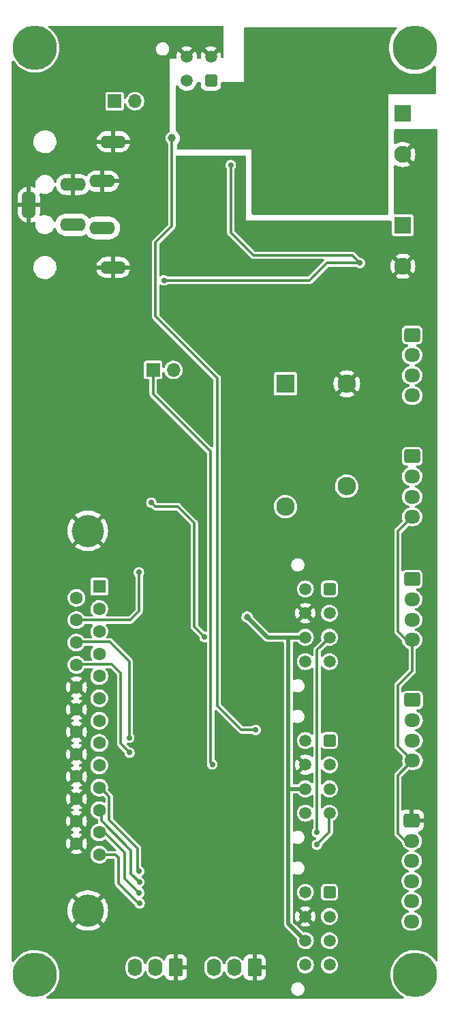
<source format=gbr>
%TF.GenerationSoftware,KiCad,Pcbnew,(6.0.4-0)*%
%TF.CreationDate,2022-05-12T09:35:13+12:00*%
%TF.ProjectId,controller,636f6e74-726f-46c6-9c65-722e6b696361,0.9*%
%TF.SameCoordinates,PX490d2c0PY2ebae40*%
%TF.FileFunction,Copper,L2,Bot*%
%TF.FilePolarity,Positive*%
%FSLAX46Y46*%
G04 Gerber Fmt 4.6, Leading zero omitted, Abs format (unit mm)*
G04 Created by KiCad (PCBNEW (6.0.4-0)) date 2022-05-12 09:35:13*
%MOMM*%
%LPD*%
G01*
G04 APERTURE LIST*
G04 Aperture macros list*
%AMRoundRect*
0 Rectangle with rounded corners*
0 $1 Rounding radius*
0 $2 $3 $4 $5 $6 $7 $8 $9 X,Y pos of 4 corners*
0 Add a 4 corners polygon primitive as box body*
4,1,4,$2,$3,$4,$5,$6,$7,$8,$9,$2,$3,0*
0 Add four circle primitives for the rounded corners*
1,1,$1+$1,$2,$3*
1,1,$1+$1,$4,$5*
1,1,$1+$1,$6,$7*
1,1,$1+$1,$8,$9*
0 Add four rect primitives between the rounded corners*
20,1,$1+$1,$2,$3,$4,$5,0*
20,1,$1+$1,$4,$5,$6,$7,0*
20,1,$1+$1,$6,$7,$8,$9,0*
20,1,$1+$1,$8,$9,$2,$3,0*%
G04 Aperture macros list end*
%TA.AperFunction,ComponentPad*%
%ADD10RoundRect,0.250001X-0.499999X0.499999X-0.499999X-0.499999X0.499999X-0.499999X0.499999X0.499999X0*%
%TD*%
%TA.AperFunction,ComponentPad*%
%ADD11C,1.500000*%
%TD*%
%TA.AperFunction,ComponentPad*%
%ADD12R,1.700000X1.700000*%
%TD*%
%TA.AperFunction,ComponentPad*%
%ADD13O,1.700000X1.700000*%
%TD*%
%TA.AperFunction,ComponentPad*%
%ADD14R,2.100000X2.100000*%
%TD*%
%TA.AperFunction,ComponentPad*%
%ADD15C,2.100000*%
%TD*%
%TA.AperFunction,ComponentPad*%
%ADD16RoundRect,0.250001X0.499999X0.499999X-0.499999X0.499999X-0.499999X-0.499999X0.499999X-0.499999X0*%
%TD*%
%TA.AperFunction,ComponentPad*%
%ADD17RoundRect,0.250000X-0.725000X0.600000X-0.725000X-0.600000X0.725000X-0.600000X0.725000X0.600000X0*%
%TD*%
%TA.AperFunction,ComponentPad*%
%ADD18O,1.950000X1.700000*%
%TD*%
%TA.AperFunction,ComponentPad*%
%ADD19RoundRect,0.250000X0.620000X0.845000X-0.620000X0.845000X-0.620000X-0.845000X0.620000X-0.845000X0*%
%TD*%
%TA.AperFunction,ComponentPad*%
%ADD20O,1.740000X2.190000*%
%TD*%
%TA.AperFunction,ComponentPad*%
%ADD21C,5.500000*%
%TD*%
%TA.AperFunction,ComponentPad*%
%ADD22C,2.300000*%
%TD*%
%TA.AperFunction,ComponentPad*%
%ADD23R,2.300000X2.300000*%
%TD*%
%TA.AperFunction,ComponentPad*%
%ADD24O,3.200000X1.600000*%
%TD*%
%TA.AperFunction,ComponentPad*%
%ADD25O,1.750000X3.500000*%
%TD*%
%TA.AperFunction,ComponentPad*%
%ADD26C,4.000000*%
%TD*%
%TA.AperFunction,ComponentPad*%
%ADD27R,1.600000X1.600000*%
%TD*%
%TA.AperFunction,ComponentPad*%
%ADD28C,1.600000*%
%TD*%
%TA.AperFunction,ViaPad*%
%ADD29C,0.700000*%
%TD*%
%TA.AperFunction,ViaPad*%
%ADD30C,1.000000*%
%TD*%
%TA.AperFunction,ViaPad*%
%ADD31C,0.800000*%
%TD*%
%TA.AperFunction,Conductor*%
%ADD32C,0.300000*%
%TD*%
%TA.AperFunction,Conductor*%
%ADD33C,0.500000*%
%TD*%
G04 APERTURE END LIST*
D10*
%TO.P,J10,1,Pin_1*%
%TO.N,unconnected-(J10-Pad1)*%
X39761000Y-107790000D03*
D11*
%TO.P,J10,2,Pin_2*%
%TO.N,unconnected-(J10-Pad2)*%
X39761000Y-110790000D03*
%TO.P,J10,3,Pin_3*%
%TO.N,unconnected-(J10-Pad3)*%
X39761000Y-113790000D03*
%TO.P,J10,4,Pin_4*%
%TO.N,unconnected-(J10-Pad4)*%
X39761000Y-116790000D03*
%TO.P,J10,5,Pin_5*%
%TO.N,unconnected-(J10-Pad5)*%
X36761000Y-107790000D03*
%TO.P,J10,6,Pin_6*%
%TO.N,GND*%
X36761000Y-110790000D03*
%TO.P,J10,7,Pin_7*%
%TO.N,+5V*%
X36761000Y-113790000D03*
%TO.P,J10,8,Pin_8*%
%TO.N,/Connectors/ZMIN*%
X36761000Y-116790000D03*
%TD*%
D12*
%TO.P,JP1,1,A*%
%TO.N,Net-(C4-Pad1)*%
X13057000Y-9674000D03*
D13*
%TO.P,JP1,2,B*%
%TO.N,Net-(JP1-Pad2)*%
X15597000Y-9674000D03*
%TD*%
D14*
%TO.P,J4,1,Pin_1*%
%TO.N,Net-(J4-Pad1)*%
X48876000Y-11198000D03*
D15*
%TO.P,J4,2,Pin_2*%
%TO.N,GND*%
X48876000Y-16278000D03*
%TD*%
D16*
%TO.P,J3,1,Pin_1*%
%TO.N,/Power/LED_A*%
X25025000Y-7134000D03*
D11*
%TO.P,J3,2,Pin_2*%
%TO.N,Net-(J3-Pad2)*%
X22025000Y-7134000D03*
%TO.P,J3,3,Pin_3*%
%TO.N,GND*%
X25025000Y-4134000D03*
%TO.P,J3,4,Pin_4*%
X22025000Y-4134000D03*
%TD*%
D17*
%TO.P,J15,1,Pin_1*%
%TO.N,+5V*%
X50084000Y-83948000D03*
D18*
%TO.P,J15,2,Pin_2*%
%TO.N,/Connectors/ZCLK*%
X50084000Y-86448000D03*
%TO.P,J15,3,Pin_3*%
%TO.N,/Connectors/ZDIR*%
X50084000Y-88948000D03*
%TO.P,J15,4,Pin_4*%
%TO.N,/Connectors/EN*%
X50084000Y-91448000D03*
%TD*%
D19*
%TO.P,J11,1,Pin_1*%
%TO.N,GND*%
X30480000Y-117116000D03*
D20*
%TO.P,J11,2,Pin_2*%
%TO.N,/Connectors/PROBE*%
X27940000Y-117116000D03*
%TO.P,J11,3,Pin_3*%
%TO.N,+5V*%
X25400000Y-117116000D03*
%TD*%
D17*
%TO.P,J14,1,Pin_1*%
%TO.N,+5V*%
X50038000Y-68962000D03*
D18*
%TO.P,J14,2,Pin_2*%
%TO.N,/Connectors/YCLK*%
X50038000Y-71462000D03*
%TO.P,J14,3,Pin_3*%
%TO.N,/Connectors/YDIR*%
X50038000Y-73962000D03*
%TO.P,J14,4,Pin_4*%
%TO.N,/Connectors/EN*%
X50038000Y-76462000D03*
%TD*%
D21*
%TO.P,H4,1,1*%
%TO.N,unconnected-(H4-Pad1)*%
X50400000Y-118000000D03*
%TD*%
D12*
%TO.P,JP2,1,A*%
%TO.N,/LPT Interface/P17_OUT*%
X17837200Y-42998800D03*
D13*
%TO.P,JP2,2,B*%
%TO.N,/LPT Interface/SPNDL_RELAY_IN*%
X20377200Y-42998800D03*
%TD*%
D17*
%TO.P,J13,1,Pin_1*%
%TO.N,+5V*%
X50038000Y-53722000D03*
D18*
%TO.P,J13,2,Pin_2*%
%TO.N,/Connectors/XCLK*%
X50038000Y-56222000D03*
%TO.P,J13,3,Pin_3*%
%TO.N,/Connectors/XDIR*%
X50038000Y-58722000D03*
%TO.P,J13,4,Pin_4*%
%TO.N,/Connectors/EN*%
X50038000Y-61222000D03*
%TD*%
D17*
%TO.P,J7,1,Pin_1*%
%TO.N,GND*%
X49992000Y-98896000D03*
D18*
%TO.P,J7,2,Pin_2*%
%TO.N,/Connectors/EN*%
X49992000Y-101396000D03*
%TO.P,J7,3,Pin_3*%
%TO.N,/Connectors/RELAY2*%
X49992000Y-103896000D03*
%TO.P,J7,4,Pin_4*%
%TO.N,/Connectors/RELAY3*%
X49992000Y-106396000D03*
%TO.P,J7,5,Pin_5*%
%TO.N,/Connectors/RELAY4*%
X49992000Y-108896000D03*
%TO.P,J7,6,Pin_6*%
%TO.N,+5V*%
X49992000Y-111396000D03*
%TD*%
D14*
%TO.P,J5,1,Pin_1*%
%TO.N,Net-(C6-Pad1)*%
X48876000Y-25067000D03*
D15*
%TO.P,J5,2,Pin_2*%
%TO.N,GND*%
X48876000Y-30147000D03*
%TD*%
D22*
%TO.P,K1,1*%
%TO.N,GND*%
X41920000Y-44719000D03*
%TO.P,K1,3*%
%TO.N,/Connectors/SPNDL_RELAY_NO*%
X41900000Y-57419000D03*
%TO.P,K1,5*%
%TO.N,/Connectors/SPNDL_RELAY_COM*%
X34300000Y-59959000D03*
D23*
%TO.P,K1,6*%
%TO.N,Net-(D4-Pad1)*%
X34300000Y-44719000D03*
%TD*%
D10*
%TO.P,J9,1,Pin_1*%
%TO.N,unconnected-(J9-Pad1)*%
X39761000Y-88972000D03*
D11*
%TO.P,J9,2,Pin_2*%
%TO.N,unconnected-(J9-Pad2)*%
X39761000Y-91972000D03*
%TO.P,J9,3,Pin_3*%
%TO.N,unconnected-(J9-Pad3)*%
X39761000Y-94972000D03*
%TO.P,J9,4,Pin_4*%
%TO.N,/Connectors/YMIN*%
X39761000Y-97972000D03*
%TO.P,J9,5,Pin_5*%
%TO.N,unconnected-(J9-Pad5)*%
X36761000Y-88972000D03*
%TO.P,J9,6,Pin_6*%
%TO.N,GND*%
X36761000Y-91972000D03*
%TO.P,J9,7,Pin_7*%
%TO.N,+5V*%
X36761000Y-94972000D03*
%TO.P,J9,8,Pin_8*%
%TO.N,unconnected-(J9-Pad8)*%
X36761000Y-97972000D03*
%TD*%
D24*
%TO.P,J2,1*%
%TO.N,24VCD_IN*%
X11550000Y-25400000D03*
%TO.P,J2,2*%
X7900000Y-25000000D03*
%TO.P,J2,3*%
%TO.N,GND*%
X7900000Y-20000000D03*
%TO.P,J2,4*%
X11550000Y-19600000D03*
%TO.P,J2,SH*%
X12900000Y-14700000D03*
D25*
X2400000Y-22500000D03*
D24*
X12900000Y-30300000D03*
%TD*%
D10*
%TO.P,J8,1,Pin_1*%
%TO.N,unconnected-(J8-Pad1)*%
X39761000Y-70176000D03*
D11*
%TO.P,J8,2,Pin_2*%
%TO.N,unconnected-(J8-Pad2)*%
X39761000Y-73176000D03*
%TO.P,J8,3,Pin_3*%
%TO.N,/Connectors/XMIN*%
X39761000Y-76176000D03*
%TO.P,J8,4,Pin_4*%
%TO.N,unconnected-(J8-Pad4)*%
X39761000Y-79176000D03*
%TO.P,J8,5,Pin_5*%
%TO.N,unconnected-(J8-Pad5)*%
X36761000Y-70176000D03*
%TO.P,J8,6,Pin_6*%
%TO.N,GND*%
X36761000Y-73176000D03*
%TO.P,J8,7,Pin_7*%
%TO.N,+5V*%
X36761000Y-76176000D03*
%TO.P,J8,8,Pin_8*%
%TO.N,unconnected-(J8-Pad8)*%
X36761000Y-79176000D03*
%TD*%
D26*
%TO.P,J6,0,PAD*%
%TO.N,GND*%
X9734331Y-110055000D03*
X9734331Y-62955000D03*
D27*
%TO.P,J6,1,1*%
%TO.N,/LPT Interface/PWM_IN*%
X11154331Y-69885000D03*
D28*
%TO.P,J6,2,2*%
%TO.N,/LPT Interface/XCLK_IN*%
X11154331Y-72655000D03*
%TO.P,J6,3,3*%
%TO.N,/LPT Interface/XDIR_IN*%
X11154331Y-75425000D03*
%TO.P,J6,4,4*%
%TO.N,/LPT Interface/YCLK_IN*%
X11154331Y-78195000D03*
%TO.P,J6,5,5*%
%TO.N,/LPT Interface/YDIR_IN*%
X11154331Y-80965000D03*
%TO.P,J6,6,6*%
%TO.N,/LPT Interface/ZCLK_IN*%
X11154331Y-83735000D03*
%TO.P,J6,7,7*%
%TO.N,/LPT Interface/ZDIR_IN*%
X11154331Y-86505000D03*
%TO.P,J6,8,8*%
%TO.N,/LPT Interface/ACLK_IN*%
X11154331Y-89275000D03*
%TO.P,J6,9,9*%
%TO.N,/LPT Interface/ADIR_IN*%
X11154331Y-92045000D03*
%TO.P,J6,10,10*%
%TO.N,/LPT Interface/P1_OUT*%
X11154331Y-94815000D03*
%TO.P,J6,11,11*%
%TO.N,/LPT Interface/P2_OUT*%
X11154331Y-97585000D03*
%TO.P,J6,12,12*%
%TO.N,/LPT Interface/P3_OUT*%
X11154331Y-100355000D03*
%TO.P,J6,13,13*%
%TO.N,/LPT Interface/P4_OUT*%
X11154331Y-103125000D03*
%TO.P,J6,14,P14*%
%TO.N,/LPT Interface/EN_IN*%
X8314331Y-71270000D03*
%TO.P,J6,15,P15*%
%TO.N,/LPT Interface/P5_OUT*%
X8314331Y-74040000D03*
%TO.P,J6,16,P16*%
%TO.N,/LPT Interface/BCLK_IN*%
X8314331Y-76810000D03*
%TO.P,J6,17,P17*%
%TO.N,/LPT Interface/BDIR_IN*%
X8314331Y-79580000D03*
%TO.P,J6,18,P18*%
%TO.N,GND*%
X8314331Y-82350000D03*
%TO.P,J6,19,P19*%
X8314331Y-85120000D03*
%TO.P,J6,20,P20*%
X8314331Y-87890000D03*
%TO.P,J6,21,P21*%
X8314331Y-90660000D03*
%TO.P,J6,22,P22*%
X8314331Y-93430000D03*
%TO.P,J6,23,P23*%
X8314331Y-96200000D03*
%TO.P,J6,24,P24*%
X8314331Y-98970000D03*
%TO.P,J6,25,P25*%
X8314331Y-101740000D03*
%TD*%
D19*
%TO.P,J12,1,Pin_1*%
%TO.N,GND*%
X20682000Y-117116000D03*
D20*
%TO.P,J12,2,Pin_2*%
%TO.N,/Connectors/PROBE*%
X18142000Y-117116000D03*
%TO.P,J12,3,Pin_3*%
%TO.N,+5V*%
X15602000Y-117116000D03*
%TD*%
D21*
%TO.P,H1,1,1*%
%TO.N,unconnected-(H1-Pad1)*%
X3156000Y-3070000D03*
%TD*%
D17*
%TO.P,J16,1,Pin_1*%
%TO.N,/Connectors/DGND*%
X50038000Y-38676000D03*
D18*
%TO.P,J16,2,Pin_2*%
%TO.N,/Connectors/0-10V*%
X50038000Y-41176000D03*
%TO.P,J16,3,Pin_3*%
%TO.N,/Connectors/XGND*%
X50038000Y-43676000D03*
%TO.P,J16,4,Pin_4*%
%TO.N,/Connectors/FWD*%
X50038000Y-46176000D03*
%TD*%
D21*
%TO.P,H3,1,1*%
%TO.N,unconnected-(H3-Pad1)*%
X3156000Y-118000000D03*
%TD*%
%TO.P,H2,1,1*%
%TO.N,unconnected-(H2-Pad1)*%
X50400000Y-3048000D03*
%TD*%
D29*
%TO.N,GND*%
X38400000Y-26000000D03*
X6610400Y-120062400D03*
X12554000Y-54886000D03*
X41510000Y-95729200D03*
X37649200Y-120062400D03*
X13620800Y-117166800D03*
X13620800Y-111020000D03*
X20428000Y-55089200D03*
X47656800Y-39950800D03*
X23730000Y-53565200D03*
X39100000Y-32100000D03*
X1244400Y-31100000D03*
X15703600Y-60728000D03*
X15602000Y-43202000D03*
X23400000Y-17400000D03*
X42221200Y-49196400D03*
X33382000Y-94967200D03*
X24085600Y-89582400D03*
X30181600Y-82318000D03*
X47656800Y-106092400D03*
X35800000Y-33250000D03*
X33382000Y-106803600D03*
X24085600Y-93494000D03*
X27540000Y-58442000D03*
X17126000Y-71142000D03*
X29419600Y-101266400D03*
X33300000Y-26000000D03*
X39935200Y-58797600D03*
X52432000Y-114644000D03*
X33483600Y-80082800D03*
X41306800Y-89633200D03*
X20072400Y-89582400D03*
X12554000Y-39798400D03*
X6712000Y-1200000D03*
X12909600Y-94459200D03*
X20050000Y-35750000D03*
X16821200Y-101926800D03*
X41560800Y-53514400D03*
X45116800Y-91970000D03*
X15805200Y-85112000D03*
X30080000Y-52600000D03*
X29368800Y-95475200D03*
X40595600Y-101876000D03*
X16110000Y-64131600D03*
X22900000Y-29000000D03*
X46894800Y-120028800D03*
X17075200Y-114677600D03*
X38817600Y-36598000D03*
X33400000Y-30400000D03*
X39376400Y-87093200D03*
X36277600Y-99590000D03*
X52381200Y-36598000D03*
X36988800Y-45589600D03*
X16872000Y-111782000D03*
X26016000Y-1200000D03*
X15551200Y-94459200D03*
X22968000Y-117878000D03*
X30842000Y-80082800D03*
X33940800Y-120062400D03*
X9150400Y-69414800D03*
X13316000Y-63014000D03*
X43491200Y-104111200D03*
X51365200Y-94764000D03*
X24695200Y-47316800D03*
X1276400Y-75714000D03*
X12401600Y-87855200D03*
X22815600Y-57324400D03*
X42373600Y-36598000D03*
X46488400Y-48586800D03*
X1244400Y-51076000D03*
X44608800Y-46758000D03*
X46894800Y-113458400D03*
X41459200Y-110969200D03*
X12808000Y-52092000D03*
X32200000Y-33250000D03*
X37954000Y-103908000D03*
X1327200Y-13900000D03*
X48317200Y-102638000D03*
X47148800Y-36598000D03*
X33382000Y-89531600D03*
X30588000Y-55140000D03*
X33432800Y-82318000D03*
X39732000Y-40458800D03*
X37954000Y-68602000D03*
X36785600Y-54632000D03*
X12503200Y-104111200D03*
X50654000Y-50382000D03*
X33432800Y-101571200D03*
X32112000Y-110004000D03*
X21494800Y-75460000D03*
X16110000Y-66824000D03*
X41459200Y-91970000D03*
X22968000Y-113306000D03*
X14840000Y-77593600D03*
X21698000Y-104416000D03*
X7270800Y-56968800D03*
X16364000Y-39900000D03*
X1327200Y-6700000D03*
X6458000Y-72564400D03*
X37100000Y-30200000D03*
X44812000Y-95780000D03*
X35718800Y-80336800D03*
X48114000Y-54954000D03*
X13925600Y-7388000D03*
X33636000Y-85924800D03*
X37242800Y-82318000D03*
X12503200Y-102282400D03*
X51517600Y-87652000D03*
X7270800Y-44726000D03*
X22968000Y-115947600D03*
X12808000Y-49298000D03*
X21240800Y-87093200D03*
X17634000Y-57934000D03*
X28860800Y-85924800D03*
X43186400Y-76171200D03*
X52432000Y-112104000D03*
X19412000Y-72158000D03*
X48317200Y-110207200D03*
X18446800Y-58442000D03*
X12503200Y-44675200D03*
X45929600Y-83842000D03*
X38563600Y-56460800D03*
X24695200Y-51228400D03*
X31502400Y-103450800D03*
X26524000Y-118995600D03*
D30*
X12401600Y-82318000D03*
D29*
X44608800Y-62760000D03*
X11030000Y-57426000D03*
X37242800Y-85975600D03*
X24100000Y-30800000D03*
X24238000Y-99590000D03*
X29114800Y-75866400D03*
X46082000Y-44268800D03*
X1276400Y-97304000D03*
X44558000Y-68551200D03*
X21698000Y-109750000D03*
X34906000Y-52600000D03*
X33128000Y-49806000D03*
X35800000Y-26000000D03*
X37852400Y-49856800D03*
X27900000Y-30700000D03*
X1174800Y-114372800D03*
X40341600Y-47469200D03*
X46082000Y-41728800D03*
X44812000Y-100860000D03*
X29216400Y-67332000D03*
X19412000Y-75460000D03*
X33382000Y-91970000D03*
X43084800Y-85975600D03*
X47758400Y-76526800D03*
X12706400Y-75460000D03*
X39681200Y-51736400D03*
X9404400Y-72666000D03*
X29165600Y-63471200D03*
X23831600Y-87093200D03*
X20174000Y-99590000D03*
X52432000Y-54192000D03*
X28860800Y-104924000D03*
X29165600Y-115033200D03*
X33128000Y-47113600D03*
X13620800Y-90700000D03*
X33483600Y-77441200D03*
X22104400Y-42490800D03*
X12554000Y-68094000D03*
X41459200Y-106092400D03*
X28048000Y-112290000D03*
X19412000Y-84350000D03*
X27590800Y-43557600D03*
X42729200Y-70380000D03*
X44100800Y-51025200D03*
X39376400Y-82318000D03*
X44608800Y-56918000D03*
X41459200Y-113458400D03*
X7270800Y-52041200D03*
X38208000Y-115287200D03*
%TO.N,Net-(JP1-Pad2)*%
X19200000Y-31900000D03*
X27500000Y-17600000D03*
X43542000Y-29740000D03*
%TO.N,Net-(J4-Pad1)*%
X34400000Y-1800000D03*
X36400000Y-1800000D03*
X34400000Y-7800000D03*
X32400000Y-1800000D03*
X34400000Y-5800000D03*
X42221200Y-7210400D03*
X38400000Y-3800000D03*
X40400000Y-3800000D03*
X42221200Y-8810400D03*
X32400000Y-5800000D03*
X32400000Y-9800000D03*
X36400000Y-3800000D03*
X40400000Y-5800000D03*
X36400000Y-5800000D03*
X34400000Y-9800000D03*
X45624800Y-8810400D03*
X38400000Y-1800000D03*
X42221200Y-5510400D03*
X36400000Y-7800000D03*
X38400000Y-7800000D03*
X40400000Y-7800000D03*
X32400000Y-7800000D03*
X43924800Y-10521200D03*
X45624800Y-10521200D03*
X43924800Y-8821200D03*
X38400000Y-9800000D03*
X40400000Y-1800000D03*
X45624800Y-12163200D03*
X36400000Y-9800000D03*
X38400000Y-5800000D03*
X40400000Y-9800000D03*
X34400000Y-3800000D03*
X32400000Y-3800000D03*
X43897600Y-7184800D03*
%TO.N,/LPT Interface/P1_OUT*%
X16123000Y-105160000D03*
%TO.N,/LPT Interface/P2_OUT*%
X16135000Y-106522000D03*
%TO.N,/LPT Interface/P3_OUT*%
X16123000Y-107860000D03*
%TO.N,/LPT Interface/P4_OUT*%
X16173000Y-109160000D03*
%TO.N,/LPT Interface/P5_OUT*%
X16081000Y-68110000D03*
%TO.N,/LPT Interface/BCLK_IN*%
X14881000Y-88610000D03*
%TO.N,/LPT Interface/BDIR_IN*%
X14931000Y-90460000D03*
D31*
%TO.N,+5V*%
X29521200Y-73631200D03*
D29*
%TO.N,/Connectors/XMIN*%
X38208000Y-100352000D03*
%TO.N,/Connectors/YMIN*%
X38208000Y-101876000D03*
%TO.N,/LPT Interface/PWM_SIG*%
X24238000Y-76120400D03*
X17634000Y-59458000D03*
D30*
%TO.N,/Power/CHARGE_PUMP_IN*%
X20174000Y-14246000D03*
D29*
X30588000Y-87652000D03*
%TO.N,/LPT Interface/P17_OUT*%
X25203200Y-91919200D03*
%TD*%
D32*
%TO.N,Net-(JP1-Pad2)*%
X43542000Y-29740000D02*
X42602000Y-28800000D01*
X37300000Y-31900000D02*
X19200000Y-31900000D01*
X30300000Y-28800000D02*
X27500000Y-26000000D01*
X39450000Y-29750000D02*
X37300000Y-31900000D01*
X43532000Y-29750000D02*
X39450000Y-29750000D01*
X27500000Y-26000000D02*
X27500000Y-17700000D01*
X43542000Y-29740000D02*
X43532000Y-29750000D01*
X42602000Y-28800000D02*
X30300000Y-28800000D01*
%TO.N,/LPT Interface/P1_OUT*%
X16123000Y-105178000D02*
X15906800Y-104961800D01*
X15906800Y-104961800D02*
X15906800Y-102333200D01*
X12401600Y-95921600D02*
X11313000Y-94833000D01*
X15906800Y-102333200D02*
X12401600Y-98828000D01*
X12401600Y-98828000D02*
X12401600Y-95921600D01*
%TO.N,/LPT Interface/P2_OUT*%
X16135000Y-106540000D02*
X15094000Y-105499000D01*
X11430600Y-98923800D02*
X11430600Y-97603000D01*
X15094000Y-102587200D02*
X11430600Y-98923800D01*
X15094000Y-105499000D02*
X15094000Y-102587200D01*
%TO.N,/LPT Interface/P3_OUT*%
X11813000Y-100373000D02*
X11154331Y-100373000D01*
X14332000Y-106087000D02*
X14332000Y-102892000D01*
X14332000Y-102892000D02*
X11813000Y-100373000D01*
X16123000Y-107878000D02*
X14332000Y-106087000D01*
%TO.N,/LPT Interface/P4_OUT*%
X13519200Y-106651200D02*
X13519200Y-103501600D01*
X13160600Y-103143000D02*
X11154331Y-103143000D01*
X16046000Y-109178000D02*
X13519200Y-106651200D01*
X16173000Y-109178000D02*
X16046000Y-109178000D01*
X13519200Y-103501600D02*
X13160600Y-103143000D01*
%TO.N,/LPT Interface/P5_OUT*%
X14990000Y-74040000D02*
X16110000Y-72920000D01*
X8314331Y-74040000D02*
X14990000Y-74040000D01*
X16110000Y-72920000D02*
X16110000Y-68139000D01*
X16110000Y-68139000D02*
X16081000Y-68110000D01*
%TO.N,/LPT Interface/BCLK_IN*%
X12474000Y-76730000D02*
X8394331Y-76730000D01*
X14881000Y-79137000D02*
X12474000Y-76730000D01*
X14881000Y-88610000D02*
X14881000Y-79137000D01*
%TO.N,/LPT Interface/BDIR_IN*%
X13824000Y-89353000D02*
X13824000Y-80620000D01*
X12728000Y-79524000D02*
X8370331Y-79524000D01*
X14931000Y-90460000D02*
X13824000Y-89353000D01*
X13824000Y-80620000D02*
X12728000Y-79524000D01*
D33*
%TO.N,+5V*%
X32066000Y-76176000D02*
X29521200Y-73631200D01*
X34698000Y-94972000D02*
X34652000Y-95018000D01*
X36761000Y-94972000D02*
X34698000Y-94972000D01*
X34652000Y-111681000D02*
X34652000Y-95018000D01*
X36761000Y-113790000D02*
X34652000Y-111681000D01*
X36761000Y-76176000D02*
X32066000Y-76176000D01*
X34652000Y-95018000D02*
X34652000Y-76171200D01*
D32*
%TO.N,/Connectors/XMIN*%
X38208000Y-77729000D02*
X39761000Y-76176000D01*
X38208000Y-100352000D02*
X38208000Y-77729000D01*
%TO.N,/Connectors/YMIN*%
X38208000Y-101876000D02*
X39732000Y-100352000D01*
X39732000Y-100352000D02*
X39732000Y-98001000D01*
%TO.N,/Connectors/EN*%
X49992000Y-101396000D02*
X49158000Y-101396000D01*
X48266400Y-89633200D02*
X48266400Y-82114800D01*
X50038000Y-80343200D02*
X50038000Y-76462000D01*
X49827200Y-91448000D02*
X49827200Y-91194000D01*
X49319200Y-76462000D02*
X48266400Y-75409200D01*
X48266400Y-93265600D02*
X50084000Y-91448000D01*
X49158000Y-101396000D02*
X48266400Y-100504400D01*
X48266400Y-82114800D02*
X50038000Y-80343200D01*
X48266400Y-100504400D02*
X48266400Y-93265600D01*
X48266400Y-75409200D02*
X48266400Y-62993600D01*
X49827200Y-91194000D02*
X48266400Y-89633200D01*
X48266400Y-62993600D02*
X50038000Y-61222000D01*
%TO.N,/LPT Interface/PWM_SIG*%
X22968000Y-61998000D02*
X20936000Y-59966000D01*
X18142000Y-59966000D02*
X17634000Y-59458000D01*
X22968000Y-74850400D02*
X22968000Y-61998000D01*
X24238000Y-76120400D02*
X22968000Y-74850400D01*
X20936000Y-59966000D02*
X18142000Y-59966000D01*
%TO.N,/Power/CHARGE_PUMP_IN*%
X25812800Y-44014800D02*
X18142000Y-36344000D01*
X20174000Y-25168000D02*
X20174000Y-14246000D01*
X30588000Y-87652000D02*
X28810000Y-87652000D01*
X18142000Y-27200000D02*
X20174000Y-25168000D01*
X28810000Y-87652000D02*
X25812800Y-84654800D01*
X25812800Y-84654800D02*
X25812800Y-44014800D01*
X18142000Y-36344000D02*
X18142000Y-27200000D01*
%TO.N,/LPT Interface/P17_OUT*%
X17837200Y-45945200D02*
X17837200Y-42998800D01*
X25008480Y-53116480D02*
X17837200Y-45945200D01*
X25008480Y-91724480D02*
X25008480Y-53116480D01*
X25203200Y-91919200D02*
X25008480Y-91724480D01*
%TD*%
%TA.AperFunction,Conductor*%
%TO.N,GND*%
G36*
X26525500Y-320462D02*
G01*
X26580038Y-375000D01*
X26600000Y-449500D01*
X26600000Y-4135325D01*
X26597137Y-4164393D01*
X26586752Y-4216602D01*
X26564507Y-4270309D01*
X26555387Y-4283959D01*
X26497402Y-4334813D01*
X26421757Y-4349862D01*
X26348721Y-4325073D01*
X26297865Y-4267086D01*
X26283064Y-4188196D01*
X26287238Y-4140482D01*
X26287238Y-4127519D01*
X26269187Y-3921192D01*
X26266938Y-3908437D01*
X26213332Y-3708378D01*
X26208901Y-3696202D01*
X26121371Y-3508495D01*
X26114887Y-3497264D01*
X26087451Y-3458081D01*
X26075180Y-3447785D01*
X26067705Y-3450506D01*
X25130359Y-4387851D01*
X25109316Y-4400000D01*
X24940684Y-4400000D01*
X24919641Y-4387851D01*
X23987672Y-3455883D01*
X23973801Y-3447875D01*
X23966911Y-3451853D01*
X23935113Y-3497264D01*
X23928629Y-3508495D01*
X23841099Y-3696202D01*
X23836668Y-3708378D01*
X23783062Y-3908437D01*
X23780813Y-3921192D01*
X23762762Y-4127519D01*
X23762762Y-4140481D01*
X23771295Y-4238014D01*
X23757902Y-4313970D01*
X23708325Y-4373054D01*
X23635848Y-4399433D01*
X23622862Y-4400000D01*
X23427138Y-4400000D01*
X23352638Y-4380038D01*
X23298100Y-4325500D01*
X23278138Y-4251000D01*
X23278705Y-4238014D01*
X23287238Y-4140481D01*
X23287238Y-4127519D01*
X23269187Y-3921192D01*
X23266938Y-3908437D01*
X23213332Y-3708378D01*
X23208901Y-3696202D01*
X23121371Y-3508495D01*
X23114887Y-3497264D01*
X23087451Y-3458081D01*
X23075180Y-3447785D01*
X23067705Y-3450506D01*
X22130359Y-4387851D01*
X22109316Y-4400000D01*
X21940684Y-4400000D01*
X21919641Y-4387851D01*
X20987672Y-3455883D01*
X20973801Y-3447875D01*
X20966911Y-3451853D01*
X20935113Y-3497264D01*
X20928629Y-3508495D01*
X20841099Y-3696202D01*
X20836668Y-3708378D01*
X20783062Y-3908437D01*
X20780813Y-3921192D01*
X20762762Y-4127519D01*
X20762762Y-4140481D01*
X20771295Y-4238014D01*
X20757902Y-4313970D01*
X20708325Y-4373054D01*
X20635848Y-4399433D01*
X20622862Y-4400000D01*
X19900000Y-4400000D01*
X19900000Y-13391385D01*
X19880038Y-13465885D01*
X19829074Y-13518292D01*
X19750132Y-13566858D01*
X19678045Y-13611206D01*
X19672096Y-13617032D01*
X19672093Y-13617034D01*
X19565867Y-13721058D01*
X19549732Y-13736859D01*
X19545221Y-13743858D01*
X19545219Y-13743861D01*
X19483616Y-13839450D01*
X19452446Y-13887817D01*
X19391022Y-14056578D01*
X19368514Y-14234753D01*
X19369326Y-14243035D01*
X19369326Y-14243039D01*
X19381515Y-14367348D01*
X19386039Y-14413486D01*
X19388667Y-14421385D01*
X19388667Y-14421387D01*
X19434409Y-14558895D01*
X19442726Y-14583896D01*
X19535759Y-14737512D01*
X19541547Y-14743505D01*
X19541548Y-14743507D01*
X19654727Y-14860707D01*
X19654730Y-14860709D01*
X19660514Y-14866699D01*
X19667480Y-14871257D01*
X19669480Y-14872912D01*
X19714157Y-14935782D01*
X19723500Y-14987715D01*
X19723500Y-24919679D01*
X19703538Y-24994179D01*
X19679859Y-25025038D01*
X17848606Y-26856291D01*
X17835493Y-26867944D01*
X17809890Y-26888128D01*
X17803558Y-26897290D01*
X17803556Y-26897292D01*
X17776741Y-26936090D01*
X17774020Y-26939898D01*
X17739366Y-26986816D01*
X17736973Y-26993632D01*
X17732869Y-26999569D01*
X17729510Y-27010190D01*
X17715286Y-27055165D01*
X17713813Y-27059580D01*
X17694481Y-27114631D01*
X17694198Y-27121845D01*
X17692020Y-27128730D01*
X17691500Y-27135337D01*
X17691500Y-27187571D01*
X17691385Y-27193420D01*
X17689162Y-27249994D01*
X17691120Y-27257379D01*
X17691500Y-27264282D01*
X17691500Y-36308428D01*
X17690467Y-36325941D01*
X17686636Y-36358310D01*
X17688637Y-36369266D01*
X17688637Y-36369269D01*
X17697111Y-36415668D01*
X17697879Y-36420284D01*
X17706551Y-36477962D01*
X17709679Y-36484475D01*
X17710975Y-36491573D01*
X17716108Y-36501454D01*
X17737843Y-36543296D01*
X17739926Y-36547465D01*
X17765191Y-36600079D01*
X17770094Y-36605383D01*
X17773421Y-36611788D01*
X17777725Y-36616828D01*
X17814657Y-36653760D01*
X17818711Y-36657977D01*
X17857146Y-36699556D01*
X17863754Y-36703394D01*
X17868902Y-36708005D01*
X25318659Y-44157762D01*
X25357223Y-44224557D01*
X25362300Y-44263121D01*
X25362300Y-52473479D01*
X25342338Y-52547979D01*
X25287800Y-52602517D01*
X25213300Y-52622479D01*
X25138800Y-52602517D01*
X25107941Y-52578838D01*
X18331341Y-45802238D01*
X18292777Y-45735443D01*
X18287700Y-45696879D01*
X18287700Y-44298300D01*
X18307662Y-44223800D01*
X18362200Y-44169262D01*
X18436700Y-44149300D01*
X18731846Y-44149300D01*
X18758046Y-44146182D01*
X18860353Y-44100739D01*
X18939441Y-44021513D01*
X18953580Y-43989533D01*
X18980176Y-43929374D01*
X18980176Y-43929373D01*
X18984706Y-43919127D01*
X18987700Y-43893446D01*
X18987700Y-43393880D01*
X19007662Y-43319380D01*
X19062200Y-43264842D01*
X19136700Y-43244880D01*
X19211200Y-43264842D01*
X19265738Y-43319380D01*
X19281115Y-43357202D01*
X19288045Y-43384490D01*
X19290903Y-43390690D01*
X19290905Y-43390695D01*
X19348806Y-43516292D01*
X19376569Y-43576514D01*
X19380505Y-43582084D01*
X19380506Y-43582085D01*
X19493219Y-43741570D01*
X19498605Y-43749191D01*
X19650065Y-43896737D01*
X19825877Y-44014211D01*
X19832145Y-44016904D01*
X19832147Y-44016905D01*
X19869279Y-44032858D01*
X20020153Y-44097678D01*
X20226386Y-44144344D01*
X20277744Y-44146362D01*
X20430841Y-44152378D01*
X20430845Y-44152378D01*
X20437670Y-44152646D01*
X20646930Y-44122304D01*
X20653387Y-44120112D01*
X20653392Y-44120111D01*
X20789283Y-44073982D01*
X20847155Y-44054337D01*
X20943307Y-44000489D01*
X21025681Y-43954358D01*
X21025686Y-43954354D01*
X21031642Y-43951019D01*
X21194212Y-43815812D01*
X21329419Y-43653242D01*
X21332754Y-43647286D01*
X21332758Y-43647281D01*
X21404056Y-43519968D01*
X21432737Y-43468755D01*
X21453218Y-43408419D01*
X21498511Y-43274992D01*
X21498512Y-43274987D01*
X21500704Y-43268530D01*
X21531046Y-43059270D01*
X21532629Y-42998800D01*
X21529763Y-42967603D01*
X21513906Y-42795042D01*
X21513281Y-42788240D01*
X21455886Y-42584731D01*
X21362365Y-42395090D01*
X21358284Y-42389625D01*
X21358281Y-42389620D01*
X21239939Y-42231141D01*
X21239937Y-42231139D01*
X21235851Y-42225667D01*
X21080581Y-42082137D01*
X20901754Y-41969305D01*
X20895415Y-41966776D01*
X20895409Y-41966773D01*
X20711704Y-41893483D01*
X20705360Y-41890952D01*
X20618145Y-41873604D01*
X20504678Y-41851034D01*
X20504675Y-41851034D01*
X20497975Y-41849701D01*
X20390962Y-41848300D01*
X20293380Y-41847022D01*
X20293375Y-41847022D01*
X20286546Y-41846933D01*
X20279813Y-41848090D01*
X20279812Y-41848090D01*
X20084884Y-41881584D01*
X20084880Y-41881585D01*
X20078153Y-41882741D01*
X19879775Y-41955927D01*
X19873902Y-41959421D01*
X19781963Y-42014119D01*
X19698056Y-42064038D01*
X19669530Y-42089055D01*
X19544222Y-42198946D01*
X19544219Y-42198949D01*
X19539081Y-42203455D01*
X19501078Y-42251662D01*
X19412407Y-42364140D01*
X19412403Y-42364146D01*
X19408176Y-42369508D01*
X19404997Y-42375551D01*
X19404994Y-42375555D01*
X19391495Y-42401213D01*
X19309723Y-42556636D01*
X19297092Y-42597314D01*
X19278998Y-42655587D01*
X19237841Y-42720816D01*
X19169584Y-42756728D01*
X19092515Y-42753700D01*
X19027286Y-42712543D01*
X18991374Y-42644286D01*
X18987700Y-42611402D01*
X18987700Y-42104154D01*
X18984582Y-42077954D01*
X18939139Y-41975647D01*
X18859913Y-41896559D01*
X18847333Y-41890997D01*
X18847331Y-41890996D01*
X18767774Y-41855824D01*
X18767773Y-41855824D01*
X18757527Y-41851294D01*
X18742882Y-41849587D01*
X18736130Y-41848799D01*
X18736122Y-41848799D01*
X18731846Y-41848300D01*
X16942554Y-41848300D01*
X16916354Y-41851418D01*
X16814047Y-41896861D01*
X16734959Y-41976087D01*
X16729397Y-41988667D01*
X16729396Y-41988669D01*
X16707260Y-42038739D01*
X16689694Y-42078473D01*
X16686700Y-42104154D01*
X16686700Y-43893446D01*
X16689818Y-43919646D01*
X16735261Y-44021953D01*
X16814487Y-44101041D01*
X16827067Y-44106603D01*
X16827069Y-44106604D01*
X16906626Y-44141776D01*
X16916873Y-44146306D01*
X16931518Y-44148013D01*
X16938270Y-44148801D01*
X16938278Y-44148801D01*
X16942554Y-44149300D01*
X17237700Y-44149300D01*
X17312200Y-44169262D01*
X17366738Y-44223800D01*
X17386700Y-44298300D01*
X17386700Y-45909628D01*
X17385667Y-45927141D01*
X17381836Y-45959510D01*
X17383837Y-45970466D01*
X17383837Y-45970469D01*
X17392311Y-46016868D01*
X17393079Y-46021484D01*
X17399180Y-46062059D01*
X17401751Y-46079162D01*
X17404879Y-46085675D01*
X17406175Y-46092773D01*
X17423853Y-46126804D01*
X17433043Y-46144496D01*
X17435126Y-46148665D01*
X17460391Y-46201279D01*
X17465294Y-46206583D01*
X17468621Y-46212988D01*
X17472925Y-46218028D01*
X17509857Y-46254960D01*
X17513912Y-46259178D01*
X17542349Y-46289941D01*
X17552346Y-46300756D01*
X17558954Y-46304594D01*
X17564102Y-46309205D01*
X24514339Y-53259442D01*
X24552903Y-53326237D01*
X24557980Y-53364801D01*
X24557980Y-75338979D01*
X24538018Y-75413479D01*
X24483480Y-75468017D01*
X24408980Y-75487979D01*
X24372688Y-75483491D01*
X24320128Y-75470289D01*
X24285752Y-75470109D01*
X24211357Y-75449757D01*
X24181173Y-75426470D01*
X23462141Y-74707438D01*
X23423577Y-74640643D01*
X23418500Y-74602079D01*
X23418500Y-62033572D01*
X23419533Y-62016059D01*
X23419557Y-62015856D01*
X23423364Y-61983690D01*
X23412889Y-61926332D01*
X23412121Y-61921716D01*
X23405106Y-61875057D01*
X23405105Y-61875055D01*
X23403449Y-61864038D01*
X23400321Y-61857525D01*
X23399025Y-61850427D01*
X23372148Y-61798687D01*
X23370065Y-61794517D01*
X23349630Y-61751961D01*
X23344809Y-61741921D01*
X23339906Y-61736617D01*
X23336579Y-61730212D01*
X23332275Y-61725172D01*
X23295343Y-61688240D01*
X23291288Y-61684022D01*
X23260415Y-61650623D01*
X23260413Y-61650622D01*
X23252854Y-61642444D01*
X23246246Y-61638606D01*
X23241098Y-61633995D01*
X21279709Y-59672606D01*
X21268056Y-59659493D01*
X21254767Y-59642636D01*
X21254766Y-59642636D01*
X21247872Y-59633890D01*
X21238710Y-59627558D01*
X21238708Y-59627556D01*
X21199910Y-59600741D01*
X21196102Y-59598020D01*
X21158143Y-59569983D01*
X21158142Y-59569982D01*
X21149184Y-59563366D01*
X21142368Y-59560973D01*
X21136431Y-59556869D01*
X21080832Y-59539285D01*
X21076420Y-59537813D01*
X21021369Y-59518481D01*
X21014155Y-59518198D01*
X21007270Y-59516020D01*
X21000663Y-59515500D01*
X20948429Y-59515500D01*
X20942579Y-59515385D01*
X20897133Y-59513599D01*
X20897131Y-59513599D01*
X20886006Y-59513162D01*
X20878621Y-59515120D01*
X20871718Y-59515500D01*
X18428292Y-59515500D01*
X18353792Y-59495538D01*
X18299254Y-59441000D01*
X18280371Y-59384399D01*
X18271442Y-59310613D01*
X18270363Y-59301694D01*
X18245176Y-59235037D01*
X18217885Y-59162813D01*
X18217883Y-59162809D01*
X18214710Y-59154412D01*
X18138167Y-59043042D01*
X18130624Y-59032067D01*
X18130623Y-59032066D01*
X18125531Y-59024657D01*
X18007976Y-58919919D01*
X17868831Y-58846245D01*
X17860119Y-58844057D01*
X17860117Y-58844056D01*
X17724840Y-58810077D01*
X17724838Y-58810077D01*
X17716128Y-58807889D01*
X17558684Y-58807065D01*
X17549955Y-58809161D01*
X17549952Y-58809161D01*
X17478207Y-58826386D01*
X17405588Y-58843820D01*
X17265679Y-58916032D01*
X17147034Y-59019533D01*
X17056501Y-59148348D01*
X16999309Y-59295039D01*
X16998136Y-59303945D01*
X16998136Y-59303947D01*
X16987544Y-59384399D01*
X16978758Y-59451138D01*
X16979744Y-59460069D01*
X16979744Y-59460070D01*
X16994974Y-59598020D01*
X16996035Y-59607633D01*
X17050143Y-59755490D01*
X17055154Y-59762947D01*
X17128771Y-59872500D01*
X17137958Y-59886172D01*
X17254410Y-59992135D01*
X17392776Y-60067262D01*
X17545069Y-60107215D01*
X17562719Y-60107492D01*
X17587382Y-60107880D01*
X17661560Y-60129011D01*
X17690400Y-60151503D01*
X17798291Y-60259394D01*
X17809944Y-60272507D01*
X17830128Y-60298110D01*
X17839290Y-60304442D01*
X17839292Y-60304444D01*
X17878090Y-60331259D01*
X17881898Y-60333980D01*
X17916126Y-60359261D01*
X17928816Y-60368634D01*
X17935632Y-60371027D01*
X17941569Y-60375131D01*
X17985491Y-60389022D01*
X17997165Y-60392714D01*
X18001580Y-60394187D01*
X18056631Y-60413519D01*
X18063845Y-60413802D01*
X18070730Y-60415980D01*
X18077337Y-60416500D01*
X18129571Y-60416500D01*
X18135421Y-60416615D01*
X18180866Y-60418401D01*
X18180868Y-60418401D01*
X18191994Y-60418838D01*
X18199378Y-60416880D01*
X18206280Y-60416500D01*
X20687679Y-60416500D01*
X20762179Y-60436462D01*
X20793038Y-60460141D01*
X22473859Y-62140962D01*
X22512423Y-62207757D01*
X22517500Y-62246321D01*
X22517500Y-74814828D01*
X22516467Y-74832341D01*
X22512636Y-74864710D01*
X22514637Y-74875666D01*
X22514637Y-74875669D01*
X22523111Y-74922068D01*
X22523879Y-74926684D01*
X22527511Y-74950837D01*
X22532551Y-74984362D01*
X22535679Y-74990875D01*
X22536975Y-74997973D01*
X22560127Y-75042542D01*
X22563843Y-75049696D01*
X22565926Y-75053865D01*
X22591191Y-75106479D01*
X22596094Y-75111783D01*
X22599421Y-75118188D01*
X22603725Y-75123228D01*
X22640657Y-75160160D01*
X22644712Y-75164378D01*
X22673225Y-75195223D01*
X22683146Y-75205956D01*
X22689754Y-75209794D01*
X22694902Y-75214405D01*
X23544359Y-76063862D01*
X23582923Y-76130657D01*
X23587100Y-76152870D01*
X23589654Y-76176000D01*
X23600035Y-76270033D01*
X23654143Y-76417890D01*
X23659154Y-76425347D01*
X23712782Y-76505153D01*
X23741958Y-76548572D01*
X23748600Y-76554615D01*
X23748601Y-76554617D01*
X23786913Y-76589478D01*
X23858410Y-76654535D01*
X23866300Y-76658819D01*
X23985497Y-76723538D01*
X23996776Y-76729662D01*
X24024511Y-76736938D01*
X24140384Y-76767337D01*
X24140388Y-76767337D01*
X24149069Y-76769615D01*
X24306495Y-76772088D01*
X24375717Y-76756234D01*
X24452791Y-76759060D01*
X24518129Y-76800045D01*
X24554219Y-76868208D01*
X24557980Y-76901473D01*
X24557980Y-91688908D01*
X24556947Y-91706421D01*
X24553116Y-91738790D01*
X24559192Y-91772058D01*
X24560342Y-91818273D01*
X24547958Y-91912338D01*
X24548944Y-91921269D01*
X24548944Y-91921270D01*
X24563088Y-92049383D01*
X24565235Y-92068833D01*
X24576074Y-92098452D01*
X24612344Y-92197563D01*
X24619343Y-92216690D01*
X24624354Y-92224147D01*
X24696593Y-92331649D01*
X24707158Y-92347372D01*
X24713800Y-92353415D01*
X24713801Y-92353417D01*
X24758871Y-92394427D01*
X24823610Y-92453335D01*
X24831500Y-92457619D01*
X24954084Y-92524177D01*
X24961976Y-92528462D01*
X25017140Y-92542934D01*
X25105584Y-92566137D01*
X25105588Y-92566137D01*
X25114269Y-92568415D01*
X25271695Y-92570888D01*
X25357845Y-92551157D01*
X25416410Y-92537744D01*
X25416411Y-92537744D01*
X25425168Y-92535738D01*
X25433195Y-92531701D01*
X25557799Y-92469032D01*
X25557801Y-92469031D01*
X25565825Y-92464995D01*
X25685548Y-92362742D01*
X25693700Y-92351397D01*
X25772181Y-92242180D01*
X25772182Y-92242177D01*
X25777424Y-92234883D01*
X25786309Y-92212782D01*
X25832801Y-92097130D01*
X25832802Y-92097127D01*
X25836150Y-92088798D01*
X25858334Y-91932923D01*
X25858478Y-91919200D01*
X25839563Y-91762894D01*
X25798985Y-91655507D01*
X25787085Y-91624013D01*
X25787083Y-91624009D01*
X25783910Y-91615612D01*
X25694731Y-91485857D01*
X25577176Y-91381119D01*
X25569238Y-91376916D01*
X25569235Y-91376914D01*
X25538259Y-91360513D01*
X25481759Y-91308010D01*
X25458980Y-91228832D01*
X25458980Y-85297801D01*
X25478942Y-85223301D01*
X25533480Y-85168763D01*
X25607980Y-85148801D01*
X25682480Y-85168763D01*
X25713339Y-85192442D01*
X28466291Y-87945394D01*
X28477944Y-87958507D01*
X28498128Y-87984110D01*
X28507284Y-87990438D01*
X28507287Y-87990441D01*
X28546115Y-88017277D01*
X28549889Y-88019973D01*
X28596817Y-88054634D01*
X28603631Y-88057027D01*
X28609569Y-88061131D01*
X28665191Y-88078722D01*
X28669602Y-88080194D01*
X28692533Y-88088247D01*
X28714123Y-88095829D01*
X28714124Y-88095829D01*
X28724631Y-88099519D01*
X28731845Y-88099802D01*
X28738730Y-88101980D01*
X28745337Y-88102500D01*
X28797571Y-88102500D01*
X28803421Y-88102615D01*
X28848867Y-88104401D01*
X28848869Y-88104401D01*
X28859994Y-88104838D01*
X28867379Y-88102880D01*
X28874282Y-88102500D01*
X30058852Y-88102500D01*
X30133352Y-88122462D01*
X30159130Y-88141294D01*
X30201768Y-88180092D01*
X30201772Y-88180095D01*
X30208410Y-88186135D01*
X30346776Y-88261262D01*
X30398102Y-88274727D01*
X30490384Y-88298937D01*
X30490388Y-88298937D01*
X30499069Y-88301215D01*
X30656495Y-88303688D01*
X30726241Y-88287714D01*
X30801210Y-88270544D01*
X30801211Y-88270544D01*
X30809968Y-88268538D01*
X30819552Y-88263718D01*
X30942599Y-88201832D01*
X30942601Y-88201831D01*
X30950625Y-88197795D01*
X31070348Y-88095542D01*
X31092661Y-88064490D01*
X31156981Y-87974980D01*
X31156982Y-87974977D01*
X31162224Y-87967683D01*
X31165913Y-87958507D01*
X31217601Y-87829930D01*
X31217602Y-87829927D01*
X31220950Y-87821598D01*
X31243134Y-87665723D01*
X31243278Y-87652000D01*
X31224363Y-87495694D01*
X31194188Y-87415837D01*
X31171885Y-87356813D01*
X31171883Y-87356809D01*
X31168710Y-87348412D01*
X31125897Y-87286119D01*
X31084624Y-87226067D01*
X31084623Y-87226066D01*
X31079531Y-87218657D01*
X30961976Y-87113919D01*
X30822831Y-87040245D01*
X30814119Y-87038057D01*
X30814117Y-87038056D01*
X30678840Y-87004077D01*
X30678838Y-87004077D01*
X30670128Y-87001889D01*
X30512684Y-87001065D01*
X30503955Y-87003161D01*
X30503952Y-87003161D01*
X30432207Y-87020386D01*
X30359588Y-87037820D01*
X30219679Y-87110032D01*
X30212910Y-87115937D01*
X30156919Y-87164781D01*
X30087656Y-87198713D01*
X30058970Y-87201500D01*
X29058321Y-87201500D01*
X28983821Y-87181538D01*
X28952962Y-87157859D01*
X26306941Y-84511838D01*
X26268377Y-84445043D01*
X26263300Y-84406479D01*
X26263300Y-73623811D01*
X28815594Y-73623811D01*
X28834199Y-73792335D01*
X28892466Y-73951556D01*
X28897475Y-73959011D01*
X28897476Y-73959012D01*
X28980641Y-74082775D01*
X28987030Y-74092283D01*
X28993672Y-74098326D01*
X28993673Y-74098328D01*
X29045571Y-74145551D01*
X29112433Y-74206391D01*
X29120328Y-74210678D01*
X29120330Y-74210679D01*
X29253544Y-74283008D01*
X29253547Y-74283009D01*
X29261435Y-74287292D01*
X29408587Y-74325897D01*
X29476135Y-74364660D01*
X31665796Y-76554321D01*
X31670115Y-76558825D01*
X31694441Y-76585279D01*
X31711799Y-76604156D01*
X31747866Y-76626518D01*
X31759423Y-76634461D01*
X31793217Y-76660112D01*
X31802663Y-76663852D01*
X31802665Y-76663853D01*
X31805285Y-76664890D01*
X31828949Y-76676792D01*
X31831349Y-76678280D01*
X31831351Y-76678281D01*
X31839986Y-76683635D01*
X31849741Y-76686469D01*
X31880730Y-76695472D01*
X31894011Y-76700020D01*
X31924006Y-76711896D01*
X31924009Y-76711897D01*
X31933453Y-76715636D01*
X31943552Y-76716698D01*
X31943554Y-76716698D01*
X31946362Y-76716993D01*
X31972354Y-76722092D01*
X31984825Y-76725715D01*
X31992610Y-76726287D01*
X31992612Y-76726287D01*
X31992700Y-76726293D01*
X31995515Y-76726500D01*
X32029012Y-76726500D01*
X32044586Y-76727316D01*
X32073355Y-76730340D01*
X32073358Y-76730340D01*
X32083454Y-76731401D01*
X32100103Y-76728585D01*
X32124940Y-76726500D01*
X33952500Y-76726500D01*
X34027000Y-76746462D01*
X34081538Y-76801000D01*
X34101500Y-76875500D01*
X34101500Y-94981012D01*
X34100684Y-94996586D01*
X34096599Y-95035454D01*
X34099415Y-95052103D01*
X34101500Y-95076940D01*
X34101500Y-111665522D01*
X34101369Y-111671760D01*
X34098790Y-111733294D01*
X34101110Y-111743183D01*
X34101110Y-111743188D01*
X34108479Y-111774604D01*
X34111037Y-111788406D01*
X34115188Y-111818705D01*
X34116794Y-111830432D01*
X34120828Y-111839754D01*
X34121951Y-111842349D01*
X34130268Y-111867499D01*
X34133232Y-111880136D01*
X34138125Y-111889036D01*
X34153670Y-111917313D01*
X34159846Y-111929919D01*
X34176695Y-111968855D01*
X34183085Y-111976746D01*
X34184867Y-111978947D01*
X34199634Y-112000924D01*
X34205893Y-112012308D01*
X34212897Y-112020422D01*
X34236584Y-112044109D01*
X34247020Y-112055699D01*
X34271614Y-112086070D01*
X34285376Y-112095850D01*
X34304416Y-112111941D01*
X35681260Y-113488785D01*
X35719824Y-113555580D01*
X35723972Y-113610752D01*
X35706332Y-113768019D01*
X35705520Y-113775262D01*
X35722759Y-113980553D01*
X35779544Y-114178586D01*
X35873712Y-114361818D01*
X36001677Y-114523270D01*
X36158564Y-114656791D01*
X36338398Y-114757297D01*
X36534329Y-114820959D01*
X36589907Y-114827586D01*
X36731662Y-114844489D01*
X36731665Y-114844489D01*
X36738894Y-114845351D01*
X36900918Y-114832884D01*
X36937036Y-114830105D01*
X36937037Y-114830105D01*
X36944300Y-114829546D01*
X37012016Y-114810639D01*
X37135707Y-114776105D01*
X37135712Y-114776103D01*
X37142725Y-114774145D01*
X37149226Y-114770861D01*
X37149229Y-114770860D01*
X37320105Y-114684544D01*
X37320106Y-114684544D01*
X37326610Y-114681258D01*
X37488951Y-114554424D01*
X37623564Y-114398472D01*
X37641140Y-114367533D01*
X37721724Y-114225680D01*
X37721725Y-114225677D01*
X37725323Y-114219344D01*
X37790351Y-114023863D01*
X37816171Y-113819474D01*
X37816583Y-113790000D01*
X37815138Y-113775262D01*
X38705520Y-113775262D01*
X38722759Y-113980553D01*
X38779544Y-114178586D01*
X38873712Y-114361818D01*
X39001677Y-114523270D01*
X39158564Y-114656791D01*
X39338398Y-114757297D01*
X39534329Y-114820959D01*
X39589907Y-114827586D01*
X39731662Y-114844489D01*
X39731665Y-114844489D01*
X39738894Y-114845351D01*
X39900918Y-114832884D01*
X39937036Y-114830105D01*
X39937037Y-114830105D01*
X39944300Y-114829546D01*
X40012016Y-114810639D01*
X40135707Y-114776105D01*
X40135712Y-114776103D01*
X40142725Y-114774145D01*
X40149226Y-114770861D01*
X40149229Y-114770860D01*
X40320105Y-114684544D01*
X40320106Y-114684544D01*
X40326610Y-114681258D01*
X40488951Y-114554424D01*
X40623564Y-114398472D01*
X40641140Y-114367533D01*
X40721724Y-114225680D01*
X40721725Y-114225677D01*
X40725323Y-114219344D01*
X40790351Y-114023863D01*
X40816171Y-113819474D01*
X40816583Y-113790000D01*
X40796480Y-113584970D01*
X40736935Y-113387749D01*
X40733405Y-113381109D01*
X40726316Y-113367778D01*
X40640218Y-113205849D01*
X40630253Y-113193630D01*
X40514612Y-113051841D01*
X40514610Y-113051839D01*
X40510011Y-113046200D01*
X40504401Y-113041559D01*
X40504398Y-113041556D01*
X40356890Y-112919527D01*
X40356889Y-112919526D01*
X40351275Y-112914882D01*
X40344871Y-112911420D01*
X40344869Y-112911418D01*
X40176468Y-112820364D01*
X40176464Y-112820362D01*
X40170055Y-112816897D01*
X39973254Y-112755977D01*
X39966008Y-112755215D01*
X39966006Y-112755215D01*
X39775610Y-112735204D01*
X39775609Y-112735204D01*
X39768369Y-112734443D01*
X39563203Y-112753114D01*
X39556214Y-112755171D01*
X39372560Y-112809223D01*
X39372557Y-112809224D01*
X39365572Y-112811280D01*
X39359117Y-112814655D01*
X39359116Y-112814655D01*
X39348196Y-112820364D01*
X39183002Y-112906726D01*
X39022447Y-113035815D01*
X39017763Y-113041397D01*
X39017760Y-113041400D01*
X38894707Y-113188049D01*
X38890024Y-113193630D01*
X38790776Y-113374162D01*
X38788573Y-113381106D01*
X38788572Y-113381109D01*
X38736798Y-113544323D01*
X38728484Y-113570532D01*
X38727671Y-113577776D01*
X38727671Y-113577778D01*
X38706332Y-113768019D01*
X38705520Y-113775262D01*
X37815138Y-113775262D01*
X37796480Y-113584970D01*
X37736935Y-113387749D01*
X37733405Y-113381109D01*
X37726316Y-113367778D01*
X37640218Y-113205849D01*
X37630253Y-113193630D01*
X37514612Y-113051841D01*
X37514610Y-113051839D01*
X37510011Y-113046200D01*
X37504401Y-113041559D01*
X37504398Y-113041556D01*
X37356890Y-112919527D01*
X37356889Y-112919526D01*
X37351275Y-112914882D01*
X37344871Y-112911420D01*
X37344869Y-112911418D01*
X37176468Y-112820364D01*
X37176464Y-112820362D01*
X37170055Y-112816897D01*
X36973254Y-112755977D01*
X36966008Y-112755215D01*
X36966006Y-112755215D01*
X36775610Y-112735204D01*
X36775609Y-112735204D01*
X36768369Y-112734443D01*
X36761117Y-112735103D01*
X36577199Y-112751840D01*
X36501196Y-112738712D01*
X36458336Y-112708812D01*
X35590723Y-111841199D01*
X36074875Y-111841199D01*
X36078853Y-111848090D01*
X36124265Y-111879888D01*
X36135497Y-111886372D01*
X36323202Y-111973901D01*
X36335376Y-111978332D01*
X36535437Y-112031938D01*
X36548192Y-112034187D01*
X36754519Y-112052238D01*
X36767481Y-112052238D01*
X36973808Y-112034187D01*
X36986563Y-112031938D01*
X37186624Y-111978332D01*
X37198798Y-111973901D01*
X37386503Y-111886372D01*
X37397735Y-111879888D01*
X37436920Y-111852450D01*
X37447215Y-111840181D01*
X37444495Y-111832706D01*
X36774871Y-111163081D01*
X36761000Y-111155073D01*
X36747129Y-111163081D01*
X36082883Y-111827328D01*
X36074875Y-111841199D01*
X35590723Y-111841199D01*
X35246141Y-111496617D01*
X35207577Y-111429822D01*
X35202500Y-111391258D01*
X35202500Y-110822851D01*
X35210471Y-110793103D01*
X35209468Y-110788577D01*
X35493221Y-110788577D01*
X35499933Y-110809865D01*
X35516813Y-111002808D01*
X35519062Y-111015563D01*
X35572668Y-111215622D01*
X35577099Y-111227798D01*
X35664629Y-111415505D01*
X35671113Y-111426736D01*
X35698549Y-111465919D01*
X35710820Y-111476215D01*
X35718295Y-111473494D01*
X36387919Y-110803871D01*
X36395927Y-110790000D01*
X37126073Y-110790000D01*
X37134081Y-110803871D01*
X37798328Y-111468117D01*
X37812199Y-111476125D01*
X37819089Y-111472147D01*
X37850887Y-111426736D01*
X37857371Y-111415505D01*
X37944901Y-111227798D01*
X37949332Y-111215622D01*
X38002938Y-111015563D01*
X38005187Y-111002808D01*
X38023238Y-110796481D01*
X38023238Y-110783519D01*
X38022516Y-110775262D01*
X38705520Y-110775262D01*
X38722759Y-110980553D01*
X38724769Y-110987562D01*
X38724769Y-110987563D01*
X38732798Y-111015563D01*
X38779544Y-111178586D01*
X38873712Y-111361818D01*
X38962225Y-111473494D01*
X38991113Y-111509941D01*
X39001677Y-111523270D01*
X39131679Y-111633910D01*
X39158564Y-111656791D01*
X39338398Y-111757297D01*
X39534329Y-111820959D01*
X39587743Y-111827328D01*
X39731662Y-111844489D01*
X39731665Y-111844489D01*
X39738894Y-111845351D01*
X39903232Y-111832706D01*
X39937036Y-111830105D01*
X39937037Y-111830105D01*
X39944300Y-111829546D01*
X40012016Y-111810639D01*
X40135707Y-111776105D01*
X40135712Y-111776103D01*
X40142725Y-111774145D01*
X40149226Y-111770861D01*
X40149229Y-111770860D01*
X40320105Y-111684544D01*
X40320106Y-111684544D01*
X40326610Y-111681258D01*
X40488951Y-111554424D01*
X40596504Y-111429822D01*
X40618803Y-111403988D01*
X40618804Y-111403986D01*
X40623564Y-111398472D01*
X40641140Y-111367533D01*
X40721724Y-111225680D01*
X40721725Y-111225677D01*
X40725323Y-111219344D01*
X40790351Y-111023863D01*
X40816171Y-110819474D01*
X40816389Y-110803871D01*
X40816525Y-110794175D01*
X40816525Y-110794169D01*
X40816583Y-110790000D01*
X40796480Y-110584970D01*
X40736935Y-110387749D01*
X40733405Y-110381109D01*
X40724509Y-110364378D01*
X40640218Y-110205849D01*
X40630253Y-110193630D01*
X40514612Y-110051841D01*
X40514610Y-110051839D01*
X40510011Y-110046200D01*
X40504401Y-110041559D01*
X40504398Y-110041556D01*
X40356890Y-109919527D01*
X40356889Y-109919526D01*
X40351275Y-109914882D01*
X40344871Y-109911420D01*
X40344869Y-109911418D01*
X40176468Y-109820364D01*
X40176464Y-109820362D01*
X40170055Y-109816897D01*
X39973254Y-109755977D01*
X39966008Y-109755215D01*
X39966006Y-109755215D01*
X39775610Y-109735204D01*
X39775609Y-109735204D01*
X39768369Y-109734443D01*
X39563203Y-109753114D01*
X39556214Y-109755171D01*
X39372560Y-109809223D01*
X39372557Y-109809224D01*
X39365572Y-109811280D01*
X39359117Y-109814655D01*
X39359116Y-109814655D01*
X39348196Y-109820364D01*
X39183002Y-109906726D01*
X39172858Y-109914882D01*
X39034431Y-110026180D01*
X39022447Y-110035815D01*
X39017763Y-110041397D01*
X39017760Y-110041400D01*
X38923895Y-110153264D01*
X38890024Y-110193630D01*
X38790776Y-110374162D01*
X38788573Y-110381106D01*
X38788572Y-110381109D01*
X38777847Y-110414919D01*
X38728484Y-110570532D01*
X38727671Y-110577776D01*
X38727671Y-110577778D01*
X38706332Y-110768021D01*
X38705520Y-110775262D01*
X38022516Y-110775262D01*
X38005187Y-110577192D01*
X38002938Y-110564437D01*
X37949332Y-110364378D01*
X37944901Y-110352202D01*
X37857371Y-110164495D01*
X37850887Y-110153264D01*
X37823451Y-110114081D01*
X37811180Y-110103785D01*
X37803705Y-110106506D01*
X37134081Y-110776129D01*
X37126073Y-110790000D01*
X36395927Y-110790000D01*
X36387919Y-110776129D01*
X35723672Y-110111883D01*
X35709801Y-110103875D01*
X35702911Y-110107853D01*
X35671113Y-110153264D01*
X35664629Y-110164495D01*
X35577099Y-110352202D01*
X35572668Y-110364378D01*
X35519062Y-110564437D01*
X35516813Y-110577192D01*
X35499933Y-110770135D01*
X35493221Y-110788577D01*
X35209468Y-110788577D01*
X35202500Y-110757149D01*
X35202500Y-109739820D01*
X36074785Y-109739820D01*
X36077506Y-109747295D01*
X36747129Y-110416919D01*
X36761000Y-110424927D01*
X36774871Y-110416919D01*
X37439117Y-109752672D01*
X37447125Y-109738801D01*
X37443147Y-109731910D01*
X37397735Y-109700112D01*
X37386503Y-109693628D01*
X37198798Y-109606099D01*
X37186624Y-109601668D01*
X36986563Y-109548062D01*
X36973808Y-109545813D01*
X36767481Y-109527762D01*
X36754519Y-109527762D01*
X36548192Y-109545813D01*
X36535437Y-109548062D01*
X36335378Y-109601668D01*
X36323202Y-109606099D01*
X36135495Y-109693629D01*
X36124264Y-109700113D01*
X36085081Y-109727549D01*
X36074785Y-109739820D01*
X35202500Y-109739820D01*
X35202500Y-107775262D01*
X35705520Y-107775262D01*
X35722759Y-107980553D01*
X35779544Y-108178586D01*
X35873712Y-108361818D01*
X36001677Y-108523270D01*
X36007223Y-108527990D01*
X36106626Y-108612588D01*
X36158564Y-108656791D01*
X36338398Y-108757297D01*
X36534329Y-108820959D01*
X36589907Y-108827586D01*
X36731662Y-108844489D01*
X36731665Y-108844489D01*
X36738894Y-108845351D01*
X36928185Y-108830786D01*
X36937036Y-108830105D01*
X36937037Y-108830105D01*
X36944300Y-108829546D01*
X37055094Y-108798612D01*
X37135707Y-108776105D01*
X37135712Y-108776103D01*
X37142725Y-108774145D01*
X37149226Y-108770861D01*
X37149229Y-108770860D01*
X37320105Y-108684544D01*
X37320106Y-108684544D01*
X37326610Y-108681258D01*
X37488951Y-108554424D01*
X37549632Y-108484124D01*
X37618803Y-108403988D01*
X37618804Y-108403986D01*
X37623564Y-108398472D01*
X37627164Y-108392135D01*
X37721724Y-108225680D01*
X37721725Y-108225677D01*
X37725323Y-108219344D01*
X37790351Y-108023863D01*
X37816171Y-107819474D01*
X37816583Y-107790000D01*
X37796480Y-107584970D01*
X37736935Y-107387749D01*
X37733405Y-107381109D01*
X37699488Y-107317321D01*
X37662220Y-107247229D01*
X38710500Y-107247229D01*
X38710501Y-108332770D01*
X38711040Y-108337223D01*
X38711040Y-108337226D01*
X38717753Y-108392702D01*
X38721364Y-108422547D01*
X38724886Y-108431443D01*
X38724887Y-108431446D01*
X38762021Y-108525234D01*
X38776888Y-108562783D01*
X38783028Y-108570872D01*
X38783029Y-108570874D01*
X38850943Y-108660347D01*
X38868078Y-108682922D01*
X38876171Y-108689065D01*
X38966064Y-108757297D01*
X38988217Y-108774112D01*
X39128453Y-108829636D01*
X39218229Y-108840500D01*
X39760939Y-108840500D01*
X40303770Y-108840499D01*
X40308223Y-108839960D01*
X40308226Y-108839960D01*
X40384046Y-108830786D01*
X40384049Y-108830785D01*
X40393547Y-108829636D01*
X40402443Y-108826114D01*
X40402446Y-108826113D01*
X40524337Y-108777852D01*
X40533783Y-108774112D01*
X40555937Y-108757297D01*
X40645829Y-108689065D01*
X40653922Y-108682922D01*
X40671057Y-108660347D01*
X40738971Y-108570874D01*
X40738972Y-108570872D01*
X40745112Y-108562783D01*
X40800636Y-108422547D01*
X40811500Y-108332771D01*
X40811499Y-107247230D01*
X40806492Y-107205849D01*
X40801786Y-107166954D01*
X40801785Y-107166951D01*
X40800636Y-107157453D01*
X40797112Y-107148551D01*
X40748852Y-107026663D01*
X40745112Y-107017217D01*
X40735293Y-107004280D01*
X40660065Y-106905171D01*
X40653922Y-106897078D01*
X40645829Y-106890935D01*
X40541874Y-106812029D01*
X40541872Y-106812028D01*
X40533783Y-106805888D01*
X40393547Y-106750364D01*
X40303771Y-106739500D01*
X39761061Y-106739500D01*
X39218230Y-106739501D01*
X39213777Y-106740040D01*
X39213774Y-106740040D01*
X39137954Y-106749214D01*
X39137951Y-106749215D01*
X39128453Y-106750364D01*
X39119557Y-106753886D01*
X39119554Y-106753887D01*
X39006187Y-106798773D01*
X38988217Y-106805888D01*
X38980128Y-106812028D01*
X38980126Y-106812029D01*
X38876171Y-106890935D01*
X38868078Y-106897078D01*
X38861935Y-106905171D01*
X38786708Y-107004280D01*
X38776888Y-107017217D01*
X38721364Y-107157453D01*
X38710500Y-107247229D01*
X37662220Y-107247229D01*
X37640218Y-107205849D01*
X37630253Y-107193630D01*
X37514612Y-107051841D01*
X37514610Y-107051839D01*
X37510011Y-107046200D01*
X37504401Y-107041559D01*
X37504398Y-107041556D01*
X37356890Y-106919527D01*
X37356889Y-106919526D01*
X37351275Y-106914882D01*
X37344871Y-106911420D01*
X37344869Y-106911418D01*
X37176468Y-106820364D01*
X37176464Y-106820362D01*
X37170055Y-106816897D01*
X36973254Y-106755977D01*
X36966008Y-106755215D01*
X36966006Y-106755215D01*
X36775610Y-106735204D01*
X36775609Y-106735204D01*
X36768369Y-106734443D01*
X36563203Y-106753114D01*
X36556214Y-106755171D01*
X36372560Y-106809223D01*
X36372557Y-106809224D01*
X36365572Y-106811280D01*
X36359117Y-106814655D01*
X36359116Y-106814655D01*
X36348196Y-106820364D01*
X36183002Y-106906726D01*
X36118923Y-106958247D01*
X36055642Y-107009126D01*
X36022447Y-107035815D01*
X36017763Y-107041397D01*
X36017760Y-107041400D01*
X35960255Y-107109932D01*
X35890024Y-107193630D01*
X35790776Y-107374162D01*
X35788573Y-107381106D01*
X35788572Y-107381109D01*
X35771773Y-107434067D01*
X35728484Y-107570532D01*
X35727671Y-107577776D01*
X35727671Y-107577778D01*
X35707241Y-107759919D01*
X35705520Y-107775262D01*
X35202500Y-107775262D01*
X35202500Y-105651839D01*
X35222462Y-105577339D01*
X35277000Y-105522801D01*
X35351500Y-105502839D01*
X35414469Y-105516799D01*
X35551780Y-105580828D01*
X35559649Y-105582587D01*
X35559652Y-105582588D01*
X35721918Y-105618859D01*
X35721923Y-105618860D01*
X35727879Y-105620191D01*
X35733406Y-105620500D01*
X35866077Y-105620500D01*
X35919682Y-105614677D01*
X35992366Y-105606781D01*
X35992370Y-105606780D01*
X36000389Y-105605909D01*
X36171409Y-105548355D01*
X36178320Y-105544202D01*
X36178323Y-105544201D01*
X36292355Y-105475683D01*
X36326080Y-105455419D01*
X36457187Y-105331437D01*
X36464479Y-105320708D01*
X36554079Y-105188865D01*
X36558612Y-105182195D01*
X36565539Y-105164877D01*
X36622626Y-105022149D01*
X36622627Y-105022146D01*
X36625623Y-105014655D01*
X36655094Y-104836633D01*
X36649453Y-104728978D01*
X36646073Y-104664493D01*
X36645651Y-104656436D01*
X36597732Y-104482470D01*
X36565088Y-104420554D01*
X36517340Y-104329990D01*
X36517337Y-104329986D01*
X36513576Y-104322852D01*
X36433182Y-104227719D01*
X36402317Y-104191195D01*
X36402315Y-104191194D01*
X36397106Y-104185029D01*
X36253758Y-104075431D01*
X36090220Y-103999172D01*
X36082351Y-103997413D01*
X36082348Y-103997412D01*
X35920082Y-103961141D01*
X35920077Y-103961140D01*
X35914121Y-103959809D01*
X35908594Y-103959500D01*
X35775923Y-103959500D01*
X35722318Y-103965323D01*
X35649634Y-103973219D01*
X35649630Y-103973220D01*
X35641611Y-103974091D01*
X35470591Y-104031645D01*
X35463679Y-104035798D01*
X35463675Y-104035800D01*
X35428242Y-104057091D01*
X35354102Y-104078351D01*
X35279265Y-104059693D01*
X35223783Y-104006116D01*
X35202500Y-103929374D01*
X35202500Y-101833839D01*
X35222462Y-101759339D01*
X35277000Y-101704801D01*
X35351500Y-101684839D01*
X35414469Y-101698799D01*
X35551780Y-101762828D01*
X35559649Y-101764587D01*
X35559652Y-101764588D01*
X35721918Y-101800859D01*
X35721923Y-101800860D01*
X35727879Y-101802191D01*
X35733406Y-101802500D01*
X35866077Y-101802500D01*
X35919682Y-101796677D01*
X35992366Y-101788781D01*
X35992370Y-101788780D01*
X36000389Y-101787909D01*
X36171409Y-101730355D01*
X36178320Y-101726202D01*
X36178323Y-101726201D01*
X36248744Y-101683887D01*
X36326080Y-101637419D01*
X36457187Y-101513437D01*
X36494387Y-101458700D01*
X36541211Y-101389800D01*
X36558612Y-101364195D01*
X36561608Y-101356705D01*
X36622626Y-101204149D01*
X36622627Y-101204146D01*
X36625623Y-101196655D01*
X36655094Y-101018633D01*
X36654511Y-101007495D01*
X36646073Y-100846493D01*
X36645651Y-100838436D01*
X36597732Y-100664470D01*
X36552329Y-100578354D01*
X36517340Y-100511990D01*
X36517337Y-100511986D01*
X36513576Y-100504852D01*
X36397106Y-100367029D01*
X36253758Y-100257431D01*
X36090220Y-100181172D01*
X36082351Y-100179413D01*
X36082348Y-100179412D01*
X35920082Y-100143141D01*
X35920077Y-100143140D01*
X35914121Y-100141809D01*
X35908594Y-100141500D01*
X35775923Y-100141500D01*
X35722318Y-100147323D01*
X35649634Y-100155219D01*
X35649630Y-100155220D01*
X35641611Y-100156091D01*
X35470591Y-100213645D01*
X35463679Y-100217798D01*
X35463675Y-100217800D01*
X35428242Y-100239091D01*
X35354102Y-100260351D01*
X35279265Y-100241693D01*
X35223783Y-100188116D01*
X35202500Y-100111374D01*
X35202500Y-95671500D01*
X35222462Y-95597000D01*
X35277000Y-95542462D01*
X35351500Y-95522500D01*
X35784786Y-95522500D01*
X35859286Y-95542462D01*
X35901556Y-95578949D01*
X35997152Y-95699561D01*
X36001677Y-95705270D01*
X36007223Y-95709990D01*
X36143483Y-95825956D01*
X36158564Y-95838791D01*
X36338398Y-95939297D01*
X36534329Y-96002959D01*
X36589907Y-96009586D01*
X36731662Y-96026489D01*
X36731665Y-96026489D01*
X36738894Y-96027351D01*
X36900918Y-96014884D01*
X36937036Y-96012105D01*
X36937037Y-96012105D01*
X36944300Y-96011546D01*
X37012016Y-95992639D01*
X37135707Y-95958105D01*
X37135712Y-95958103D01*
X37142725Y-95956145D01*
X37149226Y-95952861D01*
X37149229Y-95952860D01*
X37320105Y-95866544D01*
X37320106Y-95866544D01*
X37326610Y-95863258D01*
X37488951Y-95736424D01*
X37495707Y-95728597D01*
X37497215Y-95727572D01*
X37498991Y-95725881D01*
X37499271Y-95726175D01*
X37559498Y-95685244D01*
X37636419Y-95679595D01*
X37705859Y-95713163D01*
X37749212Y-95776954D01*
X37757500Y-95825956D01*
X37757500Y-97116931D01*
X37737538Y-97191431D01*
X37683000Y-97245969D01*
X37608500Y-97265931D01*
X37534000Y-97245969D01*
X37510366Y-97227770D01*
X37510011Y-97228200D01*
X37356890Y-97101527D01*
X37356889Y-97101526D01*
X37351275Y-97096882D01*
X37344871Y-97093420D01*
X37344869Y-97093418D01*
X37176468Y-97002364D01*
X37176464Y-97002362D01*
X37170055Y-96998897D01*
X36973254Y-96937977D01*
X36966008Y-96937215D01*
X36966006Y-96937215D01*
X36775610Y-96917204D01*
X36775609Y-96917204D01*
X36768369Y-96916443D01*
X36563203Y-96935114D01*
X36556214Y-96937171D01*
X36372560Y-96991223D01*
X36372557Y-96991224D01*
X36365572Y-96993280D01*
X36359117Y-96996655D01*
X36359116Y-96996655D01*
X36348196Y-97002364D01*
X36183002Y-97088726D01*
X36022447Y-97217815D01*
X36017763Y-97223397D01*
X36017760Y-97223400D01*
X35920057Y-97339838D01*
X35890024Y-97375630D01*
X35790776Y-97556162D01*
X35788573Y-97563106D01*
X35788572Y-97563109D01*
X35768567Y-97626174D01*
X35728484Y-97752532D01*
X35727671Y-97759776D01*
X35727671Y-97759778D01*
X35712908Y-97891397D01*
X35705520Y-97957262D01*
X35722759Y-98162553D01*
X35779544Y-98360586D01*
X35873712Y-98543818D01*
X36001677Y-98705270D01*
X36007223Y-98709990D01*
X36143483Y-98825956D01*
X36158564Y-98838791D01*
X36338398Y-98939297D01*
X36534329Y-99002959D01*
X36589907Y-99009586D01*
X36731662Y-99026489D01*
X36731665Y-99026489D01*
X36738894Y-99027351D01*
X36900918Y-99014884D01*
X36937036Y-99012105D01*
X36937037Y-99012105D01*
X36944300Y-99011546D01*
X37012016Y-98992639D01*
X37135707Y-98958105D01*
X37135712Y-98958103D01*
X37142725Y-98956145D01*
X37149226Y-98952861D01*
X37149229Y-98952860D01*
X37320105Y-98866544D01*
X37320106Y-98866544D01*
X37326610Y-98863258D01*
X37488951Y-98736424D01*
X37495707Y-98728597D01*
X37497215Y-98727572D01*
X37498991Y-98725881D01*
X37499271Y-98726175D01*
X37559498Y-98685244D01*
X37636419Y-98679595D01*
X37705859Y-98713163D01*
X37749212Y-98776954D01*
X37757500Y-98825956D01*
X37757500Y-99817451D01*
X37737538Y-99891951D01*
X37723281Y-99911572D01*
X37721034Y-99913533D01*
X37630501Y-100042348D01*
X37573309Y-100189039D01*
X37572136Y-100197945D01*
X37572136Y-100197947D01*
X37561949Y-100275323D01*
X37552758Y-100345138D01*
X37553744Y-100354069D01*
X37553744Y-100354070D01*
X37568347Y-100486341D01*
X37570035Y-100501633D01*
X37624143Y-100649490D01*
X37629154Y-100656947D01*
X37698725Y-100760479D01*
X37711958Y-100780172D01*
X37828410Y-100886135D01*
X37836300Y-100890419D01*
X37856528Y-100901402D01*
X37966776Y-100961262D01*
X37975463Y-100963541D01*
X37975468Y-100963543D01*
X37997339Y-100969281D01*
X38064334Y-101007495D01*
X38103247Y-101074088D01*
X38103649Y-101151215D01*
X38065435Y-101218210D01*
X37994307Y-101258286D01*
X37979588Y-101261820D01*
X37839679Y-101334032D01*
X37721034Y-101437533D01*
X37630501Y-101566348D01*
X37573309Y-101713039D01*
X37572136Y-101721945D01*
X37572136Y-101721947D01*
X37570613Y-101733519D01*
X37552758Y-101869138D01*
X37553744Y-101878069D01*
X37553744Y-101878070D01*
X37555031Y-101889723D01*
X37570035Y-102025633D01*
X37624143Y-102173490D01*
X37629154Y-102180947D01*
X37677445Y-102252811D01*
X37711958Y-102304172D01*
X37718600Y-102310215D01*
X37718601Y-102310217D01*
X37763705Y-102351258D01*
X37828410Y-102410135D01*
X37836300Y-102414419D01*
X37950716Y-102476542D01*
X37966776Y-102485262D01*
X38021940Y-102499734D01*
X38110384Y-102522937D01*
X38110388Y-102522937D01*
X38119069Y-102525215D01*
X38276495Y-102527688D01*
X38386865Y-102502410D01*
X38421210Y-102494544D01*
X38421211Y-102494544D01*
X38429968Y-102492538D01*
X38437995Y-102488501D01*
X38562599Y-102425832D01*
X38562601Y-102425831D01*
X38570625Y-102421795D01*
X38690348Y-102319542D01*
X38698690Y-102307933D01*
X38776981Y-102198980D01*
X38776982Y-102198977D01*
X38782224Y-102191683D01*
X38786540Y-102180947D01*
X38837601Y-102053930D01*
X38837602Y-102053927D01*
X38840950Y-102045598D01*
X38861399Y-101901914D01*
X38891660Y-101830970D01*
X38903554Y-101817549D01*
X40025394Y-100695709D01*
X40038507Y-100684056D01*
X40055364Y-100670767D01*
X40055364Y-100670766D01*
X40064110Y-100663872D01*
X40070989Y-100653919D01*
X40097259Y-100615910D01*
X40099980Y-100612102D01*
X40128017Y-100574143D01*
X40128018Y-100574142D01*
X40134634Y-100565184D01*
X40137027Y-100558368D01*
X40141131Y-100552431D01*
X40151796Y-100518710D01*
X47811036Y-100518710D01*
X47813037Y-100529666D01*
X47813037Y-100529669D01*
X47821511Y-100576068D01*
X47822279Y-100580684D01*
X47825208Y-100600162D01*
X47830951Y-100638362D01*
X47834079Y-100644875D01*
X47835375Y-100651973D01*
X47854866Y-100689494D01*
X47862243Y-100703696D01*
X47864326Y-100707865D01*
X47889591Y-100760479D01*
X47894494Y-100765783D01*
X47897821Y-100772188D01*
X47902125Y-100777228D01*
X47939057Y-100814160D01*
X47943111Y-100818377D01*
X47981546Y-100859956D01*
X47988154Y-100863794D01*
X47993302Y-100868405D01*
X48703152Y-101578255D01*
X48741716Y-101645050D01*
X48744640Y-101658378D01*
X48750941Y-101695047D01*
X48774660Y-101759339D01*
X48817699Y-101876000D01*
X48824127Y-101893425D01*
X48827621Y-101899298D01*
X48923450Y-102060372D01*
X48932238Y-102075144D01*
X48942775Y-102087159D01*
X49065740Y-102227374D01*
X49071655Y-102234119D01*
X49142300Y-102289811D01*
X49232340Y-102360793D01*
X49232346Y-102360797D01*
X49237708Y-102365024D01*
X49243751Y-102368203D01*
X49243755Y-102368206D01*
X49311962Y-102404091D01*
X49424836Y-102463477D01*
X49431356Y-102465501D01*
X49431362Y-102465504D01*
X49554974Y-102503886D01*
X49620204Y-102545043D01*
X49656116Y-102613300D01*
X49653088Y-102690368D01*
X49611931Y-102755598D01*
X49551234Y-102789590D01*
X49452931Y-102817314D01*
X49263290Y-102910835D01*
X49257825Y-102914916D01*
X49257820Y-102914919D01*
X49099341Y-103033261D01*
X49099339Y-103033263D01*
X49093867Y-103037349D01*
X48950337Y-103192619D01*
X48837505Y-103371446D01*
X48834976Y-103377785D01*
X48834973Y-103377791D01*
X48824123Y-103404988D01*
X48759152Y-103567840D01*
X48757819Y-103574542D01*
X48735211Y-103688203D01*
X48717901Y-103775225D01*
X48717090Y-103837197D01*
X48715264Y-103976664D01*
X48715133Y-103986654D01*
X48716290Y-103993387D01*
X48716290Y-103993388D01*
X48749220Y-104185029D01*
X48750941Y-104195047D01*
X48824127Y-104393425D01*
X48932238Y-104575144D01*
X48936744Y-104580282D01*
X49059866Y-104720676D01*
X49071655Y-104734119D01*
X49142300Y-104789811D01*
X49232340Y-104860793D01*
X49232346Y-104860797D01*
X49237708Y-104865024D01*
X49243751Y-104868203D01*
X49243755Y-104868206D01*
X49327032Y-104912020D01*
X49424836Y-104963477D01*
X49431356Y-104965501D01*
X49431362Y-104965504D01*
X49554974Y-105003886D01*
X49620204Y-105045043D01*
X49656116Y-105113300D01*
X49653088Y-105190368D01*
X49611931Y-105255598D01*
X49551234Y-105289590D01*
X49452931Y-105317314D01*
X49263290Y-105410835D01*
X49257825Y-105414916D01*
X49257820Y-105414919D01*
X49099341Y-105533261D01*
X49099339Y-105533263D01*
X49093867Y-105537349D01*
X48950337Y-105692619D01*
X48837505Y-105871446D01*
X48834976Y-105877785D01*
X48834973Y-105877791D01*
X48792633Y-105983919D01*
X48759152Y-106067840D01*
X48757819Y-106074542D01*
X48727531Y-106226813D01*
X48717901Y-106275225D01*
X48716827Y-106357290D01*
X48715422Y-106464597D01*
X48715133Y-106486654D01*
X48716290Y-106493387D01*
X48716290Y-106493388D01*
X48748821Y-106682708D01*
X48750941Y-106695047D01*
X48824127Y-106893425D01*
X48827621Y-106899298D01*
X48912163Y-107041400D01*
X48932238Y-107075144D01*
X48936744Y-107080282D01*
X49052510Y-107212288D01*
X49071655Y-107234119D01*
X49142300Y-107289811D01*
X49232340Y-107360793D01*
X49232346Y-107360797D01*
X49237708Y-107365024D01*
X49243751Y-107368203D01*
X49243755Y-107368206D01*
X49294158Y-107394724D01*
X49424836Y-107463477D01*
X49431356Y-107465501D01*
X49431362Y-107465504D01*
X49554974Y-107503886D01*
X49620204Y-107545043D01*
X49656116Y-107613300D01*
X49653088Y-107690368D01*
X49611931Y-107755598D01*
X49551234Y-107789590D01*
X49452931Y-107817314D01*
X49263290Y-107910835D01*
X49257825Y-107914916D01*
X49257820Y-107914919D01*
X49099341Y-108033261D01*
X49099339Y-108033263D01*
X49093867Y-108037349D01*
X48950337Y-108192619D01*
X48837505Y-108371446D01*
X48834976Y-108377785D01*
X48834973Y-108377791D01*
X48776150Y-108525234D01*
X48759152Y-108567840D01*
X48757819Y-108574542D01*
X48721019Y-108759551D01*
X48717901Y-108775225D01*
X48715133Y-108986654D01*
X48750941Y-109195047D01*
X48824127Y-109393425D01*
X48827621Y-109399298D01*
X48862242Y-109457490D01*
X48932238Y-109575144D01*
X48936744Y-109580282D01*
X49046816Y-109705795D01*
X49071655Y-109734119D01*
X49116234Y-109769262D01*
X49232340Y-109860793D01*
X49232346Y-109860797D01*
X49237708Y-109865024D01*
X49243751Y-109868203D01*
X49243755Y-109868206D01*
X49310557Y-109903352D01*
X49424836Y-109963477D01*
X49431356Y-109965501D01*
X49431362Y-109965504D01*
X49554974Y-110003886D01*
X49620204Y-110045043D01*
X49656116Y-110113300D01*
X49653088Y-110190368D01*
X49611931Y-110255598D01*
X49551234Y-110289590D01*
X49452931Y-110317314D01*
X49263290Y-110410835D01*
X49257825Y-110414916D01*
X49257820Y-110414919D01*
X49099341Y-110533261D01*
X49099339Y-110533263D01*
X49093867Y-110537349D01*
X48950337Y-110692619D01*
X48837505Y-110871446D01*
X48834976Y-110877785D01*
X48834973Y-110877791D01*
X48762757Y-111058804D01*
X48759152Y-111067840D01*
X48757819Y-111074542D01*
X48720654Y-111261387D01*
X48717901Y-111275225D01*
X48716852Y-111355332D01*
X48715270Y-111476215D01*
X48715133Y-111486654D01*
X48716290Y-111493387D01*
X48716290Y-111493388D01*
X48748572Y-111681258D01*
X48750941Y-111695047D01*
X48824127Y-111893425D01*
X48827621Y-111899298D01*
X48881152Y-111989275D01*
X48932238Y-112075144D01*
X49071655Y-112234119D01*
X49142300Y-112289811D01*
X49232340Y-112360793D01*
X49232346Y-112360797D01*
X49237708Y-112365024D01*
X49243751Y-112368203D01*
X49243755Y-112368206D01*
X49327032Y-112412020D01*
X49424836Y-112463477D01*
X49519015Y-112492720D01*
X49620253Y-112524156D01*
X49620258Y-112524157D01*
X49626773Y-112526180D01*
X49633550Y-112526982D01*
X49633554Y-112526983D01*
X49794102Y-112545985D01*
X49794106Y-112545985D01*
X49798455Y-112546500D01*
X50170641Y-112546500D01*
X50327560Y-112532081D01*
X50531069Y-112474686D01*
X50720710Y-112381165D01*
X50726175Y-112377084D01*
X50726180Y-112377081D01*
X50884659Y-112258739D01*
X50884661Y-112258737D01*
X50890133Y-112254651D01*
X51033663Y-112099381D01*
X51146495Y-111920554D01*
X51149024Y-111914215D01*
X51149027Y-111914209D01*
X51222317Y-111730504D01*
X51224848Y-111724160D01*
X51263841Y-111528129D01*
X51264766Y-111523478D01*
X51264766Y-111523475D01*
X51266099Y-111516775D01*
X51268867Y-111305346D01*
X51255178Y-111225680D01*
X51234216Y-111103684D01*
X51234215Y-111103680D01*
X51233059Y-111096953D01*
X51159873Y-110898575D01*
X51051762Y-110716856D01*
X50942462Y-110592223D01*
X50916854Y-110563022D01*
X50916851Y-110563019D01*
X50912345Y-110557881D01*
X50841700Y-110502189D01*
X50751660Y-110431207D01*
X50751654Y-110431203D01*
X50746292Y-110426976D01*
X50740249Y-110423797D01*
X50740245Y-110423794D01*
X50604170Y-110352202D01*
X50559164Y-110328523D01*
X50552644Y-110326499D01*
X50552638Y-110326496D01*
X50429026Y-110288114D01*
X50363796Y-110246957D01*
X50327884Y-110178700D01*
X50330912Y-110101632D01*
X50372069Y-110036402D01*
X50432766Y-110002410D01*
X50524488Y-109976542D01*
X50531069Y-109974686D01*
X50720710Y-109881165D01*
X50726175Y-109877084D01*
X50726180Y-109877081D01*
X50884659Y-109758739D01*
X50884661Y-109758737D01*
X50890133Y-109754651D01*
X51033663Y-109599381D01*
X51146495Y-109420554D01*
X51149024Y-109414215D01*
X51149027Y-109414209D01*
X51222317Y-109230504D01*
X51224848Y-109224160D01*
X51242706Y-109134382D01*
X51264766Y-109023478D01*
X51264766Y-109023475D01*
X51266099Y-109016775D01*
X51267483Y-108911061D01*
X51268778Y-108812180D01*
X51268778Y-108812175D01*
X51268867Y-108805346D01*
X51246774Y-108676771D01*
X51234216Y-108603684D01*
X51234215Y-108603680D01*
X51233059Y-108596953D01*
X51159873Y-108398575D01*
X51103335Y-108303542D01*
X51055255Y-108222727D01*
X51055254Y-108222726D01*
X51051762Y-108216856D01*
X50956572Y-108108312D01*
X50916854Y-108063022D01*
X50916851Y-108063019D01*
X50912345Y-108057881D01*
X50823147Y-107987563D01*
X50751660Y-107931207D01*
X50751654Y-107931203D01*
X50746292Y-107926976D01*
X50740249Y-107923797D01*
X50740245Y-107923794D01*
X50628261Y-107864877D01*
X50559164Y-107828523D01*
X50552644Y-107826499D01*
X50552638Y-107826496D01*
X50429026Y-107788114D01*
X50363796Y-107746957D01*
X50327884Y-107678700D01*
X50330912Y-107601632D01*
X50372069Y-107536402D01*
X50432766Y-107502410D01*
X50524488Y-107476542D01*
X50531069Y-107474686D01*
X50720710Y-107381165D01*
X50726175Y-107377084D01*
X50726180Y-107377081D01*
X50884659Y-107258739D01*
X50884661Y-107258737D01*
X50890133Y-107254651D01*
X51033663Y-107099381D01*
X51146495Y-106920554D01*
X51149024Y-106914215D01*
X51149027Y-106914209D01*
X51222317Y-106730504D01*
X51224848Y-106724160D01*
X51247974Y-106607895D01*
X51264766Y-106523478D01*
X51264766Y-106523475D01*
X51266099Y-106516775D01*
X51268867Y-106305346D01*
X51233059Y-106096953D01*
X51159873Y-105898575D01*
X51051762Y-105716856D01*
X50994744Y-105651839D01*
X50916854Y-105563022D01*
X50916851Y-105563019D01*
X50912345Y-105557881D01*
X50797504Y-105467348D01*
X50751660Y-105431207D01*
X50751654Y-105431203D01*
X50746292Y-105426976D01*
X50740249Y-105423797D01*
X50740245Y-105423794D01*
X50656968Y-105379980D01*
X50559164Y-105328523D01*
X50552644Y-105326499D01*
X50552638Y-105326496D01*
X50429026Y-105288114D01*
X50363796Y-105246957D01*
X50327884Y-105178700D01*
X50330912Y-105101632D01*
X50372069Y-105036402D01*
X50432766Y-105002410D01*
X50524488Y-104976542D01*
X50531069Y-104974686D01*
X50720710Y-104881165D01*
X50726175Y-104877084D01*
X50726180Y-104877081D01*
X50884659Y-104758739D01*
X50884661Y-104758737D01*
X50890133Y-104754651D01*
X51033663Y-104599381D01*
X51146495Y-104420554D01*
X51149024Y-104414215D01*
X51149027Y-104414209D01*
X51222317Y-104230504D01*
X51224848Y-104224160D01*
X51244655Y-104124581D01*
X51264766Y-104023478D01*
X51264766Y-104023475D01*
X51266099Y-104016775D01*
X51267611Y-103901253D01*
X51268778Y-103812180D01*
X51268778Y-103812175D01*
X51268867Y-103805346D01*
X51259529Y-103751001D01*
X51234216Y-103603684D01*
X51234215Y-103603680D01*
X51233059Y-103596953D01*
X51159873Y-103398575D01*
X51051762Y-103216856D01*
X50912345Y-103057881D01*
X50802219Y-102971065D01*
X50751660Y-102931207D01*
X50751654Y-102931203D01*
X50746292Y-102926976D01*
X50740249Y-102923797D01*
X50740245Y-102923794D01*
X50587423Y-102843391D01*
X50559164Y-102828523D01*
X50552644Y-102826499D01*
X50552638Y-102826496D01*
X50429026Y-102788114D01*
X50363796Y-102746957D01*
X50327884Y-102678700D01*
X50330912Y-102601632D01*
X50372069Y-102536402D01*
X50432766Y-102502410D01*
X50524488Y-102476542D01*
X50531069Y-102474686D01*
X50720710Y-102381165D01*
X50726175Y-102377084D01*
X50726180Y-102377081D01*
X50884659Y-102258739D01*
X50884661Y-102258737D01*
X50890133Y-102254651D01*
X51033663Y-102099381D01*
X51146495Y-101920554D01*
X51149024Y-101914215D01*
X51149027Y-101914209D01*
X51222317Y-101730504D01*
X51224848Y-101724160D01*
X51253870Y-101578255D01*
X51264766Y-101523478D01*
X51264766Y-101523475D01*
X51266099Y-101516775D01*
X51268062Y-101366859D01*
X51268778Y-101312180D01*
X51268778Y-101312175D01*
X51268867Y-101305346D01*
X51255152Y-101225529D01*
X51234216Y-101103684D01*
X51234215Y-101103680D01*
X51233059Y-101096953D01*
X51159873Y-100898575D01*
X51087915Y-100777624D01*
X51055255Y-100722727D01*
X51055254Y-100722726D01*
X51051762Y-100716856D01*
X50986508Y-100642448D01*
X50916854Y-100563022D01*
X50916851Y-100563019D01*
X50912345Y-100557881D01*
X50836900Y-100498405D01*
X50790755Y-100436609D01*
X50781689Y-100360015D01*
X50812134Y-100289150D01*
X50873933Y-100243003D01*
X50881992Y-100240053D01*
X51032524Y-100189832D01*
X51048093Y-100182539D01*
X51183669Y-100098641D01*
X51197156Y-100087952D01*
X51309795Y-99975117D01*
X51320452Y-99961623D01*
X51404115Y-99825895D01*
X51411384Y-99810307D01*
X51461743Y-99658482D01*
X51465133Y-99642667D01*
X51474612Y-99550151D01*
X51475000Y-99542556D01*
X51475000Y-99169616D01*
X51470855Y-99154145D01*
X51455384Y-99150000D01*
X49887000Y-99150000D01*
X49812500Y-99130038D01*
X49757962Y-99075500D01*
X49738000Y-99001000D01*
X49738000Y-98622384D01*
X50246000Y-98622384D01*
X50250145Y-98637855D01*
X50265616Y-98642000D01*
X51455383Y-98642000D01*
X51470854Y-98637855D01*
X51474999Y-98622384D01*
X51474999Y-98249497D01*
X51474600Y-98241796D01*
X51464873Y-98148047D01*
X51461453Y-98132207D01*
X51410832Y-97980476D01*
X51403539Y-97964907D01*
X51319641Y-97829331D01*
X51308952Y-97815844D01*
X51196117Y-97703205D01*
X51182623Y-97692548D01*
X51046895Y-97608885D01*
X51031307Y-97601616D01*
X50879482Y-97551257D01*
X50863667Y-97547867D01*
X50771151Y-97538388D01*
X50763555Y-97538000D01*
X50265616Y-97538000D01*
X50250145Y-97542145D01*
X50246000Y-97557616D01*
X50246000Y-98622384D01*
X49738000Y-98622384D01*
X49738000Y-97557617D01*
X49733855Y-97542146D01*
X49718384Y-97538001D01*
X49220497Y-97538001D01*
X49212796Y-97538400D01*
X49119047Y-97548127D01*
X49103207Y-97551547D01*
X48951480Y-97602166D01*
X48929110Y-97612646D01*
X48853178Y-97626174D01*
X48780654Y-97599923D01*
X48730972Y-97540928D01*
X48716900Y-97477718D01*
X48716900Y-93513921D01*
X48736862Y-93439421D01*
X48760541Y-93408562D01*
X49557596Y-92611507D01*
X49624391Y-92572943D01*
X49707134Y-92574566D01*
X49718773Y-92578180D01*
X49725556Y-92578983D01*
X49725557Y-92578983D01*
X49886102Y-92597985D01*
X49886106Y-92597985D01*
X49890455Y-92598500D01*
X50262641Y-92598500D01*
X50419560Y-92584081D01*
X50473449Y-92568883D01*
X50616488Y-92528542D01*
X50623069Y-92526686D01*
X50812710Y-92433165D01*
X50818175Y-92429084D01*
X50818180Y-92429081D01*
X50976659Y-92310739D01*
X50976661Y-92310737D01*
X50982133Y-92306651D01*
X51125663Y-92151381D01*
X51238495Y-91972554D01*
X51241024Y-91966215D01*
X51241027Y-91966209D01*
X51314317Y-91782504D01*
X51316848Y-91776160D01*
X51343376Y-91642793D01*
X51356766Y-91575478D01*
X51356766Y-91575475D01*
X51358099Y-91568775D01*
X51359815Y-91437692D01*
X51360778Y-91364180D01*
X51360778Y-91364175D01*
X51360867Y-91357346D01*
X51359710Y-91350612D01*
X51326216Y-91155684D01*
X51326215Y-91155680D01*
X51325059Y-91148953D01*
X51266869Y-90991223D01*
X51254239Y-90956988D01*
X51254239Y-90956987D01*
X51251873Y-90950575D01*
X51243925Y-90937215D01*
X51147255Y-90774727D01*
X51147254Y-90774726D01*
X51143762Y-90768856D01*
X51048298Y-90660000D01*
X51008854Y-90615022D01*
X51008851Y-90615019D01*
X51004345Y-90609881D01*
X50933700Y-90554189D01*
X50843660Y-90483207D01*
X50843654Y-90483203D01*
X50838292Y-90478976D01*
X50832249Y-90475797D01*
X50832245Y-90475794D01*
X50737073Y-90425722D01*
X50651164Y-90380523D01*
X50644644Y-90378499D01*
X50644638Y-90378496D01*
X50521026Y-90340114D01*
X50455796Y-90298957D01*
X50419884Y-90230700D01*
X50422912Y-90153632D01*
X50464069Y-90088402D01*
X50524766Y-90054410D01*
X50616488Y-90028542D01*
X50623069Y-90026686D01*
X50812710Y-89933165D01*
X50818175Y-89929084D01*
X50818180Y-89929081D01*
X50976659Y-89810739D01*
X50976661Y-89810737D01*
X50982133Y-89806651D01*
X51125663Y-89651381D01*
X51238495Y-89472554D01*
X51241024Y-89466215D01*
X51241027Y-89466209D01*
X51314317Y-89282504D01*
X51316848Y-89276160D01*
X51340790Y-89155795D01*
X51356766Y-89075478D01*
X51356766Y-89075475D01*
X51358099Y-89068775D01*
X51359877Y-88932980D01*
X51360778Y-88864180D01*
X51360778Y-88864175D01*
X51360867Y-88857346D01*
X51355691Y-88827225D01*
X51326216Y-88655684D01*
X51326215Y-88655680D01*
X51325059Y-88648953D01*
X51251873Y-88450575D01*
X51176888Y-88324536D01*
X51147255Y-88274727D01*
X51147254Y-88274726D01*
X51143762Y-88268856D01*
X51084984Y-88201832D01*
X51008854Y-88115022D01*
X51008851Y-88115019D01*
X51004345Y-88109881D01*
X50925873Y-88048019D01*
X50843660Y-87983207D01*
X50843654Y-87983203D01*
X50838292Y-87978976D01*
X50832249Y-87975797D01*
X50832245Y-87975794D01*
X50747512Y-87931214D01*
X50651164Y-87880523D01*
X50644644Y-87878499D01*
X50644638Y-87878496D01*
X50521026Y-87840114D01*
X50455796Y-87798957D01*
X50419884Y-87730700D01*
X50422912Y-87653632D01*
X50464069Y-87588402D01*
X50524766Y-87554410D01*
X50616488Y-87528542D01*
X50623069Y-87526686D01*
X50812710Y-87433165D01*
X50818175Y-87429084D01*
X50818180Y-87429081D01*
X50976659Y-87310739D01*
X50976661Y-87310737D01*
X50982133Y-87306651D01*
X51125663Y-87151381D01*
X51238495Y-86972554D01*
X51241024Y-86966215D01*
X51241027Y-86966209D01*
X51314317Y-86782504D01*
X51316848Y-86776160D01*
X51344445Y-86637419D01*
X51356766Y-86575478D01*
X51356766Y-86575475D01*
X51358099Y-86568775D01*
X51359483Y-86463061D01*
X51360778Y-86364180D01*
X51360778Y-86364175D01*
X51360867Y-86357346D01*
X51345633Y-86268689D01*
X51326216Y-86155684D01*
X51326215Y-86155680D01*
X51325059Y-86148953D01*
X51251873Y-85950575D01*
X51187346Y-85842115D01*
X51147255Y-85774727D01*
X51147254Y-85774726D01*
X51143762Y-85768856D01*
X51115511Y-85736641D01*
X51008854Y-85615022D01*
X51008851Y-85615019D01*
X51004345Y-85609881D01*
X50933700Y-85554189D01*
X50843660Y-85483207D01*
X50843654Y-85483203D01*
X50838292Y-85478976D01*
X50832249Y-85475797D01*
X50832245Y-85475794D01*
X50651164Y-85380523D01*
X50652175Y-85378602D01*
X50599526Y-85338198D01*
X50570015Y-85266939D01*
X50580086Y-85190472D01*
X50627043Y-85129285D01*
X50698302Y-85099774D01*
X50717741Y-85098500D01*
X50851772Y-85098500D01*
X50941547Y-85087636D01*
X51081783Y-85032113D01*
X51201922Y-84940922D01*
X51293113Y-84820783D01*
X51348636Y-84680547D01*
X51359500Y-84590772D01*
X51359500Y-83305228D01*
X51348636Y-83215453D01*
X51293113Y-83075217D01*
X51210841Y-82966828D01*
X51208062Y-82963167D01*
X51201922Y-82955078D01*
X51081783Y-82863887D01*
X50941547Y-82808364D01*
X50851772Y-82797500D01*
X49316228Y-82797500D01*
X49226453Y-82808364D01*
X49086217Y-82863887D01*
X48966078Y-82955078D01*
X48965951Y-82954911D01*
X48904464Y-82990410D01*
X48827336Y-82990410D01*
X48760541Y-82951846D01*
X48721977Y-82885051D01*
X48716900Y-82846487D01*
X48716900Y-82363121D01*
X48736862Y-82288621D01*
X48760541Y-82257762D01*
X50331394Y-80686909D01*
X50344507Y-80675256D01*
X50361364Y-80661967D01*
X50361364Y-80661966D01*
X50370110Y-80655072D01*
X50403256Y-80607114D01*
X50405974Y-80603310D01*
X50434018Y-80565342D01*
X50434019Y-80565341D01*
X50440635Y-80556383D01*
X50443029Y-80549566D01*
X50447131Y-80543631D01*
X50464706Y-80488061D01*
X50466172Y-80483664D01*
X50485520Y-80428569D01*
X50485804Y-80421352D01*
X50487980Y-80414470D01*
X50488500Y-80407863D01*
X50488500Y-80355639D01*
X50488615Y-80349790D01*
X50490401Y-80304333D01*
X50490401Y-80304332D01*
X50490838Y-80293206D01*
X50488880Y-80285822D01*
X50488500Y-80278917D01*
X50488500Y-77676420D01*
X50508462Y-77601920D01*
X50563000Y-77547382D01*
X50576992Y-77540708D01*
X50577069Y-77540686D01*
X50766710Y-77447165D01*
X50772175Y-77443084D01*
X50772180Y-77443081D01*
X50930659Y-77324739D01*
X50930661Y-77324737D01*
X50936133Y-77320651D01*
X51079663Y-77165381D01*
X51192495Y-76986554D01*
X51195024Y-76980215D01*
X51195027Y-76980209D01*
X51268317Y-76796504D01*
X51270848Y-76790160D01*
X51294792Y-76669785D01*
X51310766Y-76589478D01*
X51310766Y-76589475D01*
X51312099Y-76582775D01*
X51314160Y-76425347D01*
X51314778Y-76378180D01*
X51314778Y-76378175D01*
X51314867Y-76371346D01*
X51313265Y-76362020D01*
X51280216Y-76169684D01*
X51280215Y-76169680D01*
X51279059Y-76162953D01*
X51205873Y-75964575D01*
X51189950Y-75937811D01*
X51101255Y-75788727D01*
X51101254Y-75788726D01*
X51097762Y-75782856D01*
X51009686Y-75682424D01*
X50962854Y-75629022D01*
X50962851Y-75629019D01*
X50958345Y-75623881D01*
X50874831Y-75558044D01*
X50797660Y-75497207D01*
X50797654Y-75497203D01*
X50792292Y-75492976D01*
X50786249Y-75489797D01*
X50786245Y-75489794D01*
X50687498Y-75437841D01*
X50605164Y-75394523D01*
X50598644Y-75392499D01*
X50598638Y-75392496D01*
X50475026Y-75354114D01*
X50409796Y-75312957D01*
X50373884Y-75244700D01*
X50376912Y-75167632D01*
X50418069Y-75102402D01*
X50478766Y-75068410D01*
X50530276Y-75053883D01*
X50577069Y-75040686D01*
X50766710Y-74947165D01*
X50772175Y-74943084D01*
X50772180Y-74943081D01*
X50930659Y-74824739D01*
X50930661Y-74824737D01*
X50936133Y-74820651D01*
X51079663Y-74665381D01*
X51192495Y-74486554D01*
X51195024Y-74480215D01*
X51195027Y-74480209D01*
X51268317Y-74296504D01*
X51270848Y-74290160D01*
X51285578Y-74216105D01*
X51310766Y-74089478D01*
X51310766Y-74089475D01*
X51312099Y-74082775D01*
X51313904Y-73944911D01*
X51314778Y-73878180D01*
X51314778Y-73878175D01*
X51314867Y-73871346D01*
X51313283Y-73862125D01*
X51280216Y-73669684D01*
X51280215Y-73669680D01*
X51279059Y-73662953D01*
X51205873Y-73464575D01*
X51199865Y-73454476D01*
X51101255Y-73288727D01*
X51101254Y-73288726D01*
X51097762Y-73282856D01*
X51009302Y-73181986D01*
X50962854Y-73129022D01*
X50962851Y-73129019D01*
X50958345Y-73123881D01*
X50874439Y-73057735D01*
X50797660Y-72997207D01*
X50797654Y-72997203D01*
X50792292Y-72992976D01*
X50786249Y-72989797D01*
X50786245Y-72989794D01*
X50673123Y-72930278D01*
X50605164Y-72894523D01*
X50598644Y-72892499D01*
X50598638Y-72892496D01*
X50475026Y-72854114D01*
X50409796Y-72812957D01*
X50373884Y-72744700D01*
X50376912Y-72667632D01*
X50418069Y-72602402D01*
X50478766Y-72568410D01*
X50542289Y-72550495D01*
X50577069Y-72540686D01*
X50766710Y-72447165D01*
X50772175Y-72443084D01*
X50772180Y-72443081D01*
X50930659Y-72324739D01*
X50930661Y-72324737D01*
X50936133Y-72320651D01*
X51079663Y-72165381D01*
X51192495Y-71986554D01*
X51195024Y-71980215D01*
X51195027Y-71980209D01*
X51268317Y-71796504D01*
X51270848Y-71790160D01*
X51295204Y-71667714D01*
X51310766Y-71589478D01*
X51310766Y-71589475D01*
X51312099Y-71582775D01*
X51314867Y-71371346D01*
X51307392Y-71327842D01*
X51280216Y-71169684D01*
X51280215Y-71169680D01*
X51279059Y-71162953D01*
X51205873Y-70964575D01*
X51192921Y-70942804D01*
X51101255Y-70788727D01*
X51101254Y-70788726D01*
X51097762Y-70782856D01*
X51002391Y-70674106D01*
X50962854Y-70629022D01*
X50962851Y-70629019D01*
X50958345Y-70623881D01*
X50874245Y-70557582D01*
X50797660Y-70497207D01*
X50797654Y-70497203D01*
X50792292Y-70492976D01*
X50786249Y-70489797D01*
X50786245Y-70489794D01*
X50605164Y-70394523D01*
X50606175Y-70392602D01*
X50553526Y-70352198D01*
X50524015Y-70280939D01*
X50534086Y-70204472D01*
X50581043Y-70143285D01*
X50652302Y-70113774D01*
X50671741Y-70112500D01*
X50805772Y-70112500D01*
X50895547Y-70101636D01*
X51035783Y-70046113D01*
X51155922Y-69954922D01*
X51247113Y-69834783D01*
X51302636Y-69694547D01*
X51313500Y-69604772D01*
X51313500Y-68319228D01*
X51302636Y-68229453D01*
X51247113Y-68089217D01*
X51155922Y-67969078D01*
X51147404Y-67962612D01*
X51120014Y-67941822D01*
X51035783Y-67877887D01*
X50895547Y-67822364D01*
X50805772Y-67811500D01*
X49270228Y-67811500D01*
X49180453Y-67822364D01*
X49040217Y-67877887D01*
X49032127Y-67884028D01*
X49032123Y-67884030D01*
X48955985Y-67941822D01*
X48884575Y-67970964D01*
X48808160Y-67960497D01*
X48747217Y-67913224D01*
X48718075Y-67841814D01*
X48716900Y-67823139D01*
X48716900Y-63241921D01*
X48736862Y-63167421D01*
X48760541Y-63136562D01*
X49511596Y-62385507D01*
X49578391Y-62346943D01*
X49661134Y-62348566D01*
X49672773Y-62352180D01*
X49679556Y-62352983D01*
X49679557Y-62352983D01*
X49840102Y-62371985D01*
X49840106Y-62371985D01*
X49844455Y-62372500D01*
X50216641Y-62372500D01*
X50373560Y-62358081D01*
X50577069Y-62300686D01*
X50766710Y-62207165D01*
X50772175Y-62203084D01*
X50772180Y-62203081D01*
X50930659Y-62084739D01*
X50930661Y-62084737D01*
X50936133Y-62080651D01*
X51079663Y-61925381D01*
X51192495Y-61746554D01*
X51195024Y-61740215D01*
X51195027Y-61740209D01*
X51268317Y-61556504D01*
X51270848Y-61550160D01*
X51298136Y-61412973D01*
X51310766Y-61349478D01*
X51310766Y-61349475D01*
X51312099Y-61342775D01*
X51314566Y-61154338D01*
X51314778Y-61138180D01*
X51314778Y-61138175D01*
X51314867Y-61131346D01*
X51305054Y-61074235D01*
X51280216Y-60929684D01*
X51280215Y-60929680D01*
X51279059Y-60922953D01*
X51205873Y-60724575D01*
X51140825Y-60615239D01*
X51101255Y-60548727D01*
X51101254Y-60548726D01*
X51097762Y-60542856D01*
X51004457Y-60436462D01*
X50962854Y-60389022D01*
X50962851Y-60389019D01*
X50958345Y-60383881D01*
X50857579Y-60304444D01*
X50797660Y-60257207D01*
X50797654Y-60257203D01*
X50792292Y-60252976D01*
X50786249Y-60249797D01*
X50786245Y-60249794D01*
X50702968Y-60205980D01*
X50605164Y-60154523D01*
X50598644Y-60152499D01*
X50598638Y-60152496D01*
X50475026Y-60114114D01*
X50409796Y-60072957D01*
X50373884Y-60004700D01*
X50376912Y-59927632D01*
X50418069Y-59862402D01*
X50478766Y-59828410D01*
X50570488Y-59802542D01*
X50577069Y-59800686D01*
X50766710Y-59707165D01*
X50772175Y-59703084D01*
X50772180Y-59703081D01*
X50930659Y-59584739D01*
X50930661Y-59584737D01*
X50936133Y-59580651D01*
X51079663Y-59425381D01*
X51192495Y-59246554D01*
X51195024Y-59240215D01*
X51195027Y-59240209D01*
X51268317Y-59056504D01*
X51270848Y-59050160D01*
X51296754Y-58919919D01*
X51310766Y-58849478D01*
X51310766Y-58849475D01*
X51312099Y-58842775D01*
X51313647Y-58724568D01*
X51314778Y-58638180D01*
X51314778Y-58638175D01*
X51314867Y-58631346D01*
X51301202Y-58551817D01*
X51280216Y-58429684D01*
X51280215Y-58429680D01*
X51279059Y-58422953D01*
X51205873Y-58224575D01*
X51097762Y-58042856D01*
X50958345Y-57883881D01*
X50887700Y-57828189D01*
X50797660Y-57757207D01*
X50797654Y-57757203D01*
X50792292Y-57752976D01*
X50786249Y-57749797D01*
X50786245Y-57749794D01*
X50702968Y-57705980D01*
X50605164Y-57654523D01*
X50598644Y-57652499D01*
X50598638Y-57652496D01*
X50475026Y-57614114D01*
X50409796Y-57572957D01*
X50373884Y-57504700D01*
X50376912Y-57427632D01*
X50418069Y-57362402D01*
X50478766Y-57328410D01*
X50570488Y-57302542D01*
X50577069Y-57300686D01*
X50766710Y-57207165D01*
X50772175Y-57203084D01*
X50772180Y-57203081D01*
X50930659Y-57084739D01*
X50930661Y-57084737D01*
X50936133Y-57080651D01*
X51079663Y-56925381D01*
X51192495Y-56746554D01*
X51195024Y-56740215D01*
X51195027Y-56740209D01*
X51268317Y-56556504D01*
X51270848Y-56550160D01*
X51312099Y-56342775D01*
X51313831Y-56210497D01*
X51314778Y-56138180D01*
X51314778Y-56138175D01*
X51314867Y-56131346D01*
X51308540Y-56094522D01*
X51280216Y-55929684D01*
X51280215Y-55929680D01*
X51279059Y-55922953D01*
X51205873Y-55724575D01*
X51097762Y-55542856D01*
X50958345Y-55383881D01*
X50887700Y-55328189D01*
X50797660Y-55257207D01*
X50797654Y-55257203D01*
X50792292Y-55252976D01*
X50786249Y-55249797D01*
X50786245Y-55249794D01*
X50605164Y-55154523D01*
X50606175Y-55152602D01*
X50553526Y-55112198D01*
X50524015Y-55040939D01*
X50534086Y-54964472D01*
X50581043Y-54903285D01*
X50652302Y-54873774D01*
X50671741Y-54872500D01*
X50805772Y-54872500D01*
X50895547Y-54861636D01*
X51035783Y-54806113D01*
X51155922Y-54714922D01*
X51247113Y-54594783D01*
X51302636Y-54454547D01*
X51313500Y-54364772D01*
X51313500Y-53079228D01*
X51302636Y-52989453D01*
X51247113Y-52849217D01*
X51155922Y-52729078D01*
X51035783Y-52637887D01*
X50895547Y-52582364D01*
X50805772Y-52571500D01*
X49270228Y-52571500D01*
X49180453Y-52582364D01*
X49040217Y-52637887D01*
X48920078Y-52729078D01*
X48828887Y-52849217D01*
X48773364Y-52989453D01*
X48762500Y-53079228D01*
X48762500Y-54364772D01*
X48773364Y-54454547D01*
X48828887Y-54594783D01*
X48920078Y-54714922D01*
X49040217Y-54806113D01*
X49180453Y-54861636D01*
X49270228Y-54872500D01*
X49409062Y-54872500D01*
X49483562Y-54892462D01*
X49538100Y-54947000D01*
X49558062Y-55021500D01*
X49538100Y-55096000D01*
X49483562Y-55150538D01*
X49474969Y-55155131D01*
X49309290Y-55236835D01*
X49303825Y-55240916D01*
X49303820Y-55240919D01*
X49145341Y-55359261D01*
X49145339Y-55359263D01*
X49139867Y-55363349D01*
X48996337Y-55518619D01*
X48883505Y-55697446D01*
X48880976Y-55703785D01*
X48880973Y-55703791D01*
X48870123Y-55730988D01*
X48805152Y-55893840D01*
X48803819Y-55900542D01*
X48783409Y-56003153D01*
X48763901Y-56101225D01*
X48761133Y-56312654D01*
X48762290Y-56319387D01*
X48762290Y-56319388D01*
X48768330Y-56354536D01*
X48796941Y-56521047D01*
X48810022Y-56556504D01*
X48865036Y-56705624D01*
X48870127Y-56719425D01*
X48873621Y-56725298D01*
X48874085Y-56726077D01*
X48978238Y-56901144D01*
X49117655Y-57060119D01*
X49188300Y-57115811D01*
X49278340Y-57186793D01*
X49278346Y-57186797D01*
X49283708Y-57191024D01*
X49289751Y-57194203D01*
X49289755Y-57194206D01*
X49373032Y-57238020D01*
X49470836Y-57289477D01*
X49477356Y-57291501D01*
X49477362Y-57291504D01*
X49600974Y-57329886D01*
X49666204Y-57371043D01*
X49702116Y-57439300D01*
X49699088Y-57516368D01*
X49657931Y-57581598D01*
X49597234Y-57615590D01*
X49498931Y-57643314D01*
X49309290Y-57736835D01*
X49303825Y-57740916D01*
X49303820Y-57740919D01*
X49145341Y-57859261D01*
X49145339Y-57859263D01*
X49139867Y-57863349D01*
X48996337Y-58018619D01*
X48883505Y-58197446D01*
X48880976Y-58203785D01*
X48880973Y-58203791D01*
X48819708Y-58357354D01*
X48805152Y-58393840D01*
X48803819Y-58400542D01*
X48775075Y-58545051D01*
X48763901Y-58601225D01*
X48763058Y-58665641D01*
X48761673Y-58771434D01*
X48761133Y-58812654D01*
X48762290Y-58819387D01*
X48762290Y-58819388D01*
X48775203Y-58894536D01*
X48796941Y-59021047D01*
X48870127Y-59219425D01*
X48978238Y-59401144D01*
X48982744Y-59406282D01*
X49098767Y-59538581D01*
X49117655Y-59560119D01*
X49167498Y-59599412D01*
X49278340Y-59686793D01*
X49278346Y-59686797D01*
X49283708Y-59691024D01*
X49289751Y-59694203D01*
X49289755Y-59694206D01*
X49373032Y-59738020D01*
X49470836Y-59789477D01*
X49477356Y-59791501D01*
X49477362Y-59791504D01*
X49600974Y-59829886D01*
X49666204Y-59871043D01*
X49702116Y-59939300D01*
X49699088Y-60016368D01*
X49657931Y-60081598D01*
X49597234Y-60115590D01*
X49498931Y-60143314D01*
X49309290Y-60236835D01*
X49303825Y-60240916D01*
X49303820Y-60240919D01*
X49145341Y-60359261D01*
X49145339Y-60359263D01*
X49139867Y-60363349D01*
X48996337Y-60518619D01*
X48883505Y-60697446D01*
X48880976Y-60703785D01*
X48880973Y-60703791D01*
X48870123Y-60730988D01*
X48805152Y-60893840D01*
X48803819Y-60900542D01*
X48769270Y-61074235D01*
X48763901Y-61101225D01*
X48763297Y-61147346D01*
X48761671Y-61271591D01*
X48761133Y-61312654D01*
X48762290Y-61319387D01*
X48762290Y-61319388D01*
X48778371Y-61412973D01*
X48796941Y-61521047D01*
X48846100Y-61654297D01*
X48853158Y-61731102D01*
X48820868Y-61801145D01*
X48811669Y-61811228D01*
X47973006Y-62649891D01*
X47959893Y-62661544D01*
X47934290Y-62681728D01*
X47927958Y-62690890D01*
X47927956Y-62690892D01*
X47901141Y-62729690D01*
X47898420Y-62733498D01*
X47863766Y-62780416D01*
X47861373Y-62787232D01*
X47857269Y-62793169D01*
X47853910Y-62803790D01*
X47839686Y-62848765D01*
X47838213Y-62853180D01*
X47818881Y-62908231D01*
X47818598Y-62915445D01*
X47816420Y-62922330D01*
X47815900Y-62928937D01*
X47815900Y-62981171D01*
X47815785Y-62987020D01*
X47813562Y-63043594D01*
X47815520Y-63050979D01*
X47815900Y-63057882D01*
X47815900Y-75373628D01*
X47814867Y-75391141D01*
X47811036Y-75423510D01*
X47813037Y-75434466D01*
X47813037Y-75434469D01*
X47821511Y-75480868D01*
X47822279Y-75485484D01*
X47823406Y-75492976D01*
X47830951Y-75543162D01*
X47834079Y-75549675D01*
X47835375Y-75556773D01*
X47860176Y-75604516D01*
X47862243Y-75608496D01*
X47864326Y-75612665D01*
X47889591Y-75665279D01*
X47894494Y-75670583D01*
X47897821Y-75676988D01*
X47902125Y-75682028D01*
X47939057Y-75718960D01*
X47943112Y-75723178D01*
X47959852Y-75741287D01*
X47981546Y-75764756D01*
X47988154Y-75768594D01*
X47993302Y-75773205D01*
X48725250Y-76505153D01*
X48763814Y-76571948D01*
X48766739Y-76585279D01*
X48794668Y-76747818D01*
X48796941Y-76761047D01*
X48870127Y-76959425D01*
X48873621Y-76965298D01*
X48936236Y-77070544D01*
X48978238Y-77141144D01*
X48982744Y-77146282D01*
X49082984Y-77260584D01*
X49117655Y-77300119D01*
X49154925Y-77329500D01*
X49278340Y-77426793D01*
X49278346Y-77426797D01*
X49283708Y-77431024D01*
X49289751Y-77434203D01*
X49289755Y-77434206D01*
X49355694Y-77468898D01*
X49470836Y-77529477D01*
X49477355Y-77531501D01*
X49477357Y-77531502D01*
X49479524Y-77532175D01*
X49482683Y-77533156D01*
X49547912Y-77574311D01*
X49583825Y-77642568D01*
X49587500Y-77675454D01*
X49587500Y-80094879D01*
X49567538Y-80169379D01*
X49543859Y-80200238D01*
X47973006Y-81771091D01*
X47959893Y-81782744D01*
X47934290Y-81802928D01*
X47927958Y-81812090D01*
X47927956Y-81812092D01*
X47901141Y-81850890D01*
X47898420Y-81854698D01*
X47882503Y-81876248D01*
X47863766Y-81901616D01*
X47861373Y-81908432D01*
X47857269Y-81914369D01*
X47853910Y-81924990D01*
X47839686Y-81969965D01*
X47838213Y-81974380D01*
X47818881Y-82029431D01*
X47818598Y-82036645D01*
X47816420Y-82043530D01*
X47815900Y-82050137D01*
X47815900Y-82102371D01*
X47815785Y-82108220D01*
X47813562Y-82164794D01*
X47815520Y-82172179D01*
X47815900Y-82179082D01*
X47815900Y-89597628D01*
X47814867Y-89615141D01*
X47811036Y-89647510D01*
X47813037Y-89658466D01*
X47813037Y-89658469D01*
X47821511Y-89704868D01*
X47822279Y-89709484D01*
X47826330Y-89736424D01*
X47830951Y-89767162D01*
X47834079Y-89773675D01*
X47835375Y-89780773D01*
X47858846Y-89825956D01*
X47862243Y-89832496D01*
X47864326Y-89836665D01*
X47889591Y-89889279D01*
X47894494Y-89894583D01*
X47897821Y-89900988D01*
X47902125Y-89906028D01*
X47939057Y-89942960D01*
X47943112Y-89947178D01*
X47973983Y-89980575D01*
X47973985Y-89980577D01*
X47981546Y-89988756D01*
X47988154Y-89992594D01*
X47993300Y-89997203D01*
X48857258Y-90861161D01*
X48895822Y-90927956D01*
X48895822Y-91005084D01*
X48890292Y-91021732D01*
X48853684Y-91113491D01*
X48853681Y-91113501D01*
X48851152Y-91119840D01*
X48849819Y-91126542D01*
X48817335Y-91289853D01*
X48809901Y-91327225D01*
X48809023Y-91394288D01*
X48807903Y-91479876D01*
X48807133Y-91538654D01*
X48808290Y-91545387D01*
X48808290Y-91545388D01*
X48839622Y-91727730D01*
X48842941Y-91747047D01*
X48892100Y-91880298D01*
X48899158Y-91957100D01*
X48866868Y-92027144D01*
X48857669Y-92037227D01*
X47973001Y-92921896D01*
X47959888Y-92933548D01*
X47934290Y-92953728D01*
X47927958Y-92962890D01*
X47927955Y-92962893D01*
X47901141Y-93001690D01*
X47898420Y-93005498D01*
X47893953Y-93011546D01*
X47863766Y-93052416D01*
X47861373Y-93059232D01*
X47857269Y-93065169D01*
X47853910Y-93075790D01*
X47839686Y-93120765D01*
X47838213Y-93125180D01*
X47818881Y-93180231D01*
X47818598Y-93187445D01*
X47816420Y-93194330D01*
X47815900Y-93200937D01*
X47815900Y-93253171D01*
X47815785Y-93259020D01*
X47813562Y-93315594D01*
X47815520Y-93322979D01*
X47815900Y-93329882D01*
X47815900Y-100468828D01*
X47814867Y-100486341D01*
X47811036Y-100518710D01*
X40151796Y-100518710D01*
X40158715Y-100496832D01*
X40160194Y-100492398D01*
X40168471Y-100468828D01*
X40179519Y-100437369D01*
X40179802Y-100430155D01*
X40181980Y-100423270D01*
X40182500Y-100416663D01*
X40182500Y-100364429D01*
X40182615Y-100358579D01*
X40184401Y-100313134D01*
X40184401Y-100313132D01*
X40184838Y-100302006D01*
X40182880Y-100294622D01*
X40182500Y-100287720D01*
X40182500Y-99027718D01*
X40202462Y-98953218D01*
X40257000Y-98898680D01*
X40264296Y-98894735D01*
X40326610Y-98863258D01*
X40488951Y-98736424D01*
X40538004Y-98679595D01*
X40618803Y-98585988D01*
X40618804Y-98585986D01*
X40623564Y-98580472D01*
X40628877Y-98571119D01*
X40721724Y-98407680D01*
X40721725Y-98407677D01*
X40725323Y-98401344D01*
X40790351Y-98205863D01*
X40799758Y-98131402D01*
X40815649Y-98005603D01*
X40816171Y-98001474D01*
X40816583Y-97972000D01*
X40796480Y-97766970D01*
X40753183Y-97623564D01*
X40739041Y-97576724D01*
X40739041Y-97576723D01*
X40736935Y-97569749D01*
X40733405Y-97563109D01*
X40689024Y-97479641D01*
X40640218Y-97387849D01*
X40630253Y-97375630D01*
X40514612Y-97233841D01*
X40514610Y-97233839D01*
X40510011Y-97228200D01*
X40504401Y-97223559D01*
X40504398Y-97223556D01*
X40356890Y-97101527D01*
X40356889Y-97101526D01*
X40351275Y-97096882D01*
X40344871Y-97093420D01*
X40344869Y-97093418D01*
X40176468Y-97002364D01*
X40176464Y-97002362D01*
X40170055Y-96998897D01*
X39973254Y-96937977D01*
X39966008Y-96937215D01*
X39966006Y-96937215D01*
X39775610Y-96917204D01*
X39775609Y-96917204D01*
X39768369Y-96916443D01*
X39563203Y-96935114D01*
X39556214Y-96937171D01*
X39372560Y-96991223D01*
X39372557Y-96991224D01*
X39365572Y-96993280D01*
X39359117Y-96996655D01*
X39359116Y-96996655D01*
X39348196Y-97002364D01*
X39183002Y-97088726D01*
X39022447Y-97217815D01*
X39017764Y-97223397D01*
X39017761Y-97223399D01*
X38921641Y-97337951D01*
X38858461Y-97382190D01*
X38781626Y-97388912D01*
X38711725Y-97356317D01*
X38667486Y-97293137D01*
X38658500Y-97242176D01*
X38658500Y-95700157D01*
X38678462Y-95625657D01*
X38733000Y-95571119D01*
X38807500Y-95551157D01*
X38882000Y-95571119D01*
X38924267Y-95607602D01*
X39001677Y-95705270D01*
X39007223Y-95709990D01*
X39143483Y-95825956D01*
X39158564Y-95838791D01*
X39338398Y-95939297D01*
X39534329Y-96002959D01*
X39589907Y-96009586D01*
X39731662Y-96026489D01*
X39731665Y-96026489D01*
X39738894Y-96027351D01*
X39900918Y-96014884D01*
X39937036Y-96012105D01*
X39937037Y-96012105D01*
X39944300Y-96011546D01*
X40012016Y-95992639D01*
X40135707Y-95958105D01*
X40135712Y-95958103D01*
X40142725Y-95956145D01*
X40149226Y-95952861D01*
X40149229Y-95952860D01*
X40320105Y-95866544D01*
X40320106Y-95866544D01*
X40326610Y-95863258D01*
X40488951Y-95736424D01*
X40539632Y-95677709D01*
X40618803Y-95585988D01*
X40618804Y-95585986D01*
X40623564Y-95580472D01*
X40641217Y-95549398D01*
X40721724Y-95407680D01*
X40721725Y-95407677D01*
X40725323Y-95401344D01*
X40790351Y-95205863D01*
X40796171Y-95159797D01*
X40804608Y-95093002D01*
X40816171Y-95001474D01*
X40816583Y-94972000D01*
X40796480Y-94766970D01*
X40757500Y-94637863D01*
X40739041Y-94576724D01*
X40739041Y-94576723D01*
X40736935Y-94569749D01*
X40640218Y-94387849D01*
X40630253Y-94375630D01*
X40514612Y-94233841D01*
X40514610Y-94233839D01*
X40510011Y-94228200D01*
X40504401Y-94223559D01*
X40504398Y-94223556D01*
X40356890Y-94101527D01*
X40356889Y-94101526D01*
X40351275Y-94096882D01*
X40344871Y-94093420D01*
X40344869Y-94093418D01*
X40176468Y-94002364D01*
X40176464Y-94002362D01*
X40170055Y-93998897D01*
X39973254Y-93937977D01*
X39966008Y-93937215D01*
X39966006Y-93937215D01*
X39775610Y-93917204D01*
X39775609Y-93917204D01*
X39768369Y-93916443D01*
X39563203Y-93935114D01*
X39556214Y-93937171D01*
X39372560Y-93991223D01*
X39372557Y-93991224D01*
X39365572Y-93993280D01*
X39359117Y-93996655D01*
X39359116Y-93996655D01*
X39348196Y-94002364D01*
X39183002Y-94088726D01*
X39172858Y-94096882D01*
X39035038Y-94207692D01*
X39022447Y-94217815D01*
X39017764Y-94223397D01*
X39017761Y-94223399D01*
X38921641Y-94337951D01*
X38858461Y-94382190D01*
X38781626Y-94388912D01*
X38711725Y-94356317D01*
X38667486Y-94293137D01*
X38658500Y-94242176D01*
X38658500Y-92700157D01*
X38678462Y-92625657D01*
X38733000Y-92571119D01*
X38807500Y-92551157D01*
X38882000Y-92571119D01*
X38924267Y-92607602D01*
X39001677Y-92705270D01*
X39007223Y-92709990D01*
X39137957Y-92821253D01*
X39158564Y-92838791D01*
X39338398Y-92939297D01*
X39534329Y-93002959D01*
X39587743Y-93009328D01*
X39731662Y-93026489D01*
X39731665Y-93026489D01*
X39738894Y-93027351D01*
X39932032Y-93012490D01*
X39937036Y-93012105D01*
X39937037Y-93012105D01*
X39944300Y-93011546D01*
X40031462Y-92987210D01*
X40135707Y-92958105D01*
X40135712Y-92958103D01*
X40142725Y-92956145D01*
X40149226Y-92952861D01*
X40149229Y-92952860D01*
X40320105Y-92866544D01*
X40320106Y-92866544D01*
X40326610Y-92863258D01*
X40407781Y-92799841D01*
X40483208Y-92740911D01*
X40483209Y-92740910D01*
X40488951Y-92736424D01*
X40596776Y-92611507D01*
X40618803Y-92585988D01*
X40618804Y-92585986D01*
X40623564Y-92580472D01*
X40628877Y-92571119D01*
X40721724Y-92407680D01*
X40721725Y-92407677D01*
X40725323Y-92401344D01*
X40790351Y-92205863D01*
X40816171Y-92001474D01*
X40816389Y-91985871D01*
X40816525Y-91976175D01*
X40816525Y-91976169D01*
X40816583Y-91972000D01*
X40796480Y-91766970D01*
X40758988Y-91642793D01*
X40739041Y-91576724D01*
X40739041Y-91576723D01*
X40736935Y-91569749D01*
X40640218Y-91387849D01*
X40635542Y-91382115D01*
X40514612Y-91233841D01*
X40514610Y-91233839D01*
X40510011Y-91228200D01*
X40504401Y-91223559D01*
X40504398Y-91223556D01*
X40356890Y-91101527D01*
X40356889Y-91101526D01*
X40351275Y-91096882D01*
X40344871Y-91093420D01*
X40344869Y-91093418D01*
X40176468Y-91002364D01*
X40176464Y-91002362D01*
X40170055Y-90998897D01*
X40154672Y-90994135D01*
X40121824Y-90983967D01*
X39973254Y-90937977D01*
X39966008Y-90937215D01*
X39966006Y-90937215D01*
X39775610Y-90917204D01*
X39775609Y-90917204D01*
X39768369Y-90916443D01*
X39563203Y-90935114D01*
X39556214Y-90937171D01*
X39372560Y-90991223D01*
X39372557Y-90991224D01*
X39365572Y-90993280D01*
X39359117Y-90996655D01*
X39359116Y-90996655D01*
X39348196Y-91002364D01*
X39183002Y-91088726D01*
X39022447Y-91217815D01*
X39017764Y-91223397D01*
X39017761Y-91223399D01*
X38970508Y-91279713D01*
X38923896Y-91335264D01*
X38921641Y-91337951D01*
X38858461Y-91382190D01*
X38781626Y-91388912D01*
X38711725Y-91356317D01*
X38667486Y-91293137D01*
X38658500Y-91242176D01*
X38658500Y-90006002D01*
X38678462Y-89931502D01*
X38733000Y-89876964D01*
X38807500Y-89857002D01*
X38882000Y-89876964D01*
X38897585Y-89887319D01*
X38977767Y-89948180D01*
X38988217Y-89956112D01*
X39128453Y-90011636D01*
X39218229Y-90022500D01*
X39760939Y-90022500D01*
X40303770Y-90022499D01*
X40308223Y-90021960D01*
X40308226Y-90021960D01*
X40384046Y-90012786D01*
X40384049Y-90012785D01*
X40393547Y-90011636D01*
X40402443Y-90008114D01*
X40402446Y-90008113D01*
X40524337Y-89959852D01*
X40533783Y-89956112D01*
X40544234Y-89948180D01*
X40645829Y-89871065D01*
X40653922Y-89864922D01*
X40660065Y-89856829D01*
X40738971Y-89752874D01*
X40738972Y-89752872D01*
X40745112Y-89744783D01*
X40800636Y-89604547D01*
X40811500Y-89514771D01*
X40811499Y-88429230D01*
X40810799Y-88423446D01*
X40801786Y-88348954D01*
X40801785Y-88348951D01*
X40800636Y-88339453D01*
X40790881Y-88314813D01*
X40748852Y-88208663D01*
X40745112Y-88199217D01*
X40735183Y-88186135D01*
X40660065Y-88087171D01*
X40653922Y-88079078D01*
X40629694Y-88060688D01*
X40541874Y-87994029D01*
X40541872Y-87994028D01*
X40533783Y-87987888D01*
X40393547Y-87932364D01*
X40303771Y-87921500D01*
X39761061Y-87921500D01*
X39218230Y-87921501D01*
X39213777Y-87922040D01*
X39213774Y-87922040D01*
X39137954Y-87931214D01*
X39137951Y-87931215D01*
X39128453Y-87932364D01*
X39119557Y-87935886D01*
X39119554Y-87935887D01*
X39010726Y-87978976D01*
X38988217Y-87987888D01*
X38980128Y-87994028D01*
X38980126Y-87994029D01*
X38897585Y-88056681D01*
X38826174Y-88085823D01*
X38749760Y-88075355D01*
X38688817Y-88028083D01*
X38659675Y-87956672D01*
X38658500Y-87937998D01*
X38658500Y-79904157D01*
X38678462Y-79829657D01*
X38733000Y-79775119D01*
X38807500Y-79755157D01*
X38882000Y-79775119D01*
X38924267Y-79811602D01*
X39001677Y-79909270D01*
X39007223Y-79913990D01*
X39143483Y-80029956D01*
X39158564Y-80042791D01*
X39338398Y-80143297D01*
X39534329Y-80206959D01*
X39570333Y-80211252D01*
X39731662Y-80230489D01*
X39731665Y-80230489D01*
X39738894Y-80231351D01*
X39900918Y-80218884D01*
X39937036Y-80216105D01*
X39937037Y-80216105D01*
X39944300Y-80215546D01*
X40012016Y-80196639D01*
X40135707Y-80162105D01*
X40135712Y-80162103D01*
X40142725Y-80160145D01*
X40149226Y-80156861D01*
X40149229Y-80156860D01*
X40320105Y-80070544D01*
X40320106Y-80070544D01*
X40326610Y-80067258D01*
X40441167Y-79977757D01*
X40483208Y-79944911D01*
X40483209Y-79944910D01*
X40488951Y-79940424D01*
X40623564Y-79784472D01*
X40641503Y-79752894D01*
X40721724Y-79611680D01*
X40721725Y-79611677D01*
X40725323Y-79605344D01*
X40790351Y-79409863D01*
X40793452Y-79385321D01*
X40813781Y-79224391D01*
X40816171Y-79205474D01*
X40816361Y-79191890D01*
X40816525Y-79180175D01*
X40816525Y-79180169D01*
X40816583Y-79176000D01*
X40796480Y-78970970D01*
X40752786Y-78826251D01*
X40739041Y-78780724D01*
X40739041Y-78780723D01*
X40736935Y-78773749D01*
X40733405Y-78767109D01*
X40690205Y-78685862D01*
X40640218Y-78591849D01*
X40630624Y-78580085D01*
X40514612Y-78437841D01*
X40514610Y-78437839D01*
X40510011Y-78432200D01*
X40504401Y-78427559D01*
X40504398Y-78427556D01*
X40356890Y-78305527D01*
X40356889Y-78305526D01*
X40351275Y-78300882D01*
X40344871Y-78297420D01*
X40344869Y-78297418D01*
X40176468Y-78206364D01*
X40176464Y-78206362D01*
X40170055Y-78202897D01*
X39973254Y-78141977D01*
X39966008Y-78141215D01*
X39966006Y-78141215D01*
X39775610Y-78121204D01*
X39775609Y-78121204D01*
X39768369Y-78120443D01*
X39563203Y-78139114D01*
X39556214Y-78141171D01*
X39372560Y-78195223D01*
X39372557Y-78195224D01*
X39365572Y-78197280D01*
X39359117Y-78200655D01*
X39359116Y-78200655D01*
X39348196Y-78206364D01*
X39183002Y-78292726D01*
X39022447Y-78421815D01*
X39017764Y-78427397D01*
X39017761Y-78427399D01*
X38990848Y-78459473D01*
X38937689Y-78522826D01*
X38921641Y-78541951D01*
X38858461Y-78586190D01*
X38781626Y-78592912D01*
X38711725Y-78560317D01*
X38667486Y-78497137D01*
X38658500Y-78446176D01*
X38658500Y-77977321D01*
X38678462Y-77902821D01*
X38702141Y-77871962D01*
X39343580Y-77230523D01*
X39410375Y-77191959D01*
X39494981Y-77194174D01*
X39534329Y-77206959D01*
X39589907Y-77213586D01*
X39731662Y-77230489D01*
X39731665Y-77230489D01*
X39738894Y-77231351D01*
X39900918Y-77218884D01*
X39937036Y-77216105D01*
X39937037Y-77216105D01*
X39944300Y-77215546D01*
X40028780Y-77191959D01*
X40135707Y-77162105D01*
X40135712Y-77162103D01*
X40142725Y-77160145D01*
X40149226Y-77156861D01*
X40149229Y-77156860D01*
X40320105Y-77070544D01*
X40320106Y-77070544D01*
X40326610Y-77067258D01*
X40488951Y-76940424D01*
X40610122Y-76800045D01*
X40618803Y-76789988D01*
X40618804Y-76789986D01*
X40623564Y-76784472D01*
X40638000Y-76759060D01*
X40721724Y-76611680D01*
X40721725Y-76611677D01*
X40725323Y-76605344D01*
X40790351Y-76409863D01*
X40792408Y-76393584D01*
X40804002Y-76301806D01*
X40816171Y-76205474D01*
X40816583Y-76176000D01*
X40796480Y-75970970D01*
X40744901Y-75800133D01*
X40739041Y-75780724D01*
X40739041Y-75780723D01*
X40736935Y-75773749D01*
X40733405Y-75767109D01*
X40688377Y-75682424D01*
X40640218Y-75591849D01*
X40632071Y-75581859D01*
X40514612Y-75437841D01*
X40514610Y-75437839D01*
X40510011Y-75432200D01*
X40504401Y-75427559D01*
X40504398Y-75427556D01*
X40356890Y-75305527D01*
X40356889Y-75305526D01*
X40351275Y-75300882D01*
X40344871Y-75297420D01*
X40344869Y-75297418D01*
X40176468Y-75206364D01*
X40176464Y-75206362D01*
X40170055Y-75202897D01*
X39973254Y-75141977D01*
X39966008Y-75141215D01*
X39966006Y-75141215D01*
X39775610Y-75121204D01*
X39775609Y-75121204D01*
X39768369Y-75120443D01*
X39563203Y-75139114D01*
X39556214Y-75141171D01*
X39372560Y-75195223D01*
X39372557Y-75195224D01*
X39365572Y-75197280D01*
X39359117Y-75200655D01*
X39359116Y-75200655D01*
X39348976Y-75205956D01*
X39183002Y-75292726D01*
X39172858Y-75300882D01*
X39056392Y-75394523D01*
X39022447Y-75421815D01*
X39017763Y-75427397D01*
X39017760Y-75427400D01*
X38909203Y-75556773D01*
X38890024Y-75579630D01*
X38790776Y-75760162D01*
X38788573Y-75767106D01*
X38788572Y-75767109D01*
X38770933Y-75822714D01*
X38728484Y-75956532D01*
X38727671Y-75963776D01*
X38727671Y-75963778D01*
X38708970Y-76130500D01*
X38705520Y-76161262D01*
X38722759Y-76366553D01*
X38724769Y-76373562D01*
X38724769Y-76373563D01*
X38730510Y-76393584D01*
X38742847Y-76436606D01*
X38745495Y-76445842D01*
X38746841Y-76522958D01*
X38707626Y-76592271D01*
X37914606Y-77385291D01*
X37901493Y-77396944D01*
X37875890Y-77417128D01*
X37869558Y-77426290D01*
X37869556Y-77426292D01*
X37842741Y-77465090D01*
X37840020Y-77468898D01*
X37805366Y-77515816D01*
X37802973Y-77522632D01*
X37798869Y-77528569D01*
X37795510Y-77539190D01*
X37781286Y-77584165D01*
X37779813Y-77588580D01*
X37760481Y-77643631D01*
X37760198Y-77650845D01*
X37758020Y-77657730D01*
X37757500Y-77664337D01*
X37757500Y-77716571D01*
X37757385Y-77722421D01*
X37755673Y-77766002D01*
X37755162Y-77778994D01*
X37757120Y-77786379D01*
X37757500Y-77793282D01*
X37757500Y-78320931D01*
X37737538Y-78395431D01*
X37683000Y-78449969D01*
X37608500Y-78469931D01*
X37534000Y-78449969D01*
X37510366Y-78431770D01*
X37510011Y-78432200D01*
X37356890Y-78305527D01*
X37356889Y-78305526D01*
X37351275Y-78300882D01*
X37344871Y-78297420D01*
X37344869Y-78297418D01*
X37176468Y-78206364D01*
X37176464Y-78206362D01*
X37170055Y-78202897D01*
X36973254Y-78141977D01*
X36966008Y-78141215D01*
X36966006Y-78141215D01*
X36775610Y-78121204D01*
X36775609Y-78121204D01*
X36768369Y-78120443D01*
X36563203Y-78139114D01*
X36556214Y-78141171D01*
X36372560Y-78195223D01*
X36372557Y-78195224D01*
X36365572Y-78197280D01*
X36359117Y-78200655D01*
X36359116Y-78200655D01*
X36348196Y-78206364D01*
X36183002Y-78292726D01*
X36022447Y-78421815D01*
X36017763Y-78427397D01*
X36017760Y-78427400D01*
X35908758Y-78557304D01*
X35890024Y-78579630D01*
X35790776Y-78760162D01*
X35788573Y-78767106D01*
X35788572Y-78767109D01*
X35768868Y-78829225D01*
X35728484Y-78956532D01*
X35727671Y-78963776D01*
X35727671Y-78963778D01*
X35709486Y-79125903D01*
X35705520Y-79161262D01*
X35722759Y-79366553D01*
X35779544Y-79564586D01*
X35873712Y-79747818D01*
X36001677Y-79909270D01*
X36007223Y-79913990D01*
X36143483Y-80029956D01*
X36158564Y-80042791D01*
X36338398Y-80143297D01*
X36534329Y-80206959D01*
X36570333Y-80211252D01*
X36731662Y-80230489D01*
X36731665Y-80230489D01*
X36738894Y-80231351D01*
X36900918Y-80218884D01*
X36937036Y-80216105D01*
X36937037Y-80216105D01*
X36944300Y-80215546D01*
X37012016Y-80196639D01*
X37135707Y-80162105D01*
X37135712Y-80162103D01*
X37142725Y-80160145D01*
X37149226Y-80156861D01*
X37149229Y-80156860D01*
X37320105Y-80070544D01*
X37320106Y-80070544D01*
X37326610Y-80067258D01*
X37441167Y-79977757D01*
X37483208Y-79944911D01*
X37483209Y-79944910D01*
X37488951Y-79940424D01*
X37495707Y-79932597D01*
X37497215Y-79931572D01*
X37498991Y-79929881D01*
X37499271Y-79930175D01*
X37559498Y-79889244D01*
X37636419Y-79883595D01*
X37705859Y-79917163D01*
X37749212Y-79980954D01*
X37757500Y-80029956D01*
X37757500Y-88116931D01*
X37737538Y-88191431D01*
X37683000Y-88245969D01*
X37608500Y-88265931D01*
X37534000Y-88245969D01*
X37510366Y-88227770D01*
X37510011Y-88228200D01*
X37356890Y-88101527D01*
X37356889Y-88101526D01*
X37351275Y-88096882D01*
X37344871Y-88093420D01*
X37344869Y-88093418D01*
X37176468Y-88002364D01*
X37176464Y-88002362D01*
X37170055Y-87998897D01*
X36973254Y-87937977D01*
X36966008Y-87937215D01*
X36966006Y-87937215D01*
X36775610Y-87917204D01*
X36775609Y-87917204D01*
X36768369Y-87916443D01*
X36563203Y-87935114D01*
X36556214Y-87937171D01*
X36372560Y-87991223D01*
X36372557Y-87991224D01*
X36365572Y-87993280D01*
X36359117Y-87996655D01*
X36359116Y-87996655D01*
X36348196Y-88002364D01*
X36183002Y-88088726D01*
X36154648Y-88111523D01*
X36054601Y-88191963D01*
X36022447Y-88217815D01*
X36017763Y-88223397D01*
X36017760Y-88223400D01*
X35932897Y-88324536D01*
X35890024Y-88375630D01*
X35790776Y-88556162D01*
X35788573Y-88563106D01*
X35788572Y-88563109D01*
X35734627Y-88733166D01*
X35728484Y-88752532D01*
X35727671Y-88759776D01*
X35727671Y-88759778D01*
X35706332Y-88950021D01*
X35705520Y-88957262D01*
X35722759Y-89162553D01*
X35779544Y-89360586D01*
X35782874Y-89367066D01*
X35782875Y-89367068D01*
X35820912Y-89441079D01*
X35873712Y-89543818D01*
X36001677Y-89705270D01*
X36007223Y-89709990D01*
X36145423Y-89827607D01*
X36158564Y-89838791D01*
X36338398Y-89939297D01*
X36345335Y-89941551D01*
X36356018Y-89945022D01*
X36534329Y-90002959D01*
X36588330Y-90009398D01*
X36731662Y-90026489D01*
X36731665Y-90026489D01*
X36738894Y-90027351D01*
X36928185Y-90012786D01*
X36937036Y-90012105D01*
X36937037Y-90012105D01*
X36944300Y-90011546D01*
X37031509Y-89987197D01*
X37135707Y-89958105D01*
X37135712Y-89958103D01*
X37142725Y-89956145D01*
X37149226Y-89952861D01*
X37149229Y-89952860D01*
X37320105Y-89866544D01*
X37320106Y-89866544D01*
X37326610Y-89863258D01*
X37419539Y-89790654D01*
X37483208Y-89740911D01*
X37483209Y-89740910D01*
X37488951Y-89736424D01*
X37495707Y-89728597D01*
X37497215Y-89727572D01*
X37498991Y-89725881D01*
X37499271Y-89726175D01*
X37559498Y-89685244D01*
X37636419Y-89679595D01*
X37705859Y-89713163D01*
X37749212Y-89776954D01*
X37757500Y-89825956D01*
X37757500Y-90847796D01*
X37737538Y-90922296D01*
X37683000Y-90976834D01*
X37608500Y-90996796D01*
X37534000Y-90976834D01*
X37523037Y-90969850D01*
X37397734Y-90882112D01*
X37386503Y-90875628D01*
X37198798Y-90788099D01*
X37186624Y-90783668D01*
X36986563Y-90730062D01*
X36973808Y-90727813D01*
X36767481Y-90709762D01*
X36754519Y-90709762D01*
X36548192Y-90727813D01*
X36535437Y-90730062D01*
X36335378Y-90783668D01*
X36323202Y-90788099D01*
X36135495Y-90875629D01*
X36124264Y-90882113D01*
X36085081Y-90909549D01*
X36074785Y-90921820D01*
X36077506Y-90929295D01*
X37014851Y-91866641D01*
X37053415Y-91933436D01*
X37053415Y-92010564D01*
X37014851Y-92077359D01*
X36761000Y-92331210D01*
X36082883Y-93009328D01*
X36074875Y-93023199D01*
X36078853Y-93030090D01*
X36124265Y-93061888D01*
X36135497Y-93068372D01*
X36323202Y-93155901D01*
X36335376Y-93160332D01*
X36535437Y-93213938D01*
X36548192Y-93216187D01*
X36754519Y-93234238D01*
X36767481Y-93234238D01*
X36973808Y-93216187D01*
X36986563Y-93213938D01*
X37186624Y-93160332D01*
X37198798Y-93155901D01*
X37386503Y-93068372D01*
X37397734Y-93061888D01*
X37523037Y-92974150D01*
X37595514Y-92947771D01*
X37671470Y-92961164D01*
X37730554Y-93010741D01*
X37756933Y-93083218D01*
X37757500Y-93096204D01*
X37757500Y-94116931D01*
X37737538Y-94191431D01*
X37683000Y-94245969D01*
X37608500Y-94265931D01*
X37534000Y-94245969D01*
X37510366Y-94227770D01*
X37510011Y-94228200D01*
X37356890Y-94101527D01*
X37356889Y-94101526D01*
X37351275Y-94096882D01*
X37344871Y-94093420D01*
X37344869Y-94093418D01*
X37176468Y-94002364D01*
X37176464Y-94002362D01*
X37170055Y-93998897D01*
X36973254Y-93937977D01*
X36966008Y-93937215D01*
X36966006Y-93937215D01*
X36775610Y-93917204D01*
X36775609Y-93917204D01*
X36768369Y-93916443D01*
X36563203Y-93935114D01*
X36556214Y-93937171D01*
X36372560Y-93991223D01*
X36372557Y-93991224D01*
X36365572Y-93993280D01*
X36359117Y-93996655D01*
X36359116Y-93996655D01*
X36348196Y-94002364D01*
X36183002Y-94088726D01*
X36172858Y-94096882D01*
X36035038Y-94207692D01*
X36022447Y-94217815D01*
X36017764Y-94223397D01*
X36017761Y-94223399D01*
X35896196Y-94368275D01*
X35833016Y-94412514D01*
X35782055Y-94421500D01*
X35351500Y-94421500D01*
X35277000Y-94401538D01*
X35222462Y-94347000D01*
X35202500Y-94272500D01*
X35202500Y-92004851D01*
X35210471Y-91975103D01*
X35209468Y-91970577D01*
X35493221Y-91970577D01*
X35499933Y-91991865D01*
X35516813Y-92184808D01*
X35519062Y-92197563D01*
X35572668Y-92397622D01*
X35577099Y-92409798D01*
X35664629Y-92597505D01*
X35671113Y-92608736D01*
X35698549Y-92647919D01*
X35710820Y-92658215D01*
X35718295Y-92655494D01*
X36387919Y-91985871D01*
X36395927Y-91972000D01*
X36387919Y-91958129D01*
X35723672Y-91293883D01*
X35709801Y-91285875D01*
X35702911Y-91289853D01*
X35671113Y-91335264D01*
X35664629Y-91346495D01*
X35577099Y-91534202D01*
X35572668Y-91546378D01*
X35519062Y-91746437D01*
X35516813Y-91759192D01*
X35499933Y-91952135D01*
X35493221Y-91970577D01*
X35209468Y-91970577D01*
X35202500Y-91939149D01*
X35202500Y-86833839D01*
X35222462Y-86759339D01*
X35277000Y-86704801D01*
X35351500Y-86684839D01*
X35414469Y-86698799D01*
X35551780Y-86762828D01*
X35559649Y-86764587D01*
X35559652Y-86764588D01*
X35721918Y-86800859D01*
X35721923Y-86800860D01*
X35727879Y-86802191D01*
X35733406Y-86802500D01*
X35866077Y-86802500D01*
X35919682Y-86796677D01*
X35992366Y-86788781D01*
X35992370Y-86788780D01*
X36000389Y-86787909D01*
X36171409Y-86730355D01*
X36178320Y-86726202D01*
X36178323Y-86726201D01*
X36258718Y-86677894D01*
X36326080Y-86637419D01*
X36457187Y-86513437D01*
X36482583Y-86476069D01*
X36554079Y-86370865D01*
X36558612Y-86364195D01*
X36561608Y-86356705D01*
X36622626Y-86204149D01*
X36622627Y-86204146D01*
X36625623Y-86196655D01*
X36655094Y-86018633D01*
X36645651Y-85838436D01*
X36597732Y-85664470D01*
X36558126Y-85589349D01*
X36517340Y-85511990D01*
X36517337Y-85511986D01*
X36513576Y-85504852D01*
X36428644Y-85404349D01*
X36402317Y-85373195D01*
X36402315Y-85373194D01*
X36397106Y-85367029D01*
X36253758Y-85257431D01*
X36090220Y-85181172D01*
X36082351Y-85179413D01*
X36082348Y-85179412D01*
X35920082Y-85143141D01*
X35920077Y-85143140D01*
X35914121Y-85141809D01*
X35908594Y-85141500D01*
X35775923Y-85141500D01*
X35722318Y-85147323D01*
X35649634Y-85155219D01*
X35649630Y-85155220D01*
X35641611Y-85156091D01*
X35470591Y-85213645D01*
X35463679Y-85217798D01*
X35463675Y-85217800D01*
X35428242Y-85239091D01*
X35354102Y-85260351D01*
X35279265Y-85241693D01*
X35223783Y-85188116D01*
X35202500Y-85111374D01*
X35202500Y-83037839D01*
X35222462Y-82963339D01*
X35277000Y-82908801D01*
X35351500Y-82888839D01*
X35414469Y-82902799D01*
X35551780Y-82966828D01*
X35559649Y-82968587D01*
X35559652Y-82968588D01*
X35721918Y-83004859D01*
X35721923Y-83004860D01*
X35727879Y-83006191D01*
X35733406Y-83006500D01*
X35866077Y-83006500D01*
X35920369Y-83000602D01*
X35992366Y-82992781D01*
X35992370Y-82992780D01*
X36000389Y-82991909D01*
X36171409Y-82934355D01*
X36178320Y-82930202D01*
X36178323Y-82930201D01*
X36288687Y-82863887D01*
X36326080Y-82841419D01*
X36457187Y-82717437D01*
X36486730Y-82673967D01*
X36554079Y-82574865D01*
X36558612Y-82568195D01*
X36625623Y-82400655D01*
X36655094Y-82222633D01*
X36649492Y-82115722D01*
X36646073Y-82050493D01*
X36645651Y-82042436D01*
X36597732Y-81868470D01*
X36559541Y-81796033D01*
X36517340Y-81715990D01*
X36517337Y-81715986D01*
X36513576Y-81708852D01*
X36447454Y-81630607D01*
X36402317Y-81577195D01*
X36402315Y-81577194D01*
X36397106Y-81571029D01*
X36253758Y-81461431D01*
X36090220Y-81385172D01*
X36082351Y-81383413D01*
X36082348Y-81383412D01*
X35920082Y-81347141D01*
X35920077Y-81347140D01*
X35914121Y-81345809D01*
X35908594Y-81345500D01*
X35775923Y-81345500D01*
X35722318Y-81351323D01*
X35649634Y-81359219D01*
X35649630Y-81359220D01*
X35641611Y-81360091D01*
X35470591Y-81417645D01*
X35463679Y-81421798D01*
X35463675Y-81421800D01*
X35428242Y-81443091D01*
X35354102Y-81464351D01*
X35279265Y-81445693D01*
X35223783Y-81392116D01*
X35202500Y-81315374D01*
X35202500Y-76875500D01*
X35222462Y-76801000D01*
X35277000Y-76746462D01*
X35351500Y-76726500D01*
X35784786Y-76726500D01*
X35859286Y-76746462D01*
X35901556Y-76782949D01*
X35915863Y-76801000D01*
X36001677Y-76909270D01*
X36007223Y-76913990D01*
X36092486Y-76986554D01*
X36158564Y-77042791D01*
X36338398Y-77143297D01*
X36534329Y-77206959D01*
X36589907Y-77213586D01*
X36731662Y-77230489D01*
X36731665Y-77230489D01*
X36738894Y-77231351D01*
X36900918Y-77218884D01*
X36937036Y-77216105D01*
X36937037Y-77216105D01*
X36944300Y-77215546D01*
X37028780Y-77191959D01*
X37135707Y-77162105D01*
X37135712Y-77162103D01*
X37142725Y-77160145D01*
X37149226Y-77156861D01*
X37149229Y-77156860D01*
X37320105Y-77070544D01*
X37320106Y-77070544D01*
X37326610Y-77067258D01*
X37488951Y-76940424D01*
X37610122Y-76800045D01*
X37618803Y-76789988D01*
X37618804Y-76789986D01*
X37623564Y-76784472D01*
X37638000Y-76759060D01*
X37721724Y-76611680D01*
X37721725Y-76611677D01*
X37725323Y-76605344D01*
X37790351Y-76409863D01*
X37792408Y-76393584D01*
X37804002Y-76301806D01*
X37816171Y-76205474D01*
X37816583Y-76176000D01*
X37796480Y-75970970D01*
X37744901Y-75800133D01*
X37739041Y-75780724D01*
X37739041Y-75780723D01*
X37736935Y-75773749D01*
X37733405Y-75767109D01*
X37688377Y-75682424D01*
X37640218Y-75591849D01*
X37632071Y-75581859D01*
X37514612Y-75437841D01*
X37514610Y-75437839D01*
X37510011Y-75432200D01*
X37504401Y-75427559D01*
X37504398Y-75427556D01*
X37356890Y-75305527D01*
X37356889Y-75305526D01*
X37351275Y-75300882D01*
X37344871Y-75297420D01*
X37344869Y-75297418D01*
X37176468Y-75206364D01*
X37176464Y-75206362D01*
X37170055Y-75202897D01*
X36973254Y-75141977D01*
X36966008Y-75141215D01*
X36966006Y-75141215D01*
X36775610Y-75121204D01*
X36775609Y-75121204D01*
X36768369Y-75120443D01*
X36563203Y-75139114D01*
X36556214Y-75141171D01*
X36372560Y-75195223D01*
X36372557Y-75195224D01*
X36365572Y-75197280D01*
X36359117Y-75200655D01*
X36359116Y-75200655D01*
X36348976Y-75205956D01*
X36183002Y-75292726D01*
X36172858Y-75300882D01*
X36056392Y-75394523D01*
X36022447Y-75421815D01*
X36017764Y-75427397D01*
X36017761Y-75427399D01*
X35974923Y-75478452D01*
X35900913Y-75566654D01*
X35896196Y-75572275D01*
X35833016Y-75616514D01*
X35782055Y-75625500D01*
X34743491Y-75625500D01*
X34732578Y-75625100D01*
X34715980Y-75623881D01*
X34617109Y-75616620D01*
X34607152Y-75618628D01*
X34607148Y-75618628D01*
X34587649Y-75622560D01*
X34558198Y-75625500D01*
X32355743Y-75625500D01*
X32281243Y-75605538D01*
X32250384Y-75581859D01*
X30895723Y-74227199D01*
X36074875Y-74227199D01*
X36078853Y-74234090D01*
X36124265Y-74265888D01*
X36135497Y-74272372D01*
X36323202Y-74359901D01*
X36335376Y-74364332D01*
X36535437Y-74417938D01*
X36548192Y-74420187D01*
X36754519Y-74438238D01*
X36767481Y-74438238D01*
X36973808Y-74420187D01*
X36986563Y-74417938D01*
X37186624Y-74364332D01*
X37198798Y-74359901D01*
X37386503Y-74272372D01*
X37397735Y-74265888D01*
X37436920Y-74238450D01*
X37447215Y-74226181D01*
X37444495Y-74218706D01*
X36774871Y-73549081D01*
X36761000Y-73541073D01*
X36747129Y-73549081D01*
X36082883Y-74213328D01*
X36074875Y-74227199D01*
X30895723Y-74227199D01*
X30253192Y-73584668D01*
X30214628Y-73517873D01*
X30210630Y-73497208D01*
X30207555Y-73471799D01*
X30206476Y-73462880D01*
X30146545Y-73304277D01*
X30062836Y-73182481D01*
X35498762Y-73182481D01*
X35516813Y-73388808D01*
X35519062Y-73401563D01*
X35572668Y-73601622D01*
X35577099Y-73613798D01*
X35664629Y-73801505D01*
X35671113Y-73812736D01*
X35698549Y-73851919D01*
X35710820Y-73862215D01*
X35718295Y-73859494D01*
X36387919Y-73189871D01*
X36395927Y-73176000D01*
X37126073Y-73176000D01*
X37134081Y-73189871D01*
X37798328Y-73854117D01*
X37812199Y-73862125D01*
X37819089Y-73858147D01*
X37850887Y-73812736D01*
X37857371Y-73801505D01*
X37944901Y-73613798D01*
X37949332Y-73601622D01*
X38002938Y-73401563D01*
X38005187Y-73388808D01*
X38023238Y-73182481D01*
X38023238Y-73169519D01*
X38022516Y-73161262D01*
X38705520Y-73161262D01*
X38722759Y-73366553D01*
X38724769Y-73373562D01*
X38724769Y-73373563D01*
X38732798Y-73401563D01*
X38779544Y-73564586D01*
X38782874Y-73571066D01*
X38782875Y-73571068D01*
X38822660Y-73648481D01*
X38873712Y-73747818D01*
X39001677Y-73909270D01*
X39007223Y-73913990D01*
X39129302Y-74017887D01*
X39158564Y-74042791D01*
X39338398Y-74143297D01*
X39534329Y-74206959D01*
X39587743Y-74213328D01*
X39731662Y-74230489D01*
X39731665Y-74230489D01*
X39738894Y-74231351D01*
X39903232Y-74218706D01*
X39937036Y-74216105D01*
X39937037Y-74216105D01*
X39944300Y-74215546D01*
X40012016Y-74196639D01*
X40135707Y-74162105D01*
X40135712Y-74162103D01*
X40142725Y-74160145D01*
X40149226Y-74156861D01*
X40149229Y-74156860D01*
X40320105Y-74070544D01*
X40320106Y-74070544D01*
X40326610Y-74067258D01*
X40488951Y-73940424D01*
X40574577Y-73841225D01*
X40618803Y-73789988D01*
X40618804Y-73789986D01*
X40623564Y-73784472D01*
X40641140Y-73753533D01*
X40721724Y-73611680D01*
X40721725Y-73611677D01*
X40725323Y-73605344D01*
X40790351Y-73409863D01*
X40816171Y-73205474D01*
X40816442Y-73186122D01*
X40816525Y-73180175D01*
X40816525Y-73180169D01*
X40816583Y-73176000D01*
X40796480Y-72970970D01*
X40754468Y-72831820D01*
X40739041Y-72780724D01*
X40739041Y-72780723D01*
X40736935Y-72773749D01*
X40733405Y-72767109D01*
X40722276Y-72746179D01*
X40640218Y-72591849D01*
X40630253Y-72579630D01*
X40514612Y-72437841D01*
X40514610Y-72437839D01*
X40510011Y-72432200D01*
X40504401Y-72427559D01*
X40504398Y-72427556D01*
X40356890Y-72305527D01*
X40356889Y-72305526D01*
X40351275Y-72300882D01*
X40344871Y-72297420D01*
X40344869Y-72297418D01*
X40176468Y-72206364D01*
X40176464Y-72206362D01*
X40170055Y-72202897D01*
X39973254Y-72141977D01*
X39966008Y-72141215D01*
X39966006Y-72141215D01*
X39775610Y-72121204D01*
X39775609Y-72121204D01*
X39768369Y-72120443D01*
X39563203Y-72139114D01*
X39556214Y-72141171D01*
X39372560Y-72195223D01*
X39372557Y-72195224D01*
X39365572Y-72197280D01*
X39359117Y-72200655D01*
X39359116Y-72200655D01*
X39348196Y-72206364D01*
X39183002Y-72292726D01*
X39022447Y-72421815D01*
X39017763Y-72427397D01*
X39017760Y-72427400D01*
X38914471Y-72550495D01*
X38890024Y-72579630D01*
X38790776Y-72760162D01*
X38788573Y-72767106D01*
X38788572Y-72767109D01*
X38752299Y-72881458D01*
X38728484Y-72956532D01*
X38727671Y-72963776D01*
X38727671Y-72963778D01*
X38706332Y-73154021D01*
X38705520Y-73161262D01*
X38022516Y-73161262D01*
X38005187Y-72963192D01*
X38002938Y-72950437D01*
X37949332Y-72750378D01*
X37944901Y-72738202D01*
X37857371Y-72550495D01*
X37850887Y-72539264D01*
X37823451Y-72500081D01*
X37811180Y-72489785D01*
X37803705Y-72492506D01*
X37134081Y-73162129D01*
X37126073Y-73176000D01*
X36395927Y-73176000D01*
X36387919Y-73162129D01*
X35723672Y-72497883D01*
X35709801Y-72489875D01*
X35702911Y-72493853D01*
X35671113Y-72539264D01*
X35664629Y-72550495D01*
X35577099Y-72738202D01*
X35572668Y-72750378D01*
X35519062Y-72950437D01*
X35516813Y-72963192D01*
X35498762Y-73169519D01*
X35498762Y-73182481D01*
X30062836Y-73182481D01*
X30050512Y-73164549D01*
X30038696Y-73154021D01*
X29930628Y-73057735D01*
X29930624Y-73057732D01*
X29923921Y-73051760D01*
X29915983Y-73047557D01*
X29915980Y-73047555D01*
X29782023Y-72976629D01*
X29774081Y-72972424D01*
X29765368Y-72970235D01*
X29765367Y-72970235D01*
X29647983Y-72940750D01*
X29609641Y-72931119D01*
X29505202Y-72930572D01*
X29449073Y-72930278D01*
X29440095Y-72930231D01*
X29431364Y-72932327D01*
X29431365Y-72932327D01*
X29283965Y-72967715D01*
X29283962Y-72967716D01*
X29275232Y-72969812D01*
X29267253Y-72973930D01*
X29267251Y-72973931D01*
X29134500Y-73042449D01*
X29124569Y-73047575D01*
X29117802Y-73053479D01*
X29117798Y-73053481D01*
X29034246Y-73126368D01*
X28996804Y-73159031D01*
X28899313Y-73297747D01*
X28837724Y-73455713D01*
X28815594Y-73623811D01*
X26263300Y-73623811D01*
X26263300Y-72125820D01*
X36074785Y-72125820D01*
X36077506Y-72133295D01*
X36747129Y-72802919D01*
X36761000Y-72810927D01*
X36774871Y-72802919D01*
X37439117Y-72138672D01*
X37447125Y-72124801D01*
X37443147Y-72117910D01*
X37397735Y-72086112D01*
X37386503Y-72079628D01*
X37198798Y-71992099D01*
X37186624Y-71987668D01*
X36986563Y-71934062D01*
X36973808Y-71931813D01*
X36767481Y-71913762D01*
X36754519Y-71913762D01*
X36548192Y-71931813D01*
X36535437Y-71934062D01*
X36335378Y-71987668D01*
X36323202Y-71992099D01*
X36135495Y-72079629D01*
X36124264Y-72086113D01*
X36085081Y-72113549D01*
X36074785Y-72125820D01*
X26263300Y-72125820D01*
X26263300Y-70161262D01*
X35705520Y-70161262D01*
X35722759Y-70366553D01*
X35779544Y-70564586D01*
X35873712Y-70747818D01*
X36001677Y-70909270D01*
X36007223Y-70913990D01*
X36089136Y-70983703D01*
X36158564Y-71042791D01*
X36338398Y-71143297D01*
X36534329Y-71206959D01*
X36589907Y-71213586D01*
X36731662Y-71230489D01*
X36731665Y-71230489D01*
X36738894Y-71231351D01*
X36928185Y-71216786D01*
X36937036Y-71216105D01*
X36937037Y-71216105D01*
X36944300Y-71215546D01*
X37012016Y-71196639D01*
X37135707Y-71162105D01*
X37135712Y-71162103D01*
X37142725Y-71160145D01*
X37149226Y-71156861D01*
X37149229Y-71156860D01*
X37320105Y-71070544D01*
X37320106Y-71070544D01*
X37326610Y-71067258D01*
X37488951Y-70940424D01*
X37579944Y-70835007D01*
X37618803Y-70789988D01*
X37618804Y-70789986D01*
X37623564Y-70784472D01*
X37634021Y-70766064D01*
X37721724Y-70611680D01*
X37721725Y-70611677D01*
X37725323Y-70605344D01*
X37790351Y-70409863D01*
X37792460Y-70393174D01*
X37805633Y-70288893D01*
X37816171Y-70205474D01*
X37816583Y-70176000D01*
X37796480Y-69970970D01*
X37736935Y-69773749D01*
X37733405Y-69767109D01*
X37662220Y-69633230D01*
X37662219Y-69633229D01*
X38710500Y-69633229D01*
X38710501Y-70718770D01*
X38711040Y-70723223D01*
X38711040Y-70723226D01*
X38718966Y-70788727D01*
X38721364Y-70808547D01*
X38724886Y-70817443D01*
X38724887Y-70817446D01*
X38763112Y-70913990D01*
X38776888Y-70948783D01*
X38783028Y-70956872D01*
X38783029Y-70956874D01*
X38850943Y-71046347D01*
X38868078Y-71068922D01*
X38876171Y-71075065D01*
X38966064Y-71143297D01*
X38988217Y-71160112D01*
X39128453Y-71215636D01*
X39218229Y-71226500D01*
X39760939Y-71226500D01*
X40303770Y-71226499D01*
X40308223Y-71225960D01*
X40308226Y-71225960D01*
X40384046Y-71216786D01*
X40384049Y-71216785D01*
X40393547Y-71215636D01*
X40402443Y-71212114D01*
X40402446Y-71212113D01*
X40524337Y-71163852D01*
X40533783Y-71160112D01*
X40555937Y-71143297D01*
X40645829Y-71075065D01*
X40653922Y-71068922D01*
X40671057Y-71046347D01*
X40738971Y-70956874D01*
X40738972Y-70956872D01*
X40745112Y-70948783D01*
X40800636Y-70808547D01*
X40811500Y-70718771D01*
X40811499Y-69633230D01*
X40810960Y-69628774D01*
X40801786Y-69552954D01*
X40801785Y-69552951D01*
X40800636Y-69543453D01*
X40797112Y-69534551D01*
X40748852Y-69412663D01*
X40745112Y-69403217D01*
X40653922Y-69283078D01*
X40548287Y-69202897D01*
X40541874Y-69198029D01*
X40541872Y-69198028D01*
X40533783Y-69191888D01*
X40393547Y-69136364D01*
X40303771Y-69125500D01*
X39761061Y-69125500D01*
X39218230Y-69125501D01*
X39213777Y-69126040D01*
X39213774Y-69126040D01*
X39137954Y-69135214D01*
X39137951Y-69135215D01*
X39128453Y-69136364D01*
X39119557Y-69139886D01*
X39119554Y-69139887D01*
X39108828Y-69144134D01*
X38988217Y-69191888D01*
X38980128Y-69198028D01*
X38980126Y-69198029D01*
X38973713Y-69202897D01*
X38868078Y-69283078D01*
X38776888Y-69403217D01*
X38721364Y-69543453D01*
X38710500Y-69633229D01*
X37662219Y-69633229D01*
X37640218Y-69591849D01*
X37630253Y-69579630D01*
X37514612Y-69437841D01*
X37514610Y-69437839D01*
X37510011Y-69432200D01*
X37504401Y-69427559D01*
X37504398Y-69427556D01*
X37356890Y-69305527D01*
X37356889Y-69305526D01*
X37351275Y-69300882D01*
X37344871Y-69297420D01*
X37344869Y-69297418D01*
X37176468Y-69206364D01*
X37176464Y-69206362D01*
X37170055Y-69202897D01*
X36973254Y-69141977D01*
X36966008Y-69141215D01*
X36966006Y-69141215D01*
X36775610Y-69121204D01*
X36775609Y-69121204D01*
X36768369Y-69120443D01*
X36563203Y-69139114D01*
X36556214Y-69141171D01*
X36372560Y-69195223D01*
X36372557Y-69195224D01*
X36365572Y-69197280D01*
X36359117Y-69200655D01*
X36359116Y-69200655D01*
X36348196Y-69206364D01*
X36183002Y-69292726D01*
X36172858Y-69300882D01*
X36055642Y-69395126D01*
X36022447Y-69421815D01*
X36017763Y-69427397D01*
X36017760Y-69427400D01*
X35927850Y-69534551D01*
X35890024Y-69579630D01*
X35790776Y-69760162D01*
X35788573Y-69767106D01*
X35788572Y-69767109D01*
X35734627Y-69937166D01*
X35728484Y-69956532D01*
X35727671Y-69963776D01*
X35727671Y-69963778D01*
X35708750Y-70132462D01*
X35705520Y-70161262D01*
X26263300Y-70161262D01*
X26263300Y-67129367D01*
X34986906Y-67129367D01*
X34996349Y-67309564D01*
X35044268Y-67483530D01*
X35054243Y-67502449D01*
X35124660Y-67636010D01*
X35124663Y-67636014D01*
X35128424Y-67643148D01*
X35244894Y-67780971D01*
X35388242Y-67890569D01*
X35551780Y-67966828D01*
X35559649Y-67968587D01*
X35559652Y-67968588D01*
X35721918Y-68004859D01*
X35721923Y-68004860D01*
X35727879Y-68006191D01*
X35733406Y-68006500D01*
X35866077Y-68006500D01*
X35919682Y-68000677D01*
X35992366Y-67992781D01*
X35992370Y-67992780D01*
X36000389Y-67991909D01*
X36171409Y-67934355D01*
X36178320Y-67930202D01*
X36178323Y-67930201D01*
X36248745Y-67887887D01*
X36326080Y-67841419D01*
X36457187Y-67717437D01*
X36479866Y-67684067D01*
X36554079Y-67574865D01*
X36558612Y-67568195D01*
X36561608Y-67560705D01*
X36622626Y-67408149D01*
X36622627Y-67408146D01*
X36625623Y-67400655D01*
X36655094Y-67222633D01*
X36645651Y-67042436D01*
X36597732Y-66868470D01*
X36549577Y-66777135D01*
X36517340Y-66715990D01*
X36517337Y-66715986D01*
X36513576Y-66708852D01*
X36397106Y-66571029D01*
X36253758Y-66461431D01*
X36090220Y-66385172D01*
X36082351Y-66383413D01*
X36082348Y-66383412D01*
X35920082Y-66347141D01*
X35920077Y-66347140D01*
X35914121Y-66345809D01*
X35908594Y-66345500D01*
X35775923Y-66345500D01*
X35722318Y-66351323D01*
X35649634Y-66359219D01*
X35649630Y-66359220D01*
X35641611Y-66360091D01*
X35470591Y-66417645D01*
X35463680Y-66421798D01*
X35463677Y-66421799D01*
X35403394Y-66458021D01*
X35315920Y-66510581D01*
X35184813Y-66634563D01*
X35180281Y-66641232D01*
X35180279Y-66641234D01*
X35134326Y-66708852D01*
X35083388Y-66783805D01*
X35080393Y-66791293D01*
X35080392Y-66791295D01*
X35046414Y-66876248D01*
X35016377Y-66951345D01*
X34986906Y-67129367D01*
X26263300Y-67129367D01*
X26263300Y-59923440D01*
X32844963Y-59923440D01*
X32858694Y-60161562D01*
X32911131Y-60394245D01*
X33000867Y-60615239D01*
X33004061Y-60620451D01*
X33067869Y-60724575D01*
X33125493Y-60818609D01*
X33129496Y-60823230D01*
X33129498Y-60823233D01*
X33277650Y-60994265D01*
X33281660Y-60998894D01*
X33465176Y-61151252D01*
X33671112Y-61271591D01*
X33893937Y-61356680D01*
X34127666Y-61404233D01*
X34133775Y-61404457D01*
X34359908Y-61412749D01*
X34359912Y-61412749D01*
X34366025Y-61412973D01*
X34432501Y-61404457D01*
X34596538Y-61383443D01*
X34596541Y-61383442D01*
X34602609Y-61382665D01*
X34831068Y-61314125D01*
X35045264Y-61209191D01*
X35239445Y-61070683D01*
X35408397Y-60902320D01*
X35411962Y-60897358D01*
X35411966Y-60897354D01*
X35544014Y-60713589D01*
X35544016Y-60713585D01*
X35547582Y-60708623D01*
X35601200Y-60600137D01*
X35650552Y-60500281D01*
X35650553Y-60500277D01*
X35653263Y-60494795D01*
X35722600Y-60266577D01*
X35753733Y-60030099D01*
X35755471Y-59959000D01*
X35735927Y-59721284D01*
X35728327Y-59691024D01*
X35679310Y-59495880D01*
X35677821Y-59489952D01*
X35675387Y-59484355D01*
X35675385Y-59484348D01*
X35595964Y-59301694D01*
X35582712Y-59271216D01*
X35453155Y-59070951D01*
X35292629Y-58894536D01*
X35105445Y-58746707D01*
X35100092Y-58743752D01*
X35100089Y-58743750D01*
X35001038Y-58689072D01*
X34896631Y-58631436D01*
X34671794Y-58551817D01*
X34665779Y-58550746D01*
X34665777Y-58550745D01*
X34573091Y-58534235D01*
X34436972Y-58509988D01*
X34430859Y-58509913D01*
X34430856Y-58509913D01*
X34331031Y-58508694D01*
X34198471Y-58507074D01*
X34179428Y-58509988D01*
X33968735Y-58542229D01*
X33968733Y-58542230D01*
X33962698Y-58543153D01*
X33735982Y-58617255D01*
X33524414Y-58727390D01*
X33519529Y-58731057D01*
X33519527Y-58731059D01*
X33465753Y-58771434D01*
X33333675Y-58870602D01*
X33168887Y-59043042D01*
X33034475Y-59240082D01*
X32934051Y-59456428D01*
X32932418Y-59462317D01*
X32932416Y-59462322D01*
X32874099Y-59672606D01*
X32870309Y-59686272D01*
X32844963Y-59923440D01*
X26263300Y-59923440D01*
X26263300Y-57383440D01*
X40444963Y-57383440D01*
X40445315Y-57389539D01*
X40458265Y-57614114D01*
X40458694Y-57621562D01*
X40460036Y-57627519D01*
X40460037Y-57627523D01*
X40463596Y-57643314D01*
X40511131Y-57854245D01*
X40600867Y-58075239D01*
X40604061Y-58080451D01*
X40696311Y-58230988D01*
X40725493Y-58278609D01*
X40729496Y-58283230D01*
X40729498Y-58283233D01*
X40877650Y-58454265D01*
X40881660Y-58458894D01*
X41065176Y-58611252D01*
X41158252Y-58665641D01*
X41259094Y-58724568D01*
X41271112Y-58731591D01*
X41493937Y-58816680D01*
X41727666Y-58864233D01*
X41733775Y-58864457D01*
X41959908Y-58872749D01*
X41959912Y-58872749D01*
X41966025Y-58872973D01*
X42032501Y-58864457D01*
X42196538Y-58843443D01*
X42196541Y-58843442D01*
X42202609Y-58842665D01*
X42431068Y-58774125D01*
X42645264Y-58669191D01*
X42839445Y-58530683D01*
X43008397Y-58362320D01*
X43011962Y-58357358D01*
X43011966Y-58357354D01*
X43144014Y-58173589D01*
X43144016Y-58173585D01*
X43147582Y-58168623D01*
X43253263Y-57954795D01*
X43322600Y-57726577D01*
X43353733Y-57490099D01*
X43355471Y-57419000D01*
X43337719Y-57203081D01*
X43336428Y-57187376D01*
X43336428Y-57187374D01*
X43335927Y-57181284D01*
X43304202Y-57054978D01*
X43279310Y-56955880D01*
X43277821Y-56949952D01*
X43275387Y-56944355D01*
X43275385Y-56944348D01*
X43185151Y-56736826D01*
X43182712Y-56731216D01*
X43053155Y-56530951D01*
X42892629Y-56354536D01*
X42705445Y-56206707D01*
X42700092Y-56203752D01*
X42700089Y-56203750D01*
X42556729Y-56124612D01*
X42496631Y-56091436D01*
X42271794Y-56011817D01*
X42265779Y-56010746D01*
X42265777Y-56010745D01*
X42179506Y-55995378D01*
X42036972Y-55969988D01*
X42030859Y-55969913D01*
X42030856Y-55969913D01*
X41931031Y-55968694D01*
X41798471Y-55967074D01*
X41779428Y-55969988D01*
X41568735Y-56002229D01*
X41568733Y-56002230D01*
X41562698Y-56003153D01*
X41335982Y-56077255D01*
X41124414Y-56187390D01*
X41119529Y-56191057D01*
X41119527Y-56191059D01*
X40966681Y-56305820D01*
X40933675Y-56330602D01*
X40768887Y-56503042D01*
X40634475Y-56700082D01*
X40534051Y-56916428D01*
X40532418Y-56922317D01*
X40532416Y-56922322D01*
X40471941Y-57140386D01*
X40470309Y-57146272D01*
X40444963Y-57383440D01*
X26263300Y-57383440D01*
X26263300Y-45913646D01*
X32849500Y-45913646D01*
X32852618Y-45939846D01*
X32898061Y-46042153D01*
X32977287Y-46121241D01*
X32989867Y-46126803D01*
X32989869Y-46126804D01*
X33069426Y-46161976D01*
X33079673Y-46166506D01*
X33094318Y-46168213D01*
X33101070Y-46169001D01*
X33101078Y-46169001D01*
X33105354Y-46169500D01*
X35494646Y-46169500D01*
X35520846Y-46166382D01*
X35623153Y-46120939D01*
X35683509Y-46060478D01*
X40943595Y-46060478D01*
X40947820Y-46067796D01*
X41159958Y-46197794D01*
X41170369Y-46203099D01*
X41400655Y-46298487D01*
X41411760Y-46302095D01*
X41654138Y-46360284D01*
X41665662Y-46362110D01*
X41914168Y-46381668D01*
X41925832Y-46381668D01*
X42174338Y-46362110D01*
X42185862Y-46360284D01*
X42428240Y-46302095D01*
X42439345Y-46298487D01*
X42516196Y-46266654D01*
X48761133Y-46266654D01*
X48762290Y-46273387D01*
X48762290Y-46273388D01*
X48780896Y-46381668D01*
X48796941Y-46475047D01*
X48870127Y-46673425D01*
X48978238Y-46855144D01*
X49117655Y-47014119D01*
X49188300Y-47069811D01*
X49278340Y-47140793D01*
X49278346Y-47140797D01*
X49283708Y-47145024D01*
X49289751Y-47148203D01*
X49289755Y-47148206D01*
X49373032Y-47192020D01*
X49470836Y-47243477D01*
X49565015Y-47272720D01*
X49666253Y-47304156D01*
X49666258Y-47304157D01*
X49672773Y-47306180D01*
X49679550Y-47306982D01*
X49679554Y-47306983D01*
X49840102Y-47325985D01*
X49840106Y-47325985D01*
X49844455Y-47326500D01*
X50216641Y-47326500D01*
X50373560Y-47312081D01*
X50577069Y-47254686D01*
X50766710Y-47161165D01*
X50772175Y-47157084D01*
X50772180Y-47157081D01*
X50930659Y-47038739D01*
X50930661Y-47038737D01*
X50936133Y-47034651D01*
X51079663Y-46879381D01*
X51192495Y-46700554D01*
X51195024Y-46694215D01*
X51195027Y-46694209D01*
X51268317Y-46510504D01*
X51270848Y-46504160D01*
X51299103Y-46362110D01*
X51310766Y-46303478D01*
X51310766Y-46303475D01*
X51312099Y-46296775D01*
X51313772Y-46168978D01*
X51314778Y-46092180D01*
X51314778Y-46092175D01*
X51314867Y-46085346D01*
X51313710Y-46078612D01*
X51280216Y-45883684D01*
X51280215Y-45883680D01*
X51279059Y-45876953D01*
X51210523Y-45691180D01*
X51208239Y-45684988D01*
X51208239Y-45684987D01*
X51205873Y-45678575D01*
X51097762Y-45496856D01*
X50958345Y-45337881D01*
X50832084Y-45238345D01*
X50797660Y-45211207D01*
X50797654Y-45211203D01*
X50792292Y-45206976D01*
X50786249Y-45203797D01*
X50786245Y-45203794D01*
X50702968Y-45159980D01*
X50605164Y-45108523D01*
X50598644Y-45106499D01*
X50598638Y-45106496D01*
X50475026Y-45068114D01*
X50409796Y-45026957D01*
X50373884Y-44958700D01*
X50376912Y-44881632D01*
X50418069Y-44816402D01*
X50478766Y-44782410D01*
X50570488Y-44756542D01*
X50577069Y-44754686D01*
X50766710Y-44661165D01*
X50772175Y-44657084D01*
X50772180Y-44657081D01*
X50930659Y-44538739D01*
X50930661Y-44538737D01*
X50936133Y-44534651D01*
X51079663Y-44379381D01*
X51192495Y-44200554D01*
X51195024Y-44194215D01*
X51195027Y-44194209D01*
X51268317Y-44010504D01*
X51270848Y-44004160D01*
X51297076Y-43872303D01*
X51310766Y-43803478D01*
X51310766Y-43803475D01*
X51312099Y-43796775D01*
X51313483Y-43691061D01*
X51314778Y-43592180D01*
X51314778Y-43592175D01*
X51314867Y-43585346D01*
X51313710Y-43578612D01*
X51280216Y-43383684D01*
X51280215Y-43383680D01*
X51279059Y-43376953D01*
X51205873Y-43178575D01*
X51180487Y-43135905D01*
X51101255Y-43002727D01*
X51101254Y-43002726D01*
X51097762Y-42996856D01*
X50958345Y-42837881D01*
X50857743Y-42758573D01*
X50797660Y-42711207D01*
X50797654Y-42711203D01*
X50792292Y-42706976D01*
X50786249Y-42703797D01*
X50786245Y-42703794D01*
X50673138Y-42644286D01*
X50605164Y-42608523D01*
X50598644Y-42606499D01*
X50598638Y-42606496D01*
X50475026Y-42568114D01*
X50409796Y-42526957D01*
X50373884Y-42458700D01*
X50376912Y-42381632D01*
X50418069Y-42316402D01*
X50478766Y-42282410D01*
X50570488Y-42256542D01*
X50577069Y-42254686D01*
X50766710Y-42161165D01*
X50772175Y-42157084D01*
X50772180Y-42157081D01*
X50930659Y-42038739D01*
X50930661Y-42038737D01*
X50936133Y-42034651D01*
X51079663Y-41879381D01*
X51192495Y-41700554D01*
X51195024Y-41694215D01*
X51195027Y-41694209D01*
X51268317Y-41510504D01*
X51270848Y-41504160D01*
X51312099Y-41296775D01*
X51314867Y-41085346D01*
X51279059Y-40876953D01*
X51205873Y-40678575D01*
X51097762Y-40496856D01*
X50958345Y-40337881D01*
X50887700Y-40282189D01*
X50797660Y-40211207D01*
X50797654Y-40211203D01*
X50792292Y-40206976D01*
X50786249Y-40203797D01*
X50786245Y-40203794D01*
X50605164Y-40108523D01*
X50606175Y-40106602D01*
X50553526Y-40066198D01*
X50524015Y-39994939D01*
X50534086Y-39918472D01*
X50581043Y-39857285D01*
X50652302Y-39827774D01*
X50671741Y-39826500D01*
X50805772Y-39826500D01*
X50895547Y-39815636D01*
X51035783Y-39760113D01*
X51155922Y-39668922D01*
X51247113Y-39548783D01*
X51302636Y-39408547D01*
X51313500Y-39318772D01*
X51313500Y-38033228D01*
X51302636Y-37943453D01*
X51247113Y-37803217D01*
X51155922Y-37683078D01*
X51035783Y-37591887D01*
X50895547Y-37536364D01*
X50805772Y-37525500D01*
X49270228Y-37525500D01*
X49180453Y-37536364D01*
X49040217Y-37591887D01*
X48920078Y-37683078D01*
X48828887Y-37803217D01*
X48773364Y-37943453D01*
X48762500Y-38033228D01*
X48762500Y-39318772D01*
X48773364Y-39408547D01*
X48828887Y-39548783D01*
X48920078Y-39668922D01*
X49040217Y-39760113D01*
X49180453Y-39815636D01*
X49270228Y-39826500D01*
X49409062Y-39826500D01*
X49483562Y-39846462D01*
X49538100Y-39901000D01*
X49558062Y-39975500D01*
X49538100Y-40050000D01*
X49483562Y-40104538D01*
X49474969Y-40109131D01*
X49309290Y-40190835D01*
X49303825Y-40194916D01*
X49303820Y-40194919D01*
X49145341Y-40313261D01*
X49145339Y-40313263D01*
X49139867Y-40317349D01*
X48996337Y-40472619D01*
X48883505Y-40651446D01*
X48880976Y-40657785D01*
X48880973Y-40657791D01*
X48870123Y-40684988D01*
X48805152Y-40847840D01*
X48763901Y-41055225D01*
X48761133Y-41266654D01*
X48796941Y-41475047D01*
X48870127Y-41673425D01*
X48978238Y-41855144D01*
X48982744Y-41860282D01*
X49081553Y-41972952D01*
X49117655Y-42014119D01*
X49180977Y-42064038D01*
X49278340Y-42140793D01*
X49278346Y-42140797D01*
X49283708Y-42145024D01*
X49289751Y-42148203D01*
X49289755Y-42148206D01*
X49373032Y-42192020D01*
X49470836Y-42243477D01*
X49477356Y-42245501D01*
X49477362Y-42245504D01*
X49600974Y-42283886D01*
X49666204Y-42325043D01*
X49702116Y-42393300D01*
X49699088Y-42470368D01*
X49657931Y-42535598D01*
X49597234Y-42569590D01*
X49498931Y-42597314D01*
X49309290Y-42690835D01*
X49303825Y-42694916D01*
X49303820Y-42694919D01*
X49145341Y-42813261D01*
X49145339Y-42813263D01*
X49139867Y-42817349D01*
X48996337Y-42972619D01*
X48883505Y-43151446D01*
X48880976Y-43157785D01*
X48880973Y-43157791D01*
X48816506Y-43319380D01*
X48805152Y-43347840D01*
X48803819Y-43354542D01*
X48770042Y-43524354D01*
X48763901Y-43555225D01*
X48762696Y-43647281D01*
X48761232Y-43759100D01*
X48761133Y-43766654D01*
X48762290Y-43773387D01*
X48762290Y-43773388D01*
X48791460Y-43943147D01*
X48796941Y-43975047D01*
X48812383Y-44016905D01*
X48864349Y-44157762D01*
X48870127Y-44173425D01*
X48873621Y-44179298D01*
X48944420Y-44298300D01*
X48978238Y-44355144D01*
X49117655Y-44514119D01*
X49188300Y-44569811D01*
X49278340Y-44640793D01*
X49278346Y-44640797D01*
X49283708Y-44645024D01*
X49289751Y-44648203D01*
X49289755Y-44648206D01*
X49373032Y-44692020D01*
X49470836Y-44743477D01*
X49477356Y-44745501D01*
X49477362Y-44745504D01*
X49600974Y-44783886D01*
X49666204Y-44825043D01*
X49702116Y-44893300D01*
X49699088Y-44970368D01*
X49657931Y-45035598D01*
X49597234Y-45069590D01*
X49498931Y-45097314D01*
X49309290Y-45190835D01*
X49303825Y-45194916D01*
X49303820Y-45194919D01*
X49145341Y-45313261D01*
X49145339Y-45313263D01*
X49139867Y-45317349D01*
X48996337Y-45472619D01*
X48883505Y-45651446D01*
X48880976Y-45657785D01*
X48880973Y-45657791D01*
X48840756Y-45758597D01*
X48805152Y-45847840D01*
X48803819Y-45854542D01*
X48766589Y-46041713D01*
X48763901Y-46055225D01*
X48762517Y-46160939D01*
X48761231Y-46259178D01*
X48761133Y-46266654D01*
X42516196Y-46266654D01*
X42669631Y-46203099D01*
X42680042Y-46197794D01*
X42890278Y-46068961D01*
X42896424Y-46060018D01*
X42891511Y-46049721D01*
X41933871Y-45092081D01*
X41920000Y-45084073D01*
X41906129Y-45092081D01*
X40951603Y-46046607D01*
X40943595Y-46060478D01*
X35683509Y-46060478D01*
X35702241Y-46041713D01*
X35711185Y-46021484D01*
X35742976Y-45949574D01*
X35742976Y-45949573D01*
X35747506Y-45939327D01*
X35749213Y-45924682D01*
X35750001Y-45917930D01*
X35750001Y-45917922D01*
X35750500Y-45913646D01*
X35750500Y-44724832D01*
X40257332Y-44724832D01*
X40276890Y-44973338D01*
X40278716Y-44984862D01*
X40336905Y-45227240D01*
X40340513Y-45238345D01*
X40435901Y-45468631D01*
X40441206Y-45479042D01*
X40570039Y-45689278D01*
X40578982Y-45695424D01*
X40589279Y-45690511D01*
X41546919Y-44732871D01*
X41554927Y-44719000D01*
X42285073Y-44719000D01*
X42293081Y-44732871D01*
X43247607Y-45687397D01*
X43261478Y-45695405D01*
X43268796Y-45691180D01*
X43398794Y-45479042D01*
X43404099Y-45468631D01*
X43499487Y-45238345D01*
X43503095Y-45227240D01*
X43561284Y-44984862D01*
X43563110Y-44973338D01*
X43582668Y-44724832D01*
X43582668Y-44713168D01*
X43563110Y-44464662D01*
X43561284Y-44453138D01*
X43503095Y-44210760D01*
X43499487Y-44199655D01*
X43404099Y-43969369D01*
X43398794Y-43958958D01*
X43269961Y-43748722D01*
X43261018Y-43742576D01*
X43250721Y-43747489D01*
X42293081Y-44705129D01*
X42285073Y-44719000D01*
X41554927Y-44719000D01*
X41546919Y-44705129D01*
X40592393Y-43750603D01*
X40578522Y-43742595D01*
X40571204Y-43746820D01*
X40441206Y-43958958D01*
X40435901Y-43969369D01*
X40340513Y-44199655D01*
X40336905Y-44210760D01*
X40278716Y-44453138D01*
X40276890Y-44464662D01*
X40257332Y-44713168D01*
X40257332Y-44724832D01*
X35750500Y-44724832D01*
X35750500Y-43524354D01*
X35747382Y-43498154D01*
X35701939Y-43395847D01*
X35684043Y-43377982D01*
X40943576Y-43377982D01*
X40948489Y-43388279D01*
X41906129Y-44345919D01*
X41920000Y-44353927D01*
X41933871Y-44345919D01*
X42888397Y-43391393D01*
X42896405Y-43377522D01*
X42892180Y-43370204D01*
X42680042Y-43240206D01*
X42669631Y-43234901D01*
X42439345Y-43139513D01*
X42428240Y-43135905D01*
X42185862Y-43077716D01*
X42174338Y-43075890D01*
X41925832Y-43056332D01*
X41914168Y-43056332D01*
X41665662Y-43075890D01*
X41654138Y-43077716D01*
X41411760Y-43135905D01*
X41400655Y-43139513D01*
X41170369Y-43234901D01*
X41159958Y-43240206D01*
X40949722Y-43369039D01*
X40943576Y-43377982D01*
X35684043Y-43377982D01*
X35622713Y-43316759D01*
X35610133Y-43311197D01*
X35610131Y-43311196D01*
X35530574Y-43276024D01*
X35530573Y-43276024D01*
X35520327Y-43271494D01*
X35505682Y-43269787D01*
X35498930Y-43268999D01*
X35498922Y-43268999D01*
X35494646Y-43268500D01*
X33105354Y-43268500D01*
X33079154Y-43271618D01*
X32976847Y-43317061D01*
X32897759Y-43396287D01*
X32852494Y-43498673D01*
X32849500Y-43524354D01*
X32849500Y-45913646D01*
X26263300Y-45913646D01*
X26263300Y-44050371D01*
X26264333Y-44032858D01*
X26266855Y-44011549D01*
X26268164Y-44000489D01*
X26260579Y-43958958D01*
X26257691Y-43943147D01*
X26256922Y-43938528D01*
X26251209Y-43900530D01*
X26248249Y-43880838D01*
X26245121Y-43874325D01*
X26243825Y-43867227D01*
X26216946Y-43815481D01*
X26214869Y-43811325D01*
X26194429Y-43768759D01*
X26189609Y-43758721D01*
X26184707Y-43753418D01*
X26181379Y-43747011D01*
X26177075Y-43741972D01*
X26140143Y-43705040D01*
X26136088Y-43700822D01*
X26105215Y-43667423D01*
X26105213Y-43667422D01*
X26097654Y-43659244D01*
X26091046Y-43655406D01*
X26085898Y-43650795D01*
X18636141Y-36201038D01*
X18597577Y-36134243D01*
X18592500Y-36095679D01*
X18592500Y-32559526D01*
X18612462Y-32485026D01*
X18667000Y-32430488D01*
X18741500Y-32410526D01*
X18816000Y-32430488D01*
X18817365Y-32431365D01*
X18820410Y-32434135D01*
X18958776Y-32509262D01*
X19013940Y-32523734D01*
X19102384Y-32546937D01*
X19102388Y-32546937D01*
X19111069Y-32549215D01*
X19268495Y-32551688D01*
X19319031Y-32540114D01*
X19413210Y-32518544D01*
X19413211Y-32518544D01*
X19421968Y-32516538D01*
X19431904Y-32511541D01*
X19453719Y-32500569D01*
X19562625Y-32445795D01*
X19632404Y-32386198D01*
X19702017Y-32352995D01*
X19729170Y-32350500D01*
X37264428Y-32350500D01*
X37281941Y-32351533D01*
X37314310Y-32355364D01*
X37325266Y-32353363D01*
X37325269Y-32353363D01*
X37371668Y-32344889D01*
X37376284Y-32344121D01*
X37422943Y-32337106D01*
X37422945Y-32337105D01*
X37433962Y-32335449D01*
X37440475Y-32332321D01*
X37447573Y-32331025D01*
X37499313Y-32304148D01*
X37503465Y-32302074D01*
X37556079Y-32276809D01*
X37561383Y-32271906D01*
X37567788Y-32268579D01*
X37572828Y-32264275D01*
X37609760Y-32227343D01*
X37613978Y-32223288D01*
X37647377Y-32192415D01*
X37647378Y-32192413D01*
X37655556Y-32184854D01*
X37659394Y-32178246D01*
X37664005Y-32173098D01*
X38420641Y-31416462D01*
X47971611Y-31416462D01*
X47974820Y-31422022D01*
X48161501Y-31536421D01*
X48171906Y-31541722D01*
X48387658Y-31631089D01*
X48398752Y-31634694D01*
X48625834Y-31689212D01*
X48637350Y-31691036D01*
X48870168Y-31709359D01*
X48881832Y-31709359D01*
X49114650Y-31691036D01*
X49126166Y-31689212D01*
X49353248Y-31634694D01*
X49364342Y-31631089D01*
X49580094Y-31541722D01*
X49590499Y-31536421D01*
X49769528Y-31426711D01*
X49780552Y-31415094D01*
X49778728Y-31408938D01*
X48889871Y-30520081D01*
X48876000Y-30512073D01*
X48862129Y-30520081D01*
X47979619Y-31402591D01*
X47971611Y-31416462D01*
X38420641Y-31416462D01*
X39592962Y-30244141D01*
X39659757Y-30205577D01*
X39698321Y-30200500D01*
X43023842Y-30200500D01*
X43098342Y-30220462D01*
X43124120Y-30239295D01*
X43155763Y-30268088D01*
X43155769Y-30268093D01*
X43162410Y-30274135D01*
X43300776Y-30349262D01*
X43355940Y-30363734D01*
X43444384Y-30386937D01*
X43444388Y-30386937D01*
X43453069Y-30389215D01*
X43610495Y-30391688D01*
X43661031Y-30380114D01*
X43755210Y-30358544D01*
X43755211Y-30358544D01*
X43763968Y-30356538D01*
X43771995Y-30352501D01*
X43896599Y-30289832D01*
X43896601Y-30289831D01*
X43904625Y-30285795D01*
X44024348Y-30183542D01*
X44046416Y-30152832D01*
X47313641Y-30152832D01*
X47331964Y-30385650D01*
X47333788Y-30397166D01*
X47388306Y-30624248D01*
X47391911Y-30635342D01*
X47481278Y-30851094D01*
X47486579Y-30861499D01*
X47596289Y-31040528D01*
X47607906Y-31051552D01*
X47614062Y-31049728D01*
X48502919Y-30160871D01*
X48510927Y-30147000D01*
X49241073Y-30147000D01*
X49249081Y-30160871D01*
X50131591Y-31043381D01*
X50145462Y-31051389D01*
X50151022Y-31048180D01*
X50265421Y-30861499D01*
X50270722Y-30851094D01*
X50360089Y-30635342D01*
X50363694Y-30624248D01*
X50418212Y-30397166D01*
X50420036Y-30385650D01*
X50438359Y-30152832D01*
X50438359Y-30141168D01*
X50420036Y-29908350D01*
X50418212Y-29896834D01*
X50363694Y-29669752D01*
X50360089Y-29658658D01*
X50270722Y-29442906D01*
X50265421Y-29432501D01*
X50155711Y-29253472D01*
X50144094Y-29242448D01*
X50137938Y-29244272D01*
X49249081Y-30133129D01*
X49241073Y-30147000D01*
X48510927Y-30147000D01*
X48502919Y-30133129D01*
X47620409Y-29250619D01*
X47606538Y-29242611D01*
X47600978Y-29245820D01*
X47486579Y-29432501D01*
X47481278Y-29442906D01*
X47391911Y-29658658D01*
X47388306Y-29669752D01*
X47333788Y-29896834D01*
X47331964Y-29908350D01*
X47313641Y-30141168D01*
X47313641Y-30152832D01*
X44046416Y-30152832D01*
X44054797Y-30141168D01*
X44110981Y-30062980D01*
X44110982Y-30062977D01*
X44116224Y-30055683D01*
X44121783Y-30041855D01*
X44171601Y-29917930D01*
X44171602Y-29917927D01*
X44174950Y-29909598D01*
X44197134Y-29753723D01*
X44197278Y-29740000D01*
X44178363Y-29583694D01*
X44147064Y-29500862D01*
X44125885Y-29444813D01*
X44125883Y-29444809D01*
X44122710Y-29436412D01*
X44097341Y-29399500D01*
X44038624Y-29314067D01*
X44038623Y-29314066D01*
X44033531Y-29306657D01*
X43915976Y-29201919D01*
X43891031Y-29188711D01*
X43784771Y-29132449D01*
X43776831Y-29128245D01*
X43768119Y-29126057D01*
X43768117Y-29126056D01*
X43632840Y-29092077D01*
X43632838Y-29092077D01*
X43624128Y-29089889D01*
X43589752Y-29089709D01*
X43515357Y-29069357D01*
X43485173Y-29046070D01*
X43318009Y-28878906D01*
X47971448Y-28878906D01*
X47973272Y-28885062D01*
X48862129Y-29773919D01*
X48876000Y-29781927D01*
X48889871Y-29773919D01*
X49772381Y-28891409D01*
X49780389Y-28877538D01*
X49777180Y-28871978D01*
X49590499Y-28757579D01*
X49580094Y-28752278D01*
X49364342Y-28662911D01*
X49353248Y-28659306D01*
X49126166Y-28604788D01*
X49114650Y-28602964D01*
X48881832Y-28584641D01*
X48870168Y-28584641D01*
X48637350Y-28602964D01*
X48625834Y-28604788D01*
X48398752Y-28659306D01*
X48387658Y-28662911D01*
X48171906Y-28752278D01*
X48161501Y-28757579D01*
X47982472Y-28867289D01*
X47971448Y-28878906D01*
X43318009Y-28878906D01*
X42945709Y-28506606D01*
X42934056Y-28493493D01*
X42920767Y-28476636D01*
X42920766Y-28476636D01*
X42913872Y-28467890D01*
X42904710Y-28461558D01*
X42904708Y-28461556D01*
X42865910Y-28434741D01*
X42862102Y-28432020D01*
X42824143Y-28403983D01*
X42824142Y-28403982D01*
X42815184Y-28397366D01*
X42808368Y-28394973D01*
X42802431Y-28390869D01*
X42746832Y-28373285D01*
X42742420Y-28371813D01*
X42687369Y-28352481D01*
X42680155Y-28352198D01*
X42673270Y-28350020D01*
X42666663Y-28349500D01*
X42614429Y-28349500D01*
X42608579Y-28349385D01*
X42563133Y-28347599D01*
X42563131Y-28347599D01*
X42552006Y-28347162D01*
X42544621Y-28349120D01*
X42537718Y-28349500D01*
X30548321Y-28349500D01*
X30473821Y-28329538D01*
X30442962Y-28305859D01*
X27994141Y-25857038D01*
X27955577Y-25790243D01*
X27950500Y-25751679D01*
X27950500Y-18134675D01*
X27970462Y-18060175D01*
X27982565Y-18043698D01*
X27982348Y-18043542D01*
X28068981Y-17922980D01*
X28068982Y-17922977D01*
X28074224Y-17915683D01*
X28084930Y-17889052D01*
X28129601Y-17777930D01*
X28129602Y-17777927D01*
X28132950Y-17769598D01*
X28155134Y-17613723D01*
X28155278Y-17600000D01*
X28136363Y-17443694D01*
X28112018Y-17379266D01*
X28083885Y-17304813D01*
X28083883Y-17304809D01*
X28080710Y-17296412D01*
X28071491Y-17282999D01*
X27996624Y-17174067D01*
X27996623Y-17174066D01*
X27991531Y-17166657D01*
X27873976Y-17061919D01*
X27734831Y-16988245D01*
X27726119Y-16986057D01*
X27726117Y-16986056D01*
X27590840Y-16952077D01*
X27590838Y-16952077D01*
X27582128Y-16949889D01*
X27424684Y-16949065D01*
X27415955Y-16951161D01*
X27415952Y-16951161D01*
X27344207Y-16968386D01*
X27271588Y-16985820D01*
X27131679Y-17058032D01*
X27013034Y-17161533D01*
X26922501Y-17290348D01*
X26865309Y-17437039D01*
X26844758Y-17593138D01*
X26845744Y-17602069D01*
X26845744Y-17602070D01*
X26847031Y-17613723D01*
X26862035Y-17749633D01*
X26916143Y-17897490D01*
X27003958Y-18028172D01*
X27010601Y-18034217D01*
X27013292Y-18037334D01*
X27046861Y-18106774D01*
X27049500Y-18134694D01*
X27049500Y-25964428D01*
X27048467Y-25981941D01*
X27044636Y-26014310D01*
X27046637Y-26025266D01*
X27046637Y-26025269D01*
X27055111Y-26071668D01*
X27055879Y-26076284D01*
X27062130Y-26117857D01*
X27064551Y-26133962D01*
X27067679Y-26140475D01*
X27068975Y-26147573D01*
X27089626Y-26187327D01*
X27095843Y-26199296D01*
X27097926Y-26203465D01*
X27123191Y-26256079D01*
X27128094Y-26261383D01*
X27131421Y-26267788D01*
X27135725Y-26272828D01*
X27172657Y-26309760D01*
X27176711Y-26313977D01*
X27215146Y-26355556D01*
X27221754Y-26359394D01*
X27226902Y-26364005D01*
X29956291Y-29093394D01*
X29967944Y-29106507D01*
X29988128Y-29132110D01*
X29997284Y-29138438D01*
X29997287Y-29138441D01*
X30036115Y-29165277D01*
X30039889Y-29167973D01*
X30086817Y-29202634D01*
X30093631Y-29205027D01*
X30099569Y-29209131D01*
X30155191Y-29226722D01*
X30159602Y-29228194D01*
X30185899Y-29237429D01*
X30204123Y-29243829D01*
X30204124Y-29243829D01*
X30214631Y-29247519D01*
X30221845Y-29247802D01*
X30228730Y-29249980D01*
X30235337Y-29250500D01*
X30287571Y-29250500D01*
X30293420Y-29250615D01*
X30296055Y-29250719D01*
X30338867Y-29252401D01*
X30338869Y-29252401D01*
X30349994Y-29252838D01*
X30357379Y-29250880D01*
X30364282Y-29250500D01*
X38952679Y-29250500D01*
X39027179Y-29270462D01*
X39081717Y-29325000D01*
X39101679Y-29399500D01*
X39081717Y-29474000D01*
X39058038Y-29504859D01*
X37157038Y-31405859D01*
X37090243Y-31444423D01*
X37051679Y-31449500D01*
X19729024Y-31449500D01*
X19654524Y-31429538D01*
X19629905Y-31411749D01*
X19580688Y-31367899D01*
X19580687Y-31367898D01*
X19573976Y-31361919D01*
X19434831Y-31288245D01*
X19426119Y-31286057D01*
X19426117Y-31286056D01*
X19290840Y-31252077D01*
X19290838Y-31252077D01*
X19282128Y-31249889D01*
X19124684Y-31249065D01*
X19115955Y-31251161D01*
X19115952Y-31251161D01*
X19044207Y-31268386D01*
X18971588Y-31285820D01*
X18831679Y-31358032D01*
X18825125Y-31363750D01*
X18752412Y-31389071D01*
X18676650Y-31374618D01*
X18618265Y-31324221D01*
X18592900Y-31251383D01*
X18592500Y-31240471D01*
X18592500Y-27448321D01*
X18612462Y-27373821D01*
X18636141Y-27342962D01*
X20467394Y-25511709D01*
X20480507Y-25500056D01*
X20497369Y-25486763D01*
X20506110Y-25479872D01*
X20512438Y-25470716D01*
X20512441Y-25470713D01*
X20539277Y-25431885D01*
X20541973Y-25428111D01*
X20576634Y-25381183D01*
X20579027Y-25374369D01*
X20583131Y-25368431D01*
X20600722Y-25312809D01*
X20602199Y-25308383D01*
X20617829Y-25263877D01*
X20617829Y-25263876D01*
X20621519Y-25253369D01*
X20621802Y-25246155D01*
X20623980Y-25239270D01*
X20624500Y-25232663D01*
X20624500Y-25180429D01*
X20624615Y-25174579D01*
X20626401Y-25129133D01*
X20626401Y-25129131D01*
X20626838Y-25118006D01*
X20624880Y-25110621D01*
X20624500Y-25103718D01*
X20624500Y-16549000D01*
X20644462Y-16474500D01*
X20699000Y-16419962D01*
X20773500Y-16400000D01*
X29135325Y-16400000D01*
X29164393Y-16402863D01*
X29216602Y-16413248D01*
X29270312Y-16435495D01*
X29302134Y-16456757D01*
X29343244Y-16497867D01*
X29364505Y-16529687D01*
X29386752Y-16583398D01*
X29397137Y-16635607D01*
X29400000Y-16664675D01*
X29400000Y-24500000D01*
X47376500Y-24500000D01*
X47451000Y-24519962D01*
X47505538Y-24574500D01*
X47525500Y-24649000D01*
X47525500Y-26161646D01*
X47528618Y-26187846D01*
X47574061Y-26290153D01*
X47653287Y-26369241D01*
X47665867Y-26374803D01*
X47665869Y-26374804D01*
X47745426Y-26409976D01*
X47755673Y-26414506D01*
X47770318Y-26416213D01*
X47777070Y-26417001D01*
X47777078Y-26417001D01*
X47781354Y-26417500D01*
X49970646Y-26417500D01*
X49996846Y-26414382D01*
X50099153Y-26368939D01*
X50178241Y-26289713D01*
X50187935Y-26267788D01*
X50218976Y-26197574D01*
X50218976Y-26197573D01*
X50223506Y-26187327D01*
X50226500Y-26161646D01*
X50226500Y-23972354D01*
X50223382Y-23946154D01*
X50177939Y-23843847D01*
X50098713Y-23764759D01*
X50086133Y-23759197D01*
X50086131Y-23759196D01*
X50006574Y-23724024D01*
X50006573Y-23724024D01*
X49996327Y-23719494D01*
X49981682Y-23717787D01*
X49974930Y-23716999D01*
X49974922Y-23716999D01*
X49970646Y-23716500D01*
X47949000Y-23716500D01*
X47874500Y-23696538D01*
X47819962Y-23642000D01*
X47800000Y-23567500D01*
X47800000Y-17711951D01*
X47819962Y-17637451D01*
X47874500Y-17582913D01*
X47949000Y-17562951D01*
X48026852Y-17584908D01*
X48161495Y-17667418D01*
X48171906Y-17672722D01*
X48387658Y-17762089D01*
X48398752Y-17765694D01*
X48625834Y-17820212D01*
X48637350Y-17822036D01*
X48870168Y-17840359D01*
X48881832Y-17840359D01*
X49114650Y-17822036D01*
X49126166Y-17820212D01*
X49353248Y-17765694D01*
X49364342Y-17762089D01*
X49580094Y-17672722D01*
X49590499Y-17667421D01*
X49769528Y-17557711D01*
X49780552Y-17546094D01*
X49778728Y-17539938D01*
X48622149Y-16383359D01*
X48583585Y-16316564D01*
X48583585Y-16278000D01*
X49241073Y-16278000D01*
X49249081Y-16291871D01*
X50131591Y-17174381D01*
X50145462Y-17182389D01*
X50151022Y-17179180D01*
X50265421Y-16992499D01*
X50270722Y-16982094D01*
X50360089Y-16766342D01*
X50363694Y-16755248D01*
X50418212Y-16528166D01*
X50420036Y-16516650D01*
X50438359Y-16283832D01*
X50438359Y-16272168D01*
X50420036Y-16039350D01*
X50418212Y-16027834D01*
X50363694Y-15800752D01*
X50360089Y-15789658D01*
X50270722Y-15573906D01*
X50265421Y-15563501D01*
X50155711Y-15384472D01*
X50144094Y-15373448D01*
X50137938Y-15375272D01*
X49249081Y-16264129D01*
X49241073Y-16278000D01*
X48583585Y-16278000D01*
X48583585Y-16239436D01*
X48622149Y-16172641D01*
X49772381Y-15022409D01*
X49780389Y-15008538D01*
X49777180Y-15002978D01*
X49590499Y-14888579D01*
X49580094Y-14883278D01*
X49364342Y-14793911D01*
X49353248Y-14790306D01*
X49126166Y-14735788D01*
X49114650Y-14733964D01*
X48881832Y-14715641D01*
X48870168Y-14715641D01*
X48637350Y-14733964D01*
X48625834Y-14735788D01*
X48398752Y-14790306D01*
X48387658Y-14793911D01*
X48171906Y-14883278D01*
X48161495Y-14888582D01*
X48026852Y-14971092D01*
X47952901Y-14992998D01*
X47877904Y-14974993D01*
X47821957Y-14921901D01*
X47800000Y-14844049D01*
X47800000Y-13364675D01*
X47802863Y-13335607D01*
X47813248Y-13283398D01*
X47835495Y-13229687D01*
X47856756Y-13197867D01*
X47897866Y-13156757D01*
X47929688Y-13135495D01*
X47983398Y-13113248D01*
X48035607Y-13102863D01*
X48064675Y-13100000D01*
X53026500Y-13100000D01*
X53101000Y-13119962D01*
X53155538Y-13174500D01*
X53175500Y-13249000D01*
X53175500Y-116172705D01*
X53155538Y-116247205D01*
X53101000Y-116301743D01*
X53026500Y-116321705D01*
X52952000Y-116301743D01*
X52904745Y-116258593D01*
X52796820Y-116105599D01*
X52796816Y-116105595D01*
X52794424Y-116102203D01*
X52781096Y-116087191D01*
X52570723Y-115850242D01*
X52570718Y-115850237D01*
X52567956Y-115847126D01*
X52552810Y-115833488D01*
X52317560Y-115621668D01*
X52314467Y-115618883D01*
X52311089Y-115616464D01*
X52311082Y-115616459D01*
X52172360Y-115517145D01*
X52037115Y-115420319D01*
X51739358Y-115253908D01*
X51700221Y-115237456D01*
X51428738Y-115123335D01*
X51424908Y-115121725D01*
X51097682Y-115025418D01*
X50761760Y-114966186D01*
X50757619Y-114965925D01*
X50757615Y-114965925D01*
X50519036Y-114950914D01*
X50421330Y-114944767D01*
X50417179Y-114944970D01*
X50417178Y-114944970D01*
X50084801Y-114961226D01*
X50084798Y-114961226D01*
X50080633Y-114961430D01*
X49813149Y-115004753D01*
X49748023Y-115015301D01*
X49748021Y-115015302D01*
X49743918Y-115015966D01*
X49739913Y-115017084D01*
X49739914Y-115017084D01*
X49419392Y-115106575D01*
X49419383Y-115106578D01*
X49415379Y-115107696D01*
X49257246Y-115171586D01*
X49102977Y-115233915D01*
X49102973Y-115233917D01*
X49099114Y-115235476D01*
X49095452Y-115237456D01*
X49061267Y-115255940D01*
X48799062Y-115397713D01*
X48518965Y-115592385D01*
X48515841Y-115595120D01*
X48515837Y-115595123D01*
X48292268Y-115790844D01*
X48262314Y-115817067D01*
X48032307Y-116068956D01*
X48029869Y-116072311D01*
X48029867Y-116072314D01*
X47968647Y-116156576D01*
X47831811Y-116344915D01*
X47663326Y-116641503D01*
X47661681Y-116645341D01*
X47579784Y-116836422D01*
X47528951Y-116955023D01*
X47430361Y-117281569D01*
X47414584Y-117367533D01*
X47373623Y-117590710D01*
X47368785Y-117617068D01*
X47364067Y-117684544D01*
X47345569Y-117949082D01*
X47344991Y-117957341D01*
X47359275Y-118298146D01*
X47411459Y-118635234D01*
X47412546Y-118639236D01*
X47412548Y-118639244D01*
X47493423Y-118936914D01*
X47500892Y-118964405D01*
X47626461Y-119281555D01*
X47786600Y-119582732D01*
X47788949Y-119586162D01*
X47788951Y-119586166D01*
X47965905Y-119844600D01*
X47979312Y-119864181D01*
X48202196Y-120122395D01*
X48452474Y-120354155D01*
X48455830Y-120356629D01*
X48723675Y-120554102D01*
X48723682Y-120554106D01*
X48727026Y-120556572D01*
X48730627Y-120558651D01*
X48927407Y-120672262D01*
X48981945Y-120726800D01*
X49001907Y-120801300D01*
X48981945Y-120875800D01*
X48927407Y-120930338D01*
X48852907Y-120950300D01*
X4703651Y-120950300D01*
X4629151Y-120930338D01*
X4574613Y-120875800D01*
X4554651Y-120801300D01*
X4574613Y-120726800D01*
X4634620Y-120669256D01*
X4716755Y-120626317D01*
X4716760Y-120626314D01*
X4720448Y-120624386D01*
X4723892Y-120622063D01*
X4723897Y-120622060D01*
X4999792Y-120435966D01*
X5003236Y-120433643D01*
X5262999Y-120212567D01*
X5496501Y-119963913D01*
X5640331Y-119771652D01*
X5661491Y-119743367D01*
X34986906Y-119743367D01*
X34996349Y-119923564D01*
X35044268Y-120097530D01*
X35048030Y-120104665D01*
X35124660Y-120250010D01*
X35124663Y-120250014D01*
X35128424Y-120257148D01*
X35244894Y-120394971D01*
X35388242Y-120504569D01*
X35551780Y-120580828D01*
X35559649Y-120582587D01*
X35559652Y-120582588D01*
X35721918Y-120618859D01*
X35721923Y-120618860D01*
X35727879Y-120620191D01*
X35733406Y-120620500D01*
X35866077Y-120620500D01*
X35919682Y-120614677D01*
X35992366Y-120606781D01*
X35992370Y-120606780D01*
X36000389Y-120605909D01*
X36171409Y-120548355D01*
X36178320Y-120544202D01*
X36178323Y-120544201D01*
X36248744Y-120501887D01*
X36326080Y-120455419D01*
X36457187Y-120331437D01*
X36503484Y-120263314D01*
X36554079Y-120188865D01*
X36558612Y-120182195D01*
X36561608Y-120174705D01*
X36622626Y-120022149D01*
X36622627Y-120022146D01*
X36625623Y-120014655D01*
X36655094Y-119836633D01*
X36650088Y-119741094D01*
X36646073Y-119664493D01*
X36645651Y-119656436D01*
X36597732Y-119482470D01*
X36552445Y-119396574D01*
X36517340Y-119329990D01*
X36517337Y-119329986D01*
X36513576Y-119322852D01*
X36397106Y-119185029D01*
X36253758Y-119075431D01*
X36090220Y-118999172D01*
X36082351Y-118997413D01*
X36082348Y-118997412D01*
X35920082Y-118961141D01*
X35920077Y-118961140D01*
X35914121Y-118959809D01*
X35908594Y-118959500D01*
X35775923Y-118959500D01*
X35730772Y-118964405D01*
X35649634Y-118973219D01*
X35649630Y-118973220D01*
X35641611Y-118974091D01*
X35470591Y-119031645D01*
X35463680Y-119035798D01*
X35463677Y-119035799D01*
X35403394Y-119072021D01*
X35315920Y-119124581D01*
X35184813Y-119248563D01*
X35180281Y-119255232D01*
X35180279Y-119255234D01*
X35134326Y-119322852D01*
X35083388Y-119397805D01*
X35080393Y-119405293D01*
X35080392Y-119405295D01*
X35046414Y-119490248D01*
X35016377Y-119565345D01*
X34986906Y-119743367D01*
X5661491Y-119743367D01*
X5698339Y-119694111D01*
X5698340Y-119694109D01*
X5700830Y-119690781D01*
X5827231Y-119475335D01*
X5871340Y-119400154D01*
X5871343Y-119400149D01*
X5873440Y-119396574D01*
X6012179Y-119084961D01*
X6013648Y-119080332D01*
X6114056Y-118763805D01*
X6115319Y-118759824D01*
X6116130Y-118755729D01*
X6180764Y-118429305D01*
X6180765Y-118429297D01*
X6181573Y-118425217D01*
X6183324Y-118404367D01*
X6209898Y-118087909D01*
X6209898Y-118087900D01*
X6210116Y-118085309D01*
X6211307Y-118000000D01*
X6197539Y-117753738D01*
X6192499Y-117663589D01*
X6192498Y-117663583D01*
X6192266Y-117659428D01*
X6147639Y-117395578D01*
X14431500Y-117395578D01*
X14431813Y-117398983D01*
X14442709Y-117517561D01*
X14446169Y-117555221D01*
X14448022Y-117561790D01*
X14448022Y-117561792D01*
X14502157Y-117753738D01*
X14504562Y-117762267D01*
X14599709Y-117955205D01*
X14603790Y-117960670D01*
X14603793Y-117960675D01*
X14720679Y-118117204D01*
X14728422Y-118127573D01*
X14886392Y-118273599D01*
X15068327Y-118388392D01*
X15150218Y-118421063D01*
X15261791Y-118465576D01*
X15261795Y-118465577D01*
X15268136Y-118468107D01*
X15298255Y-118474098D01*
X15472422Y-118508742D01*
X15472425Y-118508742D01*
X15479125Y-118510075D01*
X15588074Y-118511501D01*
X15687396Y-118512802D01*
X15687401Y-118512802D01*
X15694230Y-118512891D01*
X15700963Y-118511734D01*
X15700964Y-118511734D01*
X15899518Y-118477616D01*
X15899517Y-118477616D01*
X15906246Y-118476460D01*
X15912645Y-118474099D01*
X15912650Y-118474098D01*
X16101664Y-118404367D01*
X16108072Y-118402003D01*
X16292950Y-118292012D01*
X16454688Y-118150171D01*
X16516554Y-118071695D01*
X16583638Y-117986600D01*
X16583641Y-117986596D01*
X16587870Y-117981231D01*
X16598685Y-117960675D01*
X16684853Y-117796897D01*
X16684855Y-117796893D01*
X16688034Y-117790850D01*
X16729925Y-117655939D01*
X16771082Y-117590710D01*
X16839339Y-117554798D01*
X16916408Y-117557826D01*
X16981637Y-117598983D01*
X17015629Y-117659679D01*
X17042157Y-117753738D01*
X17044562Y-117762267D01*
X17139709Y-117955205D01*
X17143790Y-117960670D01*
X17143793Y-117960675D01*
X17260679Y-118117204D01*
X17268422Y-118127573D01*
X17426392Y-118273599D01*
X17608327Y-118388392D01*
X17690218Y-118421063D01*
X17801791Y-118465576D01*
X17801795Y-118465577D01*
X17808136Y-118468107D01*
X17838255Y-118474098D01*
X18012422Y-118508742D01*
X18012425Y-118508742D01*
X18019125Y-118510075D01*
X18128074Y-118511501D01*
X18227396Y-118512802D01*
X18227401Y-118512802D01*
X18234230Y-118512891D01*
X18240963Y-118511734D01*
X18240964Y-118511734D01*
X18439518Y-118477616D01*
X18439517Y-118477616D01*
X18446246Y-118476460D01*
X18452645Y-118474099D01*
X18452650Y-118474098D01*
X18641664Y-118404367D01*
X18648072Y-118402003D01*
X18832950Y-118292012D01*
X18994688Y-118150171D01*
X19056554Y-118071695D01*
X19118353Y-118025547D01*
X19194947Y-118016482D01*
X19265811Y-118046928D01*
X19311959Y-118108727D01*
X19314545Y-118117204D01*
X19314968Y-118117063D01*
X19368168Y-118276524D01*
X19375461Y-118292093D01*
X19459359Y-118427669D01*
X19470048Y-118441156D01*
X19582883Y-118553795D01*
X19596377Y-118564452D01*
X19732105Y-118648115D01*
X19747693Y-118655384D01*
X19899518Y-118705743D01*
X19915333Y-118709133D01*
X20007849Y-118718612D01*
X20015444Y-118719000D01*
X20408384Y-118719000D01*
X20423855Y-118714855D01*
X20428000Y-118699384D01*
X20428000Y-118699383D01*
X20936000Y-118699383D01*
X20940145Y-118714854D01*
X20955616Y-118718999D01*
X21348503Y-118718999D01*
X21356204Y-118718600D01*
X21449953Y-118708873D01*
X21465793Y-118705453D01*
X21617524Y-118654832D01*
X21633093Y-118647539D01*
X21768669Y-118563641D01*
X21782156Y-118552952D01*
X21894795Y-118440117D01*
X21905452Y-118426623D01*
X21989115Y-118290895D01*
X21996384Y-118275307D01*
X22046743Y-118123482D01*
X22050133Y-118107667D01*
X22059612Y-118015151D01*
X22060000Y-118007556D01*
X22060000Y-117395578D01*
X24229500Y-117395578D01*
X24229813Y-117398983D01*
X24240709Y-117517561D01*
X24244169Y-117555221D01*
X24246022Y-117561790D01*
X24246022Y-117561792D01*
X24300157Y-117753738D01*
X24302562Y-117762267D01*
X24397709Y-117955205D01*
X24401790Y-117960670D01*
X24401793Y-117960675D01*
X24518679Y-118117204D01*
X24526422Y-118127573D01*
X24684392Y-118273599D01*
X24866327Y-118388392D01*
X24948218Y-118421063D01*
X25059791Y-118465576D01*
X25059795Y-118465577D01*
X25066136Y-118468107D01*
X25096255Y-118474098D01*
X25270422Y-118508742D01*
X25270425Y-118508742D01*
X25277125Y-118510075D01*
X25386074Y-118511501D01*
X25485396Y-118512802D01*
X25485401Y-118512802D01*
X25492230Y-118512891D01*
X25498963Y-118511734D01*
X25498964Y-118511734D01*
X25697518Y-118477616D01*
X25697517Y-118477616D01*
X25704246Y-118476460D01*
X25710645Y-118474099D01*
X25710650Y-118474098D01*
X25899664Y-118404367D01*
X25906072Y-118402003D01*
X26090950Y-118292012D01*
X26252688Y-118150171D01*
X26314554Y-118071695D01*
X26381638Y-117986600D01*
X26381641Y-117986596D01*
X26385870Y-117981231D01*
X26396685Y-117960675D01*
X26482853Y-117796897D01*
X26482855Y-117796893D01*
X26486034Y-117790850D01*
X26527925Y-117655939D01*
X26569082Y-117590710D01*
X26637339Y-117554798D01*
X26714408Y-117557826D01*
X26779637Y-117598983D01*
X26813629Y-117659679D01*
X26840157Y-117753738D01*
X26842562Y-117762267D01*
X26937709Y-117955205D01*
X26941790Y-117960670D01*
X26941793Y-117960675D01*
X27058679Y-118117204D01*
X27066422Y-118127573D01*
X27224392Y-118273599D01*
X27406327Y-118388392D01*
X27488218Y-118421063D01*
X27599791Y-118465576D01*
X27599795Y-118465577D01*
X27606136Y-118468107D01*
X27636255Y-118474098D01*
X27810422Y-118508742D01*
X27810425Y-118508742D01*
X27817125Y-118510075D01*
X27926074Y-118511501D01*
X28025396Y-118512802D01*
X28025401Y-118512802D01*
X28032230Y-118512891D01*
X28038963Y-118511734D01*
X28038964Y-118511734D01*
X28237518Y-118477616D01*
X28237517Y-118477616D01*
X28244246Y-118476460D01*
X28250645Y-118474099D01*
X28250650Y-118474098D01*
X28439664Y-118404367D01*
X28446072Y-118402003D01*
X28630950Y-118292012D01*
X28792688Y-118150171D01*
X28854554Y-118071695D01*
X28916353Y-118025547D01*
X28992947Y-118016482D01*
X29063811Y-118046928D01*
X29109959Y-118108727D01*
X29112545Y-118117204D01*
X29112968Y-118117063D01*
X29166168Y-118276524D01*
X29173461Y-118292093D01*
X29257359Y-118427669D01*
X29268048Y-118441156D01*
X29380883Y-118553795D01*
X29394377Y-118564452D01*
X29530105Y-118648115D01*
X29545693Y-118655384D01*
X29697518Y-118705743D01*
X29713333Y-118709133D01*
X29805849Y-118718612D01*
X29813444Y-118719000D01*
X30206384Y-118719000D01*
X30221855Y-118714855D01*
X30226000Y-118699384D01*
X30226000Y-118699383D01*
X30734000Y-118699383D01*
X30738145Y-118714854D01*
X30753616Y-118718999D01*
X31146503Y-118718999D01*
X31154204Y-118718600D01*
X31247953Y-118708873D01*
X31263793Y-118705453D01*
X31415524Y-118654832D01*
X31431093Y-118647539D01*
X31566669Y-118563641D01*
X31580156Y-118552952D01*
X31692795Y-118440117D01*
X31703452Y-118426623D01*
X31787115Y-118290895D01*
X31794384Y-118275307D01*
X31844743Y-118123482D01*
X31848133Y-118107667D01*
X31857612Y-118015151D01*
X31858000Y-118007556D01*
X31858000Y-117389616D01*
X31853855Y-117374145D01*
X31838384Y-117370000D01*
X30753616Y-117370000D01*
X30738145Y-117374145D01*
X30734000Y-117389616D01*
X30734000Y-118699383D01*
X30226000Y-118699383D01*
X30226000Y-116842384D01*
X30734000Y-116842384D01*
X30738145Y-116857855D01*
X30753616Y-116862000D01*
X31838383Y-116862000D01*
X31853854Y-116857855D01*
X31857999Y-116842384D01*
X31857999Y-116775262D01*
X35705520Y-116775262D01*
X35722759Y-116980553D01*
X35724769Y-116987562D01*
X35724769Y-116987563D01*
X35726962Y-116995211D01*
X35779544Y-117178586D01*
X35873712Y-117361818D01*
X36001677Y-117523270D01*
X36007223Y-117527990D01*
X36111890Y-117617068D01*
X36158564Y-117656791D01*
X36338398Y-117757297D01*
X36534329Y-117820959D01*
X36589907Y-117827586D01*
X36731662Y-117844489D01*
X36731665Y-117844489D01*
X36738894Y-117845351D01*
X36900918Y-117832884D01*
X36937036Y-117830105D01*
X36937037Y-117830105D01*
X36944300Y-117829546D01*
X37012016Y-117810639D01*
X37135707Y-117776105D01*
X37135712Y-117776103D01*
X37142725Y-117774145D01*
X37149226Y-117770861D01*
X37149229Y-117770860D01*
X37320105Y-117684544D01*
X37320106Y-117684544D01*
X37326610Y-117681258D01*
X37442507Y-117590710D01*
X37483208Y-117558911D01*
X37483209Y-117558910D01*
X37488951Y-117554424D01*
X37531694Y-117504906D01*
X37618803Y-117403988D01*
X37618804Y-117403986D01*
X37623564Y-117398472D01*
X37641140Y-117367533D01*
X37721724Y-117225680D01*
X37721725Y-117225677D01*
X37725323Y-117219344D01*
X37790351Y-117023863D01*
X37816171Y-116819474D01*
X37816583Y-116790000D01*
X37815138Y-116775262D01*
X38705520Y-116775262D01*
X38722759Y-116980553D01*
X38724769Y-116987562D01*
X38724769Y-116987563D01*
X38726962Y-116995211D01*
X38779544Y-117178586D01*
X38873712Y-117361818D01*
X39001677Y-117523270D01*
X39007223Y-117527990D01*
X39111890Y-117617068D01*
X39158564Y-117656791D01*
X39338398Y-117757297D01*
X39534329Y-117820959D01*
X39589907Y-117827586D01*
X39731662Y-117844489D01*
X39731665Y-117844489D01*
X39738894Y-117845351D01*
X39900918Y-117832884D01*
X39937036Y-117830105D01*
X39937037Y-117830105D01*
X39944300Y-117829546D01*
X40012016Y-117810639D01*
X40135707Y-117776105D01*
X40135712Y-117776103D01*
X40142725Y-117774145D01*
X40149226Y-117770861D01*
X40149229Y-117770860D01*
X40320105Y-117684544D01*
X40320106Y-117684544D01*
X40326610Y-117681258D01*
X40442507Y-117590710D01*
X40483208Y-117558911D01*
X40483209Y-117558910D01*
X40488951Y-117554424D01*
X40531694Y-117504906D01*
X40618803Y-117403988D01*
X40618804Y-117403986D01*
X40623564Y-117398472D01*
X40641140Y-117367533D01*
X40721724Y-117225680D01*
X40721725Y-117225677D01*
X40725323Y-117219344D01*
X40790351Y-117023863D01*
X40816171Y-116819474D01*
X40816583Y-116790000D01*
X40796480Y-116584970D01*
X40736935Y-116387749D01*
X40733405Y-116381109D01*
X40677940Y-116276795D01*
X40640218Y-116205849D01*
X40630253Y-116193630D01*
X40514612Y-116051841D01*
X40514610Y-116051839D01*
X40510011Y-116046200D01*
X40504401Y-116041559D01*
X40504398Y-116041556D01*
X40356890Y-115919527D01*
X40356889Y-115919526D01*
X40351275Y-115914882D01*
X40344871Y-115911420D01*
X40344869Y-115911418D01*
X40176468Y-115820364D01*
X40176464Y-115820362D01*
X40170055Y-115816897D01*
X39973254Y-115755977D01*
X39966008Y-115755215D01*
X39966006Y-115755215D01*
X39775610Y-115735204D01*
X39775609Y-115735204D01*
X39768369Y-115734443D01*
X39563203Y-115753114D01*
X39556214Y-115755171D01*
X39372560Y-115809223D01*
X39372557Y-115809224D01*
X39365572Y-115811280D01*
X39359117Y-115814655D01*
X39359116Y-115814655D01*
X39348632Y-115820136D01*
X39183002Y-115906726D01*
X39022447Y-116035815D01*
X39017763Y-116041397D01*
X39017760Y-116041400D01*
X38960281Y-116109901D01*
X38890024Y-116193630D01*
X38790776Y-116374162D01*
X38788573Y-116381106D01*
X38788572Y-116381109D01*
X38769526Y-116441150D01*
X38728484Y-116570532D01*
X38727671Y-116577776D01*
X38727671Y-116577778D01*
X38715791Y-116683695D01*
X38705520Y-116775262D01*
X37815138Y-116775262D01*
X37796480Y-116584970D01*
X37736935Y-116387749D01*
X37733405Y-116381109D01*
X37677940Y-116276795D01*
X37640218Y-116205849D01*
X37630253Y-116193630D01*
X37514612Y-116051841D01*
X37514610Y-116051839D01*
X37510011Y-116046200D01*
X37504401Y-116041559D01*
X37504398Y-116041556D01*
X37356890Y-115919527D01*
X37356889Y-115919526D01*
X37351275Y-115914882D01*
X37344871Y-115911420D01*
X37344869Y-115911418D01*
X37176468Y-115820364D01*
X37176464Y-115820362D01*
X37170055Y-115816897D01*
X36973254Y-115755977D01*
X36966008Y-115755215D01*
X36966006Y-115755215D01*
X36775610Y-115735204D01*
X36775609Y-115735204D01*
X36768369Y-115734443D01*
X36563203Y-115753114D01*
X36556214Y-115755171D01*
X36372560Y-115809223D01*
X36372557Y-115809224D01*
X36365572Y-115811280D01*
X36359117Y-115814655D01*
X36359116Y-115814655D01*
X36348632Y-115820136D01*
X36183002Y-115906726D01*
X36022447Y-116035815D01*
X36017763Y-116041397D01*
X36017760Y-116041400D01*
X35960281Y-116109901D01*
X35890024Y-116193630D01*
X35790776Y-116374162D01*
X35788573Y-116381106D01*
X35788572Y-116381109D01*
X35769526Y-116441150D01*
X35728484Y-116570532D01*
X35727671Y-116577776D01*
X35727671Y-116577778D01*
X35715791Y-116683695D01*
X35705520Y-116775262D01*
X31857999Y-116775262D01*
X31857999Y-116224497D01*
X31857600Y-116216796D01*
X31847873Y-116123047D01*
X31844453Y-116107207D01*
X31793832Y-115955476D01*
X31786539Y-115939907D01*
X31702641Y-115804331D01*
X31691952Y-115790844D01*
X31579117Y-115678205D01*
X31565623Y-115667548D01*
X31429895Y-115583885D01*
X31414307Y-115576616D01*
X31262482Y-115526257D01*
X31246667Y-115522867D01*
X31154151Y-115513388D01*
X31146555Y-115513000D01*
X30753616Y-115513000D01*
X30738145Y-115517145D01*
X30734000Y-115532616D01*
X30734000Y-116842384D01*
X30226000Y-116842384D01*
X30226000Y-115532617D01*
X30221855Y-115517146D01*
X30206384Y-115513001D01*
X29813497Y-115513001D01*
X29805796Y-115513400D01*
X29712047Y-115523127D01*
X29696207Y-115526547D01*
X29544476Y-115577168D01*
X29528907Y-115584461D01*
X29393331Y-115668359D01*
X29379844Y-115679048D01*
X29267205Y-115791883D01*
X29256548Y-115805377D01*
X29172885Y-115941105D01*
X29165616Y-115956693D01*
X29113329Y-116114333D01*
X29070928Y-116178761D01*
X29001994Y-116213356D01*
X28924998Y-116208848D01*
X28860570Y-116166447D01*
X28852519Y-116156576D01*
X28820975Y-116114333D01*
X28813578Y-116104427D01*
X28655608Y-115958401D01*
X28473673Y-115843608D01*
X28341418Y-115790844D01*
X28280209Y-115766424D01*
X28280205Y-115766423D01*
X28273864Y-115763893D01*
X28129634Y-115735204D01*
X28069578Y-115723258D01*
X28069575Y-115723258D01*
X28062875Y-115721925D01*
X27953926Y-115720499D01*
X27854604Y-115719198D01*
X27854599Y-115719198D01*
X27847770Y-115719109D01*
X27841037Y-115720266D01*
X27841036Y-115720266D01*
X27725895Y-115740051D01*
X27635754Y-115755540D01*
X27629355Y-115757901D01*
X27629350Y-115757902D01*
X27446656Y-115825301D01*
X27433928Y-115829997D01*
X27428061Y-115833488D01*
X27428060Y-115833488D01*
X27297072Y-115911418D01*
X27249050Y-115939988D01*
X27087312Y-116081829D01*
X27083085Y-116087191D01*
X26958362Y-116245400D01*
X26958359Y-116245404D01*
X26954130Y-116250769D01*
X26950948Y-116256817D01*
X26950946Y-116256820D01*
X26867595Y-116415246D01*
X26853966Y-116441150D01*
X26851941Y-116447672D01*
X26812075Y-116576061D01*
X26770918Y-116641290D01*
X26702661Y-116677202D01*
X26625592Y-116674174D01*
X26560363Y-116633017D01*
X26526371Y-116572321D01*
X26499293Y-116476309D01*
X26499292Y-116476305D01*
X26497438Y-116469733D01*
X26402291Y-116276795D01*
X26398210Y-116271330D01*
X26398207Y-116271325D01*
X26277666Y-116109901D01*
X26277664Y-116109899D01*
X26273578Y-116104427D01*
X26115608Y-115958401D01*
X25933673Y-115843608D01*
X25801418Y-115790844D01*
X25740209Y-115766424D01*
X25740205Y-115766423D01*
X25733864Y-115763893D01*
X25589634Y-115735204D01*
X25529578Y-115723258D01*
X25529575Y-115723258D01*
X25522875Y-115721925D01*
X25413926Y-115720499D01*
X25314604Y-115719198D01*
X25314599Y-115719198D01*
X25307770Y-115719109D01*
X25301037Y-115720266D01*
X25301036Y-115720266D01*
X25185895Y-115740051D01*
X25095754Y-115755540D01*
X25089355Y-115757901D01*
X25089350Y-115757902D01*
X24906656Y-115825301D01*
X24893928Y-115829997D01*
X24888061Y-115833488D01*
X24888060Y-115833488D01*
X24757072Y-115911418D01*
X24709050Y-115939988D01*
X24547312Y-116081829D01*
X24543085Y-116087191D01*
X24418362Y-116245400D01*
X24418359Y-116245404D01*
X24414130Y-116250769D01*
X24410948Y-116256817D01*
X24410946Y-116256820D01*
X24327595Y-116415246D01*
X24313966Y-116441150D01*
X24311941Y-116447672D01*
X24252197Y-116640077D01*
X24252196Y-116640082D01*
X24250173Y-116646597D01*
X24249371Y-116653374D01*
X24249370Y-116653378D01*
X24235801Y-116768021D01*
X24229500Y-116821262D01*
X24229500Y-117395578D01*
X22060000Y-117395578D01*
X22060000Y-117389616D01*
X22055855Y-117374145D01*
X22040384Y-117370000D01*
X20955616Y-117370000D01*
X20940145Y-117374145D01*
X20936000Y-117389616D01*
X20936000Y-118699383D01*
X20428000Y-118699383D01*
X20428000Y-116842384D01*
X20936000Y-116842384D01*
X20940145Y-116857855D01*
X20955616Y-116862000D01*
X22040383Y-116862000D01*
X22055854Y-116857855D01*
X22059999Y-116842384D01*
X22059999Y-116224497D01*
X22059600Y-116216796D01*
X22049873Y-116123047D01*
X22046453Y-116107207D01*
X21995832Y-115955476D01*
X21988539Y-115939907D01*
X21904641Y-115804331D01*
X21893952Y-115790844D01*
X21781117Y-115678205D01*
X21767623Y-115667548D01*
X21631895Y-115583885D01*
X21616307Y-115576616D01*
X21464482Y-115526257D01*
X21448667Y-115522867D01*
X21356151Y-115513388D01*
X21348555Y-115513000D01*
X20955616Y-115513000D01*
X20940145Y-115517145D01*
X20936000Y-115532616D01*
X20936000Y-116842384D01*
X20428000Y-116842384D01*
X20428000Y-115532617D01*
X20423855Y-115517146D01*
X20408384Y-115513001D01*
X20015497Y-115513001D01*
X20007796Y-115513400D01*
X19914047Y-115523127D01*
X19898207Y-115526547D01*
X19746476Y-115577168D01*
X19730907Y-115584461D01*
X19595331Y-115668359D01*
X19581844Y-115679048D01*
X19469205Y-115791883D01*
X19458548Y-115805377D01*
X19374885Y-115941105D01*
X19367616Y-115956693D01*
X19315329Y-116114333D01*
X19272928Y-116178761D01*
X19203994Y-116213356D01*
X19126998Y-116208848D01*
X19062570Y-116166447D01*
X19054519Y-116156576D01*
X19022975Y-116114333D01*
X19015578Y-116104427D01*
X18857608Y-115958401D01*
X18675673Y-115843608D01*
X18543418Y-115790844D01*
X18482209Y-115766424D01*
X18482205Y-115766423D01*
X18475864Y-115763893D01*
X18331634Y-115735204D01*
X18271578Y-115723258D01*
X18271575Y-115723258D01*
X18264875Y-115721925D01*
X18155926Y-115720499D01*
X18056604Y-115719198D01*
X18056599Y-115719198D01*
X18049770Y-115719109D01*
X18043037Y-115720266D01*
X18043036Y-115720266D01*
X17927895Y-115740051D01*
X17837754Y-115755540D01*
X17831355Y-115757901D01*
X17831350Y-115757902D01*
X17648656Y-115825301D01*
X17635928Y-115829997D01*
X17630061Y-115833488D01*
X17630060Y-115833488D01*
X17499072Y-115911418D01*
X17451050Y-115939988D01*
X17289312Y-116081829D01*
X17285085Y-116087191D01*
X17160362Y-116245400D01*
X17160359Y-116245404D01*
X17156130Y-116250769D01*
X17152948Y-116256817D01*
X17152946Y-116256820D01*
X17069595Y-116415246D01*
X17055966Y-116441150D01*
X17053941Y-116447672D01*
X17014075Y-116576061D01*
X16972918Y-116641290D01*
X16904661Y-116677202D01*
X16827592Y-116674174D01*
X16762363Y-116633017D01*
X16728371Y-116572321D01*
X16701293Y-116476309D01*
X16701292Y-116476305D01*
X16699438Y-116469733D01*
X16604291Y-116276795D01*
X16600210Y-116271330D01*
X16600207Y-116271325D01*
X16479666Y-116109901D01*
X16479664Y-116109899D01*
X16475578Y-116104427D01*
X16317608Y-115958401D01*
X16135673Y-115843608D01*
X16003418Y-115790844D01*
X15942209Y-115766424D01*
X15942205Y-115766423D01*
X15935864Y-115763893D01*
X15791634Y-115735204D01*
X15731578Y-115723258D01*
X15731575Y-115723258D01*
X15724875Y-115721925D01*
X15615926Y-115720499D01*
X15516604Y-115719198D01*
X15516599Y-115719198D01*
X15509770Y-115719109D01*
X15503037Y-115720266D01*
X15503036Y-115720266D01*
X15387895Y-115740051D01*
X15297754Y-115755540D01*
X15291355Y-115757901D01*
X15291350Y-115757902D01*
X15108656Y-115825301D01*
X15095928Y-115829997D01*
X15090061Y-115833488D01*
X15090060Y-115833488D01*
X14959072Y-115911418D01*
X14911050Y-115939988D01*
X14749312Y-116081829D01*
X14745085Y-116087191D01*
X14620362Y-116245400D01*
X14620359Y-116245404D01*
X14616130Y-116250769D01*
X14612948Y-116256817D01*
X14612946Y-116256820D01*
X14529595Y-116415246D01*
X14515966Y-116441150D01*
X14513941Y-116447672D01*
X14454197Y-116640077D01*
X14454196Y-116640082D01*
X14452173Y-116646597D01*
X14451371Y-116653374D01*
X14451370Y-116653378D01*
X14437801Y-116768021D01*
X14431500Y-116821262D01*
X14431500Y-117395578D01*
X6147639Y-117395578D01*
X6135381Y-117323101D01*
X6041360Y-116995211D01*
X6039773Y-116991361D01*
X6039770Y-116991352D01*
X5912962Y-116683695D01*
X5912961Y-116683693D01*
X5911375Y-116679845D01*
X5747047Y-116380934D01*
X5558981Y-116114333D01*
X5552820Y-116105599D01*
X5552816Y-116105595D01*
X5550424Y-116102203D01*
X5537096Y-116087191D01*
X5326723Y-115850242D01*
X5326718Y-115850237D01*
X5323956Y-115847126D01*
X5308810Y-115833488D01*
X5073560Y-115621668D01*
X5070467Y-115618883D01*
X5067089Y-115616464D01*
X5067082Y-115616459D01*
X4928360Y-115517145D01*
X4793115Y-115420319D01*
X4495358Y-115253908D01*
X4456221Y-115237456D01*
X4184738Y-115123335D01*
X4180908Y-115121725D01*
X3853682Y-115025418D01*
X3517760Y-114966186D01*
X3513619Y-114965925D01*
X3513615Y-114965925D01*
X3275036Y-114950914D01*
X3177330Y-114944767D01*
X3173179Y-114944970D01*
X3173178Y-114944970D01*
X2840801Y-114961226D01*
X2840798Y-114961226D01*
X2836633Y-114961430D01*
X2569149Y-115004753D01*
X2504023Y-115015301D01*
X2504021Y-115015302D01*
X2499918Y-115015966D01*
X2495913Y-115017084D01*
X2495914Y-115017084D01*
X2175392Y-115106575D01*
X2175383Y-115106578D01*
X2171379Y-115107696D01*
X2013246Y-115171586D01*
X1858977Y-115233915D01*
X1858973Y-115233917D01*
X1855114Y-115235476D01*
X1851452Y-115237456D01*
X1817267Y-115255940D01*
X1555062Y-115397713D01*
X1274965Y-115592385D01*
X1271841Y-115595120D01*
X1271837Y-115595123D01*
X1048268Y-115790844D01*
X1018314Y-115817067D01*
X788307Y-116068956D01*
X785869Y-116072311D01*
X785867Y-116072314D01*
X724647Y-116156576D01*
X587811Y-116344915D01*
X585760Y-116348525D01*
X585757Y-116348530D01*
X579054Y-116360330D01*
X524898Y-116415246D01*
X450539Y-116435727D01*
X375901Y-116416285D01*
X320985Y-116362129D01*
X300500Y-116286731D01*
X300500Y-112001688D01*
X8152716Y-112001688D01*
X8156952Y-112009025D01*
X8384022Y-112174001D01*
X8391930Y-112179021D01*
X8660269Y-112326541D01*
X8668708Y-112330513D01*
X8953435Y-112443244D01*
X8962317Y-112446130D01*
X9258920Y-112522285D01*
X9268091Y-112524034D01*
X9571892Y-112562413D01*
X9581226Y-112563000D01*
X9887436Y-112563000D01*
X9896770Y-112562413D01*
X10200571Y-112524034D01*
X10209742Y-112522285D01*
X10506345Y-112446130D01*
X10515227Y-112443244D01*
X10799954Y-112330513D01*
X10808393Y-112326541D01*
X11076732Y-112179021D01*
X11084640Y-112174001D01*
X11305940Y-112013218D01*
X11316019Y-112000771D01*
X11312982Y-111992861D01*
X9748202Y-110428081D01*
X9734331Y-110420073D01*
X9720460Y-110428081D01*
X8160724Y-111987817D01*
X8152716Y-112001688D01*
X300500Y-112001688D01*
X300500Y-110059673D01*
X7221666Y-110059673D01*
X7240893Y-110365290D01*
X7242063Y-110374549D01*
X7299443Y-110675346D01*
X7301770Y-110684405D01*
X7396391Y-110975618D01*
X7399839Y-110984329D01*
X7530213Y-111261387D01*
X7534718Y-111269582D01*
X7698796Y-111528129D01*
X7704290Y-111535689D01*
X7777869Y-111624631D01*
X7790926Y-111633910D01*
X7800674Y-111629447D01*
X9361250Y-110068871D01*
X9369258Y-110055000D01*
X10099404Y-110055000D01*
X10107412Y-110068871D01*
X11664417Y-111625876D01*
X11678288Y-111633884D01*
X11687572Y-111628524D01*
X11764372Y-111535689D01*
X11769866Y-111528129D01*
X11933944Y-111269582D01*
X11938449Y-111261387D01*
X12068823Y-110984329D01*
X12072271Y-110975618D01*
X12166892Y-110684405D01*
X12169219Y-110675346D01*
X12226599Y-110374549D01*
X12227769Y-110365290D01*
X12246996Y-110059673D01*
X12246996Y-110050327D01*
X12227769Y-109744710D01*
X12226599Y-109735451D01*
X12169219Y-109434654D01*
X12166892Y-109425595D01*
X12072271Y-109134382D01*
X12068823Y-109125671D01*
X11938449Y-108848613D01*
X11933944Y-108840418D01*
X11769866Y-108581871D01*
X11764372Y-108574311D01*
X11690793Y-108485369D01*
X11677736Y-108476090D01*
X11667988Y-108480553D01*
X10107412Y-110041129D01*
X10099404Y-110055000D01*
X9369258Y-110055000D01*
X9361250Y-110041129D01*
X7804245Y-108484124D01*
X7790374Y-108476116D01*
X7781090Y-108481476D01*
X7704290Y-108574311D01*
X7698796Y-108581871D01*
X7534718Y-108840418D01*
X7530213Y-108848613D01*
X7399839Y-109125671D01*
X7396391Y-109134382D01*
X7301770Y-109425595D01*
X7299443Y-109434654D01*
X7242063Y-109735451D01*
X7240893Y-109744710D01*
X7221666Y-110050327D01*
X7221666Y-110059673D01*
X300500Y-110059673D01*
X300500Y-108109229D01*
X8152643Y-108109229D01*
X8155680Y-108117139D01*
X9720460Y-109681919D01*
X9734331Y-109689927D01*
X9748202Y-109681919D01*
X11307938Y-108122183D01*
X11315946Y-108108312D01*
X11311710Y-108100975D01*
X11084640Y-107935999D01*
X11076732Y-107930979D01*
X10808393Y-107783459D01*
X10799954Y-107779487D01*
X10515227Y-107666756D01*
X10506345Y-107663870D01*
X10209742Y-107587715D01*
X10200571Y-107585966D01*
X9896770Y-107547587D01*
X9887436Y-107547000D01*
X9581226Y-107547000D01*
X9571892Y-107547587D01*
X9268091Y-107585966D01*
X9258920Y-107587715D01*
X8962317Y-107663870D01*
X8953435Y-107666756D01*
X8668708Y-107779487D01*
X8660269Y-107783459D01*
X8391930Y-107930979D01*
X8384022Y-107935999D01*
X8162722Y-108096782D01*
X8152643Y-108109229D01*
X300500Y-108109229D01*
X300500Y-103096069D01*
X10049495Y-103096069D01*
X10049942Y-103102887D01*
X10057412Y-103216856D01*
X10062723Y-103297894D01*
X10112509Y-103493928D01*
X10115367Y-103500128D01*
X10115369Y-103500133D01*
X10193539Y-103669695D01*
X10197187Y-103677607D01*
X10313919Y-103842780D01*
X10318815Y-103847549D01*
X10318818Y-103847553D01*
X10453900Y-103979143D01*
X10458797Y-103983913D01*
X10464478Y-103987709D01*
X10486737Y-104002582D01*
X10626968Y-104096282D01*
X10812801Y-104176122D01*
X11010071Y-104220760D01*
X11016893Y-104221028D01*
X11205344Y-104228432D01*
X11205347Y-104228432D01*
X11212173Y-104228700D01*
X11412338Y-104199678D01*
X11603862Y-104134664D01*
X11780332Y-104035837D01*
X11935836Y-103906505D01*
X12065168Y-103751001D01*
X12110701Y-103669695D01*
X12164520Y-103614448D01*
X12240703Y-103593500D01*
X12912279Y-103593500D01*
X12986779Y-103613462D01*
X13017638Y-103637141D01*
X13025059Y-103644562D01*
X13063623Y-103711357D01*
X13068700Y-103749921D01*
X13068700Y-106615628D01*
X13067667Y-106633141D01*
X13063836Y-106665510D01*
X13065837Y-106676466D01*
X13065837Y-106676469D01*
X13074311Y-106722868D01*
X13075079Y-106727484D01*
X13079249Y-106755215D01*
X13083751Y-106785162D01*
X13086879Y-106791675D01*
X13088175Y-106798773D01*
X13112178Y-106844980D01*
X13115043Y-106850496D01*
X13117126Y-106854665D01*
X13142391Y-106907279D01*
X13147294Y-106912583D01*
X13150621Y-106918988D01*
X13154925Y-106924028D01*
X13191857Y-106960960D01*
X13195911Y-106965177D01*
X13234346Y-107006756D01*
X13240954Y-107010594D01*
X13246102Y-107015205D01*
X15508603Y-109277706D01*
X15543169Y-109331860D01*
X15577742Y-109426334D01*
X15589143Y-109457490D01*
X15594154Y-109464947D01*
X15668204Y-109575144D01*
X15676958Y-109588172D01*
X15683600Y-109594215D01*
X15683601Y-109594217D01*
X15742939Y-109648210D01*
X15793410Y-109694135D01*
X15801300Y-109698419D01*
X15867051Y-109734119D01*
X15931776Y-109769262D01*
X15986940Y-109783734D01*
X16075384Y-109806937D01*
X16075388Y-109806937D01*
X16084069Y-109809215D01*
X16093045Y-109809356D01*
X16215523Y-109811280D01*
X16241495Y-109811688D01*
X16292031Y-109800114D01*
X16386210Y-109778544D01*
X16386211Y-109778544D01*
X16394968Y-109776538D01*
X16402995Y-109772501D01*
X16527599Y-109709832D01*
X16527601Y-109709831D01*
X16535625Y-109705795D01*
X16655348Y-109603542D01*
X16662489Y-109593604D01*
X16741981Y-109482980D01*
X16741982Y-109482977D01*
X16747224Y-109475683D01*
X16763718Y-109434654D01*
X16802601Y-109337930D01*
X16802602Y-109337927D01*
X16805950Y-109329598D01*
X16828134Y-109173723D01*
X16828278Y-109160000D01*
X16809363Y-109003694D01*
X16785018Y-108939266D01*
X16756885Y-108864813D01*
X16756883Y-108864809D01*
X16753710Y-108856412D01*
X16732886Y-108826113D01*
X16669624Y-108734067D01*
X16669623Y-108734066D01*
X16664531Y-108726657D01*
X16546976Y-108621919D01*
X16539038Y-108617716D01*
X16531660Y-108612588D01*
X16533673Y-108609691D01*
X16490139Y-108569217D01*
X16467478Y-108495493D01*
X16484715Y-108420316D01*
X16519611Y-108376768D01*
X16605348Y-108303542D01*
X16661298Y-108225680D01*
X16691981Y-108182980D01*
X16691982Y-108182977D01*
X16697224Y-108175683D01*
X16720759Y-108117139D01*
X16752601Y-108037930D01*
X16752602Y-108037927D01*
X16755950Y-108029598D01*
X16778134Y-107873723D01*
X16778278Y-107860000D01*
X16759363Y-107703694D01*
X16717242Y-107592223D01*
X16706885Y-107564813D01*
X16706883Y-107564809D01*
X16703710Y-107556412D01*
X16647541Y-107474686D01*
X16619624Y-107434067D01*
X16619623Y-107434066D01*
X16614531Y-107426657D01*
X16570862Y-107387749D01*
X16503687Y-107327898D01*
X16503685Y-107327897D01*
X16496976Y-107321919D01*
X16489035Y-107317715D01*
X16488469Y-107317321D01*
X16438688Y-107258410D01*
X16425031Y-107182500D01*
X16451158Y-107109932D01*
X16490563Y-107071347D01*
X16497625Y-107067795D01*
X16617348Y-106965542D01*
X16645522Y-106926334D01*
X16703981Y-106844980D01*
X16703982Y-106844977D01*
X16709224Y-106837683D01*
X16712575Y-106829348D01*
X16764601Y-106699930D01*
X16764602Y-106699927D01*
X16767950Y-106691598D01*
X16790134Y-106535723D01*
X16790278Y-106522000D01*
X16771363Y-106365694D01*
X16734645Y-106268522D01*
X16718885Y-106226813D01*
X16718883Y-106226809D01*
X16715710Y-106218412D01*
X16626531Y-106088657D01*
X16508976Y-105983919D01*
X16501038Y-105979716D01*
X16501035Y-105979714D01*
X16483272Y-105970309D01*
X16426772Y-105917807D01*
X16404093Y-105844088D01*
X16421312Y-105768907D01*
X16470542Y-105714520D01*
X16477598Y-105709832D01*
X16485625Y-105705795D01*
X16605348Y-105603542D01*
X16649307Y-105542367D01*
X16691981Y-105482980D01*
X16691982Y-105482977D01*
X16697224Y-105475683D01*
X16700575Y-105467348D01*
X16752601Y-105337930D01*
X16752602Y-105337927D01*
X16755950Y-105329598D01*
X16778134Y-105173723D01*
X16778278Y-105160000D01*
X16759363Y-105003694D01*
X16735018Y-104939266D01*
X16706885Y-104864813D01*
X16706883Y-104864809D01*
X16703710Y-104856412D01*
X16614531Y-104726657D01*
X16496976Y-104621919D01*
X16489038Y-104617716D01*
X16489035Y-104617714D01*
X16436579Y-104589940D01*
X16380079Y-104537438D01*
X16357300Y-104458259D01*
X16357300Y-102368771D01*
X16358333Y-102351258D01*
X16360855Y-102329949D01*
X16362164Y-102318889D01*
X16351691Y-102261547D01*
X16350922Y-102256928D01*
X16346479Y-102227374D01*
X16342249Y-102199238D01*
X16339121Y-102192725D01*
X16337825Y-102185627D01*
X16310946Y-102133881D01*
X16308869Y-102129725D01*
X16288429Y-102087159D01*
X16283609Y-102077121D01*
X16278707Y-102071818D01*
X16275379Y-102065411D01*
X16271075Y-102060372D01*
X16234143Y-102023440D01*
X16230088Y-102019222D01*
X16199215Y-101985823D01*
X16199213Y-101985822D01*
X16191654Y-101977644D01*
X16185046Y-101973806D01*
X16179898Y-101969195D01*
X12895741Y-98685038D01*
X12857177Y-98618243D01*
X12852100Y-98579679D01*
X12852100Y-95957172D01*
X12853133Y-95939659D01*
X12853597Y-95935738D01*
X12856964Y-95907290D01*
X12854963Y-95896334D01*
X12854963Y-95896329D01*
X12846489Y-95849928D01*
X12845721Y-95845315D01*
X12838705Y-95798654D01*
X12837049Y-95787638D01*
X12833923Y-95781128D01*
X12832626Y-95774027D01*
X12805754Y-95722297D01*
X12803664Y-95718114D01*
X12783232Y-95675564D01*
X12783230Y-95675562D01*
X12778409Y-95665521D01*
X12773506Y-95660217D01*
X12770179Y-95653812D01*
X12765875Y-95648772D01*
X12728943Y-95611840D01*
X12724888Y-95607622D01*
X12694015Y-95574223D01*
X12694013Y-95574222D01*
X12686454Y-95566044D01*
X12679846Y-95562206D01*
X12674698Y-95557595D01*
X12276900Y-95159797D01*
X12238336Y-95093002D01*
X12234801Y-95033058D01*
X12257401Y-94877190D01*
X12257402Y-94877183D01*
X12258031Y-94872842D01*
X12259546Y-94815000D01*
X12256003Y-94776436D01*
X12241664Y-94620393D01*
X12241039Y-94613591D01*
X12230642Y-94576724D01*
X12187994Y-94425507D01*
X12186138Y-94418926D01*
X12177564Y-94401538D01*
X12099701Y-94243649D01*
X12096682Y-94237527D01*
X12092601Y-94232062D01*
X12092598Y-94232057D01*
X11979754Y-94080941D01*
X11979752Y-94080939D01*
X11975666Y-94075467D01*
X11827143Y-93938174D01*
X11656088Y-93830246D01*
X11649748Y-93827717D01*
X11649743Y-93827714D01*
X11474566Y-93757826D01*
X11474564Y-93757825D01*
X11468229Y-93755298D01*
X11269857Y-93715839D01*
X11170141Y-93714534D01*
X11074451Y-93713281D01*
X11074446Y-93713281D01*
X11067617Y-93713192D01*
X11060884Y-93714349D01*
X11060883Y-93714349D01*
X10875011Y-93746287D01*
X10875007Y-93746288D01*
X10868280Y-93747444D01*
X10678524Y-93817449D01*
X10504702Y-93920862D01*
X10352636Y-94054220D01*
X10348409Y-94059582D01*
X10348408Y-94059583D01*
X10275533Y-94152026D01*
X10227420Y-94213057D01*
X10133245Y-94392053D01*
X10073268Y-94585213D01*
X10072465Y-94591996D01*
X10072465Y-94591997D01*
X10051756Y-94766970D01*
X10049495Y-94786069D01*
X10053512Y-94847354D01*
X10058297Y-94920359D01*
X10062723Y-94987894D01*
X10112509Y-95183928D01*
X10115367Y-95190128D01*
X10115369Y-95190133D01*
X10193950Y-95360586D01*
X10197187Y-95367607D01*
X10221030Y-95401344D01*
X10277998Y-95481952D01*
X10313919Y-95532780D01*
X10318815Y-95537549D01*
X10318818Y-95537553D01*
X10450182Y-95665521D01*
X10458797Y-95673913D01*
X10626968Y-95786282D01*
X10633236Y-95788975D01*
X10633238Y-95788976D01*
X10663080Y-95801797D01*
X10812801Y-95866122D01*
X11010071Y-95910760D01*
X11016893Y-95911028D01*
X11205344Y-95918432D01*
X11205347Y-95918432D01*
X11212173Y-95918700D01*
X11412338Y-95889678D01*
X11458412Y-95874038D01*
X11563682Y-95838304D01*
X11640644Y-95833260D01*
X11709819Y-95867373D01*
X11716935Y-95874038D01*
X11907459Y-96064562D01*
X11946023Y-96131357D01*
X11951100Y-96169921D01*
X11951100Y-96516193D01*
X11931138Y-96590693D01*
X11876600Y-96645231D01*
X11802100Y-96665193D01*
X11722592Y-96642207D01*
X11720870Y-96641121D01*
X11656088Y-96600246D01*
X11649748Y-96597717D01*
X11649743Y-96597714D01*
X11474566Y-96527826D01*
X11474564Y-96527825D01*
X11468229Y-96525298D01*
X11269857Y-96485839D01*
X11170141Y-96484534D01*
X11074451Y-96483281D01*
X11074446Y-96483281D01*
X11067617Y-96483192D01*
X11060884Y-96484349D01*
X11060883Y-96484349D01*
X10875011Y-96516287D01*
X10875007Y-96516288D01*
X10868280Y-96517444D01*
X10678524Y-96587449D01*
X10504702Y-96690862D01*
X10352636Y-96824220D01*
X10348409Y-96829582D01*
X10348408Y-96829583D01*
X10263559Y-96937215D01*
X10227420Y-96983057D01*
X10133245Y-97162053D01*
X10073268Y-97355213D01*
X10072465Y-97361996D01*
X10072465Y-97361997D01*
X10051634Y-97538001D01*
X10049495Y-97556069D01*
X10049970Y-97563313D01*
X10059139Y-97703205D01*
X10062723Y-97757894D01*
X10112509Y-97953928D01*
X10115367Y-97960128D01*
X10115369Y-97960133D01*
X10194326Y-98131402D01*
X10197187Y-98137607D01*
X10209680Y-98155284D01*
X10277998Y-98251952D01*
X10313919Y-98302780D01*
X10318815Y-98307549D01*
X10318818Y-98307553D01*
X10453900Y-98439143D01*
X10458797Y-98443913D01*
X10626968Y-98556282D01*
X10812801Y-98636122D01*
X10820460Y-98637855D01*
X10863985Y-98647704D01*
X10932242Y-98683617D01*
X10973398Y-98748847D01*
X10980100Y-98793030D01*
X10980100Y-98888228D01*
X10979067Y-98905741D01*
X10975236Y-98938110D01*
X10977237Y-98949066D01*
X10977237Y-98949069D01*
X10985711Y-98995468D01*
X10986479Y-99000084D01*
X10990579Y-99027351D01*
X10995151Y-99057762D01*
X10998279Y-99064275D01*
X10999575Y-99071373D01*
X11004710Y-99081258D01*
X11007140Y-99088356D01*
X11012387Y-99165306D01*
X10978456Y-99234569D01*
X10914440Y-99277588D01*
X10891407Y-99283470D01*
X10875011Y-99286287D01*
X10875007Y-99286288D01*
X10868280Y-99287444D01*
X10678524Y-99357449D01*
X10504702Y-99460862D01*
X10352636Y-99594220D01*
X10348409Y-99599582D01*
X10348408Y-99599583D01*
X10275533Y-99692026D01*
X10227420Y-99753057D01*
X10133245Y-99932053D01*
X10073268Y-100125213D01*
X10072465Y-100131996D01*
X10072465Y-100131997D01*
X10051802Y-100306581D01*
X10049495Y-100326069D01*
X10049942Y-100332887D01*
X10061681Y-100511990D01*
X10062723Y-100527894D01*
X10112509Y-100723928D01*
X10115367Y-100730128D01*
X10115369Y-100730133D01*
X10193023Y-100898575D01*
X10197187Y-100907607D01*
X10240249Y-100968538D01*
X10277998Y-101021952D01*
X10313919Y-101072780D01*
X10318815Y-101077549D01*
X10318818Y-101077553D01*
X10453900Y-101209143D01*
X10458797Y-101213913D01*
X10626968Y-101326282D01*
X10633236Y-101328975D01*
X10633238Y-101328976D01*
X10658751Y-101339937D01*
X10812801Y-101406122D01*
X11010071Y-101450760D01*
X11016893Y-101451028D01*
X11205344Y-101458432D01*
X11205347Y-101458432D01*
X11212173Y-101458700D01*
X11412338Y-101429678D01*
X11508100Y-101397171D01*
X11597396Y-101366859D01*
X11597397Y-101366859D01*
X11603862Y-101364664D01*
X11709783Y-101305346D01*
X11774372Y-101269175D01*
X11774374Y-101269174D01*
X11780332Y-101265837D01*
X11833269Y-101221809D01*
X11
... [90966 chars truncated]
</source>
